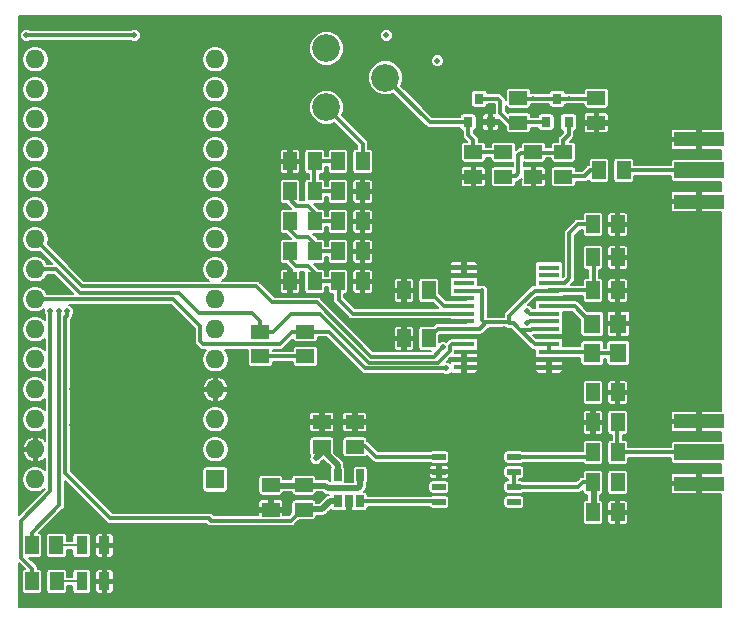
<source format=gbr>
G04 #@! TF.GenerationSoftware,KiCad,Pcbnew,6.0.0-rc1-unknown-0cca1c6~65~ubuntu16.04.1*
G04 #@! TF.CreationDate,2018-08-01T17:44:40+02:00*
G04 #@! TF.ProjectId,ArduinoSpecAn,41726475696E6F53706563416E2E6B69,1.0*
G04 #@! TF.SameCoordinates,Original*
G04 #@! TF.FileFunction,Copper,L1,Top,Signal*
G04 #@! TF.FilePolarity,Positive*
%FSLAX46Y46*%
G04 Gerber Fmt 4.6, Leading zero omitted, Abs format (unit mm)*
G04 Created by KiCad (PCBNEW 6.0.0-rc1-unknown-0cca1c6~65~ubuntu16.04.1) date Wed Aug  1 17:44:40 2018*
%MOMM*%
%LPD*%
G01*
G04 APERTURE LIST*
G04 #@! TA.AperFunction,SMDPad,CuDef*
%ADD10R,1.500000X1.145000*%
G04 #@! TD*
G04 #@! TA.AperFunction,SMDPad,CuDef*
%ADD11R,1.145000X1.500000*%
G04 #@! TD*
G04 #@! TA.AperFunction,ConnectorPad*
%ADD12R,4.200000X1.400000*%
G04 #@! TD*
G04 #@! TA.AperFunction,ConnectorPad*
%ADD13R,4.200000X1.200000*%
G04 #@! TD*
G04 #@! TA.AperFunction,SMDPad,CuDef*
%ADD14R,0.800000X0.900000*%
G04 #@! TD*
G04 #@! TA.AperFunction,SMDPad,CuDef*
%ADD15R,1.143000X0.508000*%
G04 #@! TD*
G04 #@! TA.AperFunction,SMDPad,CuDef*
%ADD16R,1.750000X0.450000*%
G04 #@! TD*
G04 #@! TA.AperFunction,SMDPad,CuDef*
%ADD17R,0.650000X1.060000*%
G04 #@! TD*
G04 #@! TA.AperFunction,SMDPad,CuDef*
%ADD18R,1.400000X1.600000*%
G04 #@! TD*
G04 #@! TA.AperFunction,ComponentPad*
%ADD19R,1.600000X1.600000*%
G04 #@! TD*
G04 #@! TA.AperFunction,ComponentPad*
%ADD20O,1.600000X1.600000*%
G04 #@! TD*
G04 #@! TA.AperFunction,SMDPad,CuDef*
%ADD21R,0.970000X1.500000*%
G04 #@! TD*
G04 #@! TA.AperFunction,ComponentPad*
%ADD22C,2.340000*%
G04 #@! TD*
G04 #@! TA.AperFunction,ViaPad*
%ADD23C,0.500000*%
G04 #@! TD*
G04 #@! TA.AperFunction,Conductor*
%ADD24C,0.342000*%
G04 #@! TD*
G04 #@! TA.AperFunction,Conductor*
%ADD25C,0.500000*%
G04 #@! TD*
G04 #@! TA.AperFunction,Conductor*
%ADD26C,0.200000*%
G04 #@! TD*
G04 #@! TA.AperFunction,Conductor*
%ADD27C,0.203200*%
G04 #@! TD*
G04 APERTURE END LIST*
D10*
G04 #@! TO.P,C15,1*
G04 #@! TO.N,/5V*
X133731000Y-122708500D03*
G04 #@! TO.P,C15,2*
G04 #@! TO.N,GND*
X133731000Y-120623500D03*
G04 #@! TD*
D11*
G04 #@! TO.P,C14,2*
G04 #@! TO.N,GND*
X140689500Y-113538000D03*
G04 #@! TO.P,C14,1*
G04 #@! TO.N,/5V*
X142774500Y-113538000D03*
G04 #@! TD*
D10*
G04 #@! TO.P,C13,1*
G04 #@! TO.N,/5V*
X156972000Y-93191500D03*
G04 #@! TO.P,C13,2*
G04 #@! TO.N,GND*
X156972000Y-95276500D03*
G04 #@! TD*
D11*
G04 #@! TO.P,C12,2*
G04 #@! TO.N,GND*
X158776500Y-106680000D03*
G04 #@! TO.P,C12,1*
G04 #@! TO.N,/5V*
X156691500Y-106680000D03*
G04 #@! TD*
G04 #@! TO.P,C11,1*
G04 #@! TO.N,/5V*
X156691500Y-109474000D03*
G04 #@! TO.P,C11,2*
G04 #@! TO.N,GND*
X158776500Y-109474000D03*
G04 #@! TD*
G04 #@! TO.P,C10,2*
G04 #@! TO.N,GND*
X137186500Y-101092000D03*
G04 #@! TO.P,C10,1*
G04 #@! TO.N,/RF*
X135101500Y-101092000D03*
G04 #@! TD*
G04 #@! TO.P,C9,1*
G04 #@! TO.N,Net-(C9-Pad1)*
X135101500Y-103632000D03*
G04 #@! TO.P,C9,2*
G04 #@! TO.N,GND*
X137186500Y-103632000D03*
G04 #@! TD*
G04 #@! TO.P,C8,2*
G04 #@! TO.N,GND*
X137186500Y-106172000D03*
G04 #@! TO.P,C8,1*
G04 #@! TO.N,Net-(C8-Pad1)*
X135101500Y-106172000D03*
G04 #@! TD*
G04 #@! TO.P,C7,1*
G04 #@! TO.N,Net-(C7-Pad1)*
X135101500Y-108712000D03*
G04 #@! TO.P,C7,2*
G04 #@! TO.N,GND*
X137186500Y-108712000D03*
G04 #@! TD*
G04 #@! TO.P,C6,2*
G04 #@! TO.N,Net-(C6-Pad2)*
X159284500Y-99314000D03*
G04 #@! TO.P,C6,1*
G04 #@! TO.N,Net-(C6-Pad1)*
X157199500Y-99314000D03*
G04 #@! TD*
G04 #@! TO.P,C5,1*
G04 #@! TO.N,Net-(C5-Pad1)*
X156691500Y-128270000D03*
G04 #@! TO.P,C5,2*
G04 #@! TO.N,GND*
X158776500Y-128270000D03*
G04 #@! TD*
G04 #@! TO.P,C4,2*
G04 #@! TO.N,Net-(C4-Pad2)*
X156691500Y-123190000D03*
G04 #@! TO.P,C4,1*
G04 #@! TO.N,/Input*
X158776500Y-123190000D03*
G04 #@! TD*
G04 #@! TO.P,C3,1*
G04 #@! TO.N,/RF*
X135101500Y-98552000D03*
G04 #@! TO.P,C3,2*
G04 #@! TO.N,Net-(C3-Pad2)*
X137186500Y-98552000D03*
G04 #@! TD*
D10*
G04 #@! TO.P,C2,2*
G04 #@! TO.N,Net-(C2-Pad2)*
X136525000Y-122708500D03*
G04 #@! TO.P,C2,1*
G04 #@! TO.N,GND*
X136525000Y-120623500D03*
G04 #@! TD*
D11*
G04 #@! TO.P,C1,1*
G04 #@! TO.N,/5V*
X156691500Y-118110000D03*
G04 #@! TO.P,C1,2*
G04 #@! TO.N,GND*
X158776500Y-118110000D03*
G04 #@! TD*
G04 #@! TO.P,L2,1*
G04 #@! TO.N,Net-(C8-Pad1)*
X131037500Y-103632000D03*
G04 #@! TO.P,L2,2*
G04 #@! TO.N,Net-(C9-Pad1)*
X133122500Y-103632000D03*
G04 #@! TD*
G04 #@! TO.P,L1,2*
G04 #@! TO.N,Net-(C8-Pad1)*
X133122500Y-106172000D03*
G04 #@! TO.P,L1,1*
G04 #@! TO.N,Net-(C7-Pad1)*
X131037500Y-106172000D03*
G04 #@! TD*
G04 #@! TO.P,L3,1*
G04 #@! TO.N,Net-(C9-Pad1)*
X131037500Y-101092000D03*
G04 #@! TO.P,L3,2*
G04 #@! TO.N,/RF*
X133122500Y-101092000D03*
G04 #@! TD*
G04 #@! TO.P,R13,1*
G04 #@! TO.N,/RF*
X133122500Y-98552000D03*
G04 #@! TO.P,R13,2*
G04 #@! TO.N,GND*
X131037500Y-98552000D03*
G04 #@! TD*
D10*
G04 #@! TO.P,R11,2*
G04 #@! TO.N,Net-(R11-Pad2)*
X129413000Y-125957500D03*
G04 #@! TO.P,R11,1*
G04 #@! TO.N,GND*
X129413000Y-128042500D03*
G04 #@! TD*
D11*
G04 #@! TO.P,R10,1*
G04 #@! TO.N,Net-(C7-Pad1)*
X133122500Y-108712000D03*
G04 #@! TO.P,R10,2*
G04 #@! TO.N,GND*
X131037500Y-108712000D03*
G04 #@! TD*
G04 #@! TO.P,R9,2*
G04 #@! TO.N,GND*
X140689500Y-109474000D03*
G04 #@! TO.P,R9,1*
G04 #@! TO.N,Net-(R9-Pad1)*
X142774500Y-109474000D03*
G04 #@! TD*
D10*
G04 #@! TO.P,R8,1*
G04 #@! TO.N,Net-(Q2-Pad2)*
X154178000Y-97763500D03*
G04 #@! TO.P,R8,2*
G04 #@! TO.N,Net-(C6-Pad1)*
X154178000Y-99848500D03*
G04 #@! TD*
G04 #@! TO.P,R6,2*
G04 #@! TO.N,Net-(Q2-Pad2)*
X149098000Y-99848500D03*
G04 #@! TO.P,R6,1*
G04 #@! TO.N,Net-(Pot1-Pad2)*
X149098000Y-97763500D03*
G04 #@! TD*
G04 #@! TO.P,R5,1*
G04 #@! TO.N,/5V*
X150368000Y-93191500D03*
G04 #@! TO.P,R5,2*
G04 #@! TO.N,Net-(Q1-Pad3)*
X150368000Y-95276500D03*
G04 #@! TD*
G04 #@! TO.P,R4,2*
G04 #@! TO.N,GND*
X146558000Y-99848500D03*
G04 #@! TO.P,R4,1*
G04 #@! TO.N,Net-(Pot1-Pad2)*
X146558000Y-97763500D03*
G04 #@! TD*
G04 #@! TO.P,R12,1*
G04 #@! TO.N,Net-(R11-Pad2)*
X132207000Y-125957500D03*
G04 #@! TO.P,R12,2*
G04 #@! TO.N,/A0*
X132207000Y-128042500D03*
G04 #@! TD*
G04 #@! TO.P,R14,2*
G04 #@! TO.N,/SCL*
X132334000Y-112977000D03*
G04 #@! TO.P,R14,1*
G04 #@! TO.N,/5V*
X132334000Y-115062000D03*
G04 #@! TD*
D11*
G04 #@! TO.P,R2,1*
G04 #@! TO.N,GND*
X156691500Y-120650000D03*
G04 #@! TO.P,R2,2*
G04 #@! TO.N,/Input*
X158776500Y-120650000D03*
G04 #@! TD*
G04 #@! TO.P,R1,2*
G04 #@! TO.N,GND*
X158776500Y-103886000D03*
G04 #@! TO.P,R1,1*
G04 #@! TO.N,Net-(R1-Pad1)*
X156691500Y-103886000D03*
G04 #@! TD*
D10*
G04 #@! TO.P,R15,1*
G04 #@! TO.N,/5V*
X128524000Y-115062000D03*
G04 #@! TO.P,R15,2*
G04 #@! TO.N,/SDA*
X128524000Y-112977000D03*
G04 #@! TD*
D11*
G04 #@! TO.P,R3,2*
G04 #@! TO.N,/5V*
X158776500Y-125730000D03*
G04 #@! TO.P,R3,1*
G04 #@! TO.N,Net-(C5-Pad1)*
X156691500Y-125730000D03*
G04 #@! TD*
D10*
G04 #@! TO.P,R7,1*
G04 #@! TO.N,Net-(Q2-Pad2)*
X151638000Y-97763500D03*
G04 #@! TO.P,R7,2*
G04 #@! TO.N,GND*
X151638000Y-99848500D03*
G04 #@! TD*
D12*
G04 #@! TO.P,J1,1*
G04 #@! TO.N,/Input*
X165676000Y-123190000D03*
D13*
G04 #@! TO.P,J1,2*
G04 #@! TO.N,GND*
X165676000Y-125820000D03*
G04 #@! TO.P,J1,3*
X165676000Y-120560000D03*
G04 #@! TD*
D12*
G04 #@! TO.P,J2,1*
G04 #@! TO.N,Net-(C6-Pad2)*
X165676000Y-99314000D03*
D13*
G04 #@! TO.P,J2,2*
G04 #@! TO.N,GND*
X165676000Y-101944000D03*
G04 #@! TO.P,J2,3*
X165676000Y-96684000D03*
G04 #@! TD*
D14*
G04 #@! TO.P,Q1,3*
G04 #@! TO.N,Net-(Q1-Pad3)*
X147066000Y-93234000D03*
G04 #@! TO.P,Q1,2*
G04 #@! TO.N,GND*
X148016000Y-95234000D03*
G04 #@! TO.P,Q1,1*
G04 #@! TO.N,Net-(Pot1-Pad2)*
X146116000Y-95234000D03*
G04 #@! TD*
G04 #@! TO.P,Q2,3*
G04 #@! TO.N,/5V*
X153670000Y-93234000D03*
G04 #@! TO.P,Q2,2*
G04 #@! TO.N,Net-(Q2-Pad2)*
X154620000Y-95234000D03*
G04 #@! TO.P,Q2,1*
G04 #@! TO.N,Net-(Q1-Pad3)*
X152720000Y-95234000D03*
G04 #@! TD*
D15*
G04 #@! TO.P,U1,8*
G04 #@! TO.N,Net-(C4-Pad2)*
X149987000Y-123571000D03*
G04 #@! TO.P,U1,7*
G04 #@! TO.N,Net-(C5-Pad1)*
X149987000Y-124841000D03*
G04 #@! TO.P,U1,6*
X149987000Y-126111000D03*
G04 #@! TO.P,U1,5*
G04 #@! TO.N,N/C*
X149987000Y-127381000D03*
G04 #@! TO.P,U1,4*
G04 #@! TO.N,/Vmag*
X143637000Y-127381000D03*
G04 #@! TO.P,U1,3*
G04 #@! TO.N,N/C*
X143637000Y-126111000D03*
G04 #@! TO.P,U1,2*
G04 #@! TO.N,GND*
X143637000Y-124841000D03*
G04 #@! TO.P,U1,1*
G04 #@! TO.N,Net-(C2-Pad2)*
X143637000Y-123571000D03*
G04 #@! TD*
D16*
G04 #@! TO.P,U2,1*
G04 #@! TO.N,GND*
X152952000Y-115985000D03*
G04 #@! TO.P,U2,2*
X152952000Y-115335000D03*
G04 #@! TO.P,U2,3*
G04 #@! TO.N,/5V*
X152952000Y-114685000D03*
G04 #@! TO.P,U2,4*
X152952000Y-114035000D03*
G04 #@! TO.P,U2,5*
G04 #@! TO.N,GND*
X152952000Y-113385000D03*
G04 #@! TO.P,U2,6*
G04 #@! TO.N,/5V*
X152952000Y-112735000D03*
G04 #@! TO.P,U2,7*
G04 #@! TO.N,/SCL*
X152952000Y-112085000D03*
G04 #@! TO.P,U2,8*
G04 #@! TO.N,/SLD*
X152952000Y-111435000D03*
G04 #@! TO.P,U2,9*
G04 #@! TO.N,Net-(U2-Pad9)*
X152952000Y-110785000D03*
G04 #@! TO.P,U2,10*
G04 #@! TO.N,GND*
X152952000Y-110135000D03*
G04 #@! TO.P,U2,11*
G04 #@! TO.N,/5V*
X152952000Y-109485000D03*
G04 #@! TO.P,U2,12*
G04 #@! TO.N,Net-(R1-Pad1)*
X152952000Y-108835000D03*
G04 #@! TO.P,U2,13*
G04 #@! TO.N,N/C*
X152952000Y-108185000D03*
G04 #@! TO.P,U2,14*
X152952000Y-107535000D03*
G04 #@! TO.P,U2,15*
G04 #@! TO.N,GND*
X145752000Y-107535000D03*
G04 #@! TO.P,U2,16*
X145752000Y-108185000D03*
G04 #@! TO.P,U2,17*
G04 #@! TO.N,N/C*
X145752000Y-108835000D03*
G04 #@! TO.P,U2,18*
G04 #@! TO.N,/5V*
X145752000Y-109485000D03*
G04 #@! TO.P,U2,19*
G04 #@! TO.N,GND*
X145752000Y-110135000D03*
G04 #@! TO.P,U2,20*
G04 #@! TO.N,Net-(R9-Pad1)*
X145752000Y-110785000D03*
G04 #@! TO.P,U2,21*
G04 #@! TO.N,Net-(C7-Pad1)*
X145752000Y-111435000D03*
G04 #@! TO.P,U2,22*
G04 #@! TO.N,GND*
X145752000Y-112085000D03*
G04 #@! TO.P,U2,23*
G04 #@! TO.N,/5V*
X145752000Y-112735000D03*
G04 #@! TO.P,U2,24*
G04 #@! TO.N,GND*
X145752000Y-113385000D03*
G04 #@! TO.P,U2,25*
G04 #@! TO.N,/SDA*
X145752000Y-114035000D03*
G04 #@! TO.P,U2,26*
G04 #@! TO.N,GND*
X145752000Y-114685000D03*
G04 #@! TO.P,U2,27*
X145752000Y-115335000D03*
G04 #@! TO.P,U2,28*
X145752000Y-115985000D03*
G04 #@! TD*
D17*
G04 #@! TO.P,U3,1*
G04 #@! TO.N,/A0*
X135067000Y-127338000D03*
G04 #@! TO.P,U3,2*
G04 #@! TO.N,GND*
X136017000Y-127338000D03*
G04 #@! TO.P,U3,3*
G04 #@! TO.N,/Vmag*
X136967000Y-127338000D03*
G04 #@! TO.P,U3,4*
G04 #@! TO.N,Net-(R11-Pad2)*
X136967000Y-125138000D03*
G04 #@! TO.P,U3,5*
G04 #@! TO.N,/5V*
X135067000Y-125138000D03*
G04 #@! TD*
D18*
G04 #@! TO.P,X1,1*
G04 #@! TO.N,/5V*
X158834000Y-114788000D03*
G04 #@! TO.P,X1,2*
G04 #@! TO.N,GND*
X158834000Y-112288000D03*
G04 #@! TO.P,X1,3*
G04 #@! TO.N,Net-(U2-Pad9)*
X156634000Y-112288000D03*
G04 #@! TO.P,X1,4*
G04 #@! TO.N,/5V*
X156634000Y-114788000D03*
G04 #@! TD*
D19*
G04 #@! TO.P,A1,1*
G04 #@! TO.N,N/C*
X124714000Y-125476000D03*
D20*
G04 #@! TO.P,A1,17*
X109474000Y-92456000D03*
G04 #@! TO.P,A1,2*
X124714000Y-122936000D03*
G04 #@! TO.P,A1,18*
X109474000Y-94996000D03*
G04 #@! TO.P,A1,3*
X124714000Y-120396000D03*
G04 #@! TO.P,A1,19*
G04 #@! TO.N,/A0*
X109474000Y-97536000D03*
G04 #@! TO.P,A1,4*
G04 #@! TO.N,GND*
X124714000Y-117856000D03*
G04 #@! TO.P,A1,20*
G04 #@! TO.N,/A1*
X109474000Y-100076000D03*
G04 #@! TO.P,A1,5*
G04 #@! TO.N,N/C*
X124714000Y-115316000D03*
G04 #@! TO.P,A1,21*
G04 #@! TO.N,/A2*
X109474000Y-102616000D03*
G04 #@! TO.P,A1,6*
G04 #@! TO.N,N/C*
X124714000Y-112776000D03*
G04 #@! TO.P,A1,22*
G04 #@! TO.N,/SLD*
X109474000Y-105156000D03*
G04 #@! TO.P,A1,7*
G04 #@! TO.N,N/C*
X124714000Y-110236000D03*
G04 #@! TO.P,A1,23*
G04 #@! TO.N,/SDA*
X109474000Y-107696000D03*
G04 #@! TO.P,A1,8*
G04 #@! TO.N,N/C*
X124714000Y-107696000D03*
G04 #@! TO.P,A1,24*
G04 #@! TO.N,/SCL*
X109474000Y-110236000D03*
G04 #@! TO.P,A1,9*
G04 #@! TO.N,N/C*
X124714000Y-105156000D03*
G04 #@! TO.P,A1,25*
X109474000Y-112776000D03*
G04 #@! TO.P,A1,10*
X124714000Y-102616000D03*
G04 #@! TO.P,A1,26*
X109474000Y-115316000D03*
G04 #@! TO.P,A1,11*
X124714000Y-100076000D03*
G04 #@! TO.P,A1,27*
G04 #@! TO.N,/5V*
X109474000Y-117856000D03*
G04 #@! TO.P,A1,12*
G04 #@! TO.N,N/C*
X124714000Y-97536000D03*
G04 #@! TO.P,A1,28*
X109474000Y-120396000D03*
G04 #@! TO.P,A1,13*
X124714000Y-94996000D03*
G04 #@! TO.P,A1,29*
G04 #@! TO.N,GND*
X109474000Y-122936000D03*
G04 #@! TO.P,A1,14*
G04 #@! TO.N,N/C*
X124714000Y-92456000D03*
G04 #@! TO.P,A1,30*
X109474000Y-125476000D03*
G04 #@! TO.P,A1,15*
X124714000Y-89916000D03*
G04 #@! TO.P,A1,16*
X109474000Y-89916000D03*
G04 #@! TD*
D21*
G04 #@! TO.P,D1,1*
G04 #@! TO.N,Net-(D1-Pad1)*
X113406000Y-131064000D03*
G04 #@! TO.P,D1,2*
G04 #@! TO.N,GND*
X115316000Y-131064000D03*
G04 #@! TD*
G04 #@! TO.P,D2,2*
G04 #@! TO.N,GND*
X115316000Y-134112000D03*
G04 #@! TO.P,D2,1*
G04 #@! TO.N,Net-(D2-Pad1)*
X113406000Y-134112000D03*
G04 #@! TD*
D11*
G04 #@! TO.P,R16,1*
G04 #@! TO.N,/A1*
X109167000Y-131064000D03*
G04 #@! TO.P,R16,2*
G04 #@! TO.N,Net-(D1-Pad1)*
X111252000Y-131064000D03*
G04 #@! TD*
G04 #@! TO.P,R17,2*
G04 #@! TO.N,Net-(D2-Pad1)*
X111278500Y-134112000D03*
G04 #@! TO.P,R17,1*
G04 #@! TO.N,/A2*
X109193500Y-134112000D03*
G04 #@! TD*
D22*
G04 #@! TO.P,Pot1,1*
G04 #@! TO.N,Net-(C3-Pad2)*
X134112000Y-93980000D03*
G04 #@! TO.P,Pot1,2*
G04 #@! TO.N,Net-(Pot1-Pad2)*
X139112000Y-91480000D03*
G04 #@! TO.P,Pot1,3*
G04 #@! TO.N,N/C*
X134112000Y-88980000D03*
G04 #@! TD*
D23*
G04 #@! TO.N,*
X139192000Y-87884000D03*
X143510000Y-90043000D03*
G04 #@! TO.N,/5V*
X133223000Y-123698000D03*
X156734000Y-118110000D03*
X158734000Y-125730000D03*
X128524000Y-115062000D03*
X142774500Y-113538000D03*
X132334000Y-115062000D03*
X150368000Y-93191500D03*
G04 #@! TO.N,GND*
X164846000Y-108966000D03*
X164846000Y-113284000D03*
X164846000Y-110871000D03*
X164973000Y-91059000D03*
X160655000Y-96139000D03*
X161544000Y-93345000D03*
X157226000Y-131191000D03*
X139827000Y-95250000D03*
X147828000Y-104394000D03*
X141986000Y-104267000D03*
X141986000Y-101219000D03*
X141986000Y-97409000D03*
X149225000Y-107696000D03*
X149225000Y-115824000D03*
X149225000Y-110236000D03*
X130302000Y-116332000D03*
X130302000Y-120015000D03*
X142240000Y-129286000D03*
X151130000Y-129286000D03*
X149098000Y-129286000D03*
X146939000Y-129286000D03*
X144526000Y-129286000D03*
X142113000Y-122047000D03*
X151257000Y-122047000D03*
X149098000Y-122047000D03*
X146939000Y-122047000D03*
X144526000Y-122047000D03*
X165676000Y-120560000D03*
X165676000Y-125820000D03*
X165676000Y-101944000D03*
X165676000Y-96684000D03*
X129413000Y-128000000D03*
X115062000Y-135636000D03*
X109220000Y-135636000D03*
X120650000Y-135636000D03*
X140732000Y-113538000D03*
X140732000Y-109474000D03*
X137144000Y-108712000D03*
X137144000Y-106172000D03*
X137144000Y-103632000D03*
X137144000Y-101092000D03*
X131080000Y-98552000D03*
X131080000Y-108712000D03*
X130299563Y-123124590D03*
X120904000Y-117856000D03*
X120904000Y-120904000D03*
X127254000Y-97409000D03*
X127251563Y-100518590D03*
X127254000Y-93726000D03*
X149135731Y-112752141D03*
X120904000Y-111252000D03*
X120904000Y-107950000D03*
X113792000Y-107950000D03*
X113792000Y-111252000D03*
X112573821Y-120904000D03*
X112573821Y-117856000D03*
X144018000Y-101219000D03*
X144018000Y-104267000D03*
X144018000Y-97409000D03*
G04 #@! TO.N,/A0*
X112158335Y-111242013D03*
G04 #@! TO.N,/SCL*
X151130000Y-112268000D03*
X144272000Y-116078000D03*
G04 #@! TO.N,/SLD*
X151130000Y-111252000D03*
X143980191Y-114299900D03*
G04 #@! TO.N,/A1*
X111506000Y-111252000D03*
G04 #@! TO.N,/A2*
X110744000Y-111252000D03*
G04 #@! TO.N,Net-(Pot1-Pad3)*
X117856000Y-87884000D03*
X108712000Y-87884000D03*
G04 #@! TD*
D24*
G04 #@! TO.N,/5V*
X156734000Y-106680000D02*
X156734000Y-109474000D01*
X156734000Y-109474000D02*
X152963000Y-109474000D01*
X152963000Y-109474000D02*
X152952000Y-109485000D01*
X156634000Y-118010000D02*
X156734000Y-118110000D01*
X152952000Y-114685000D02*
X156531000Y-114685000D01*
X156531000Y-114685000D02*
X156634000Y-114788000D01*
X152952000Y-114685000D02*
X152952000Y-114035000D01*
X145752000Y-109485000D02*
X147309000Y-109485000D01*
X147309000Y-109485000D02*
X147320000Y-109474000D01*
X153670000Y-93234000D02*
X154670000Y-93234000D01*
X154670000Y-93234000D02*
X154686000Y-93218000D01*
X150368000Y-93234000D02*
X151622000Y-93234000D01*
X151622000Y-93234000D02*
X151638000Y-93218000D01*
D25*
X156723000Y-109485000D02*
X156734000Y-109474000D01*
X156531000Y-114685000D02*
X156634000Y-114788000D01*
X133731000Y-122666000D02*
X133731000Y-123190000D01*
X133731000Y-123190000D02*
X133223000Y-123698000D01*
X133731000Y-122666000D02*
X133731000Y-122936000D01*
X133731000Y-122936000D02*
X135067000Y-124272000D01*
X135067000Y-124272000D02*
X135067000Y-125138000D01*
D24*
X147320000Y-112014000D02*
X147574000Y-112268000D01*
X147320000Y-109474000D02*
X147320000Y-112014000D01*
X156972000Y-93234000D02*
X153670000Y-93234000D01*
X153670000Y-93234000D02*
X150368000Y-93234000D01*
X151735000Y-109485000D02*
X150556598Y-110663402D01*
X152952000Y-109485000D02*
X151735000Y-109485000D01*
X142732000Y-113538000D02*
X143535000Y-112735000D01*
X144535000Y-112735000D02*
X145752000Y-112735000D01*
X143535000Y-112735000D02*
X144535000Y-112735000D01*
X149968000Y-112268000D02*
X149860000Y-112268000D01*
X152952000Y-114035000D02*
X151735000Y-114035000D01*
X149606000Y-111614000D02*
X150556598Y-110663402D01*
X149606000Y-112268000D02*
X149606000Y-111614000D01*
X149606000Y-112268000D02*
X149860000Y-112268000D01*
X150368000Y-112668000D02*
X149968000Y-112268000D01*
X151735000Y-114035000D02*
X150368000Y-112668000D01*
X147107000Y-112735000D02*
X147574000Y-112268000D01*
X145752000Y-112735000D02*
X147107000Y-112735000D01*
X152952000Y-112735000D02*
X151511636Y-112735000D01*
X151511636Y-112735000D02*
X151405234Y-112841402D01*
X151405234Y-112841402D02*
X150541402Y-112841402D01*
X150541402Y-112841402D02*
X150368000Y-112668000D01*
X149516739Y-112178739D02*
X149606000Y-112268000D01*
X147663261Y-112178739D02*
X149516739Y-112178739D01*
X147574000Y-112268000D02*
X147663261Y-112178739D01*
X131242000Y-115062000D02*
X128524000Y-115062000D01*
X132334000Y-115062000D02*
X131242000Y-115062000D01*
X158834000Y-114788000D02*
X156634000Y-114788000D01*
G04 #@! TO.N,GND*
X164846000Y-113284000D02*
X164846000Y-110871000D01*
X141986000Y-101219000D02*
X141986000Y-104267000D01*
X141986000Y-97409000D02*
X139827000Y-95250000D01*
X149225000Y-110236000D02*
X149225000Y-107696000D01*
X151130000Y-129286000D02*
X149098000Y-129286000D01*
X144526000Y-129286000D02*
X146939000Y-129286000D01*
X151257000Y-122047000D02*
X149098000Y-122047000D01*
X144526000Y-122047000D02*
X146939000Y-122047000D01*
X109220000Y-135636000D02*
X115062000Y-135636000D01*
X137144000Y-101092000D02*
X137144000Y-108712000D01*
X158734000Y-103886000D02*
X158734000Y-106680000D01*
X158734000Y-106680000D02*
X158734000Y-109474000D01*
X158734000Y-112188000D02*
X158834000Y-112288000D01*
X158734000Y-109474000D02*
X158734000Y-112188000D01*
D26*
X115316000Y-131064000D02*
X115316000Y-134112000D01*
X115316000Y-135382000D02*
X115062000Y-135636000D01*
X115316000Y-134112000D02*
X115316000Y-135382000D01*
X135575000Y-120623500D02*
X133731000Y-120623500D01*
X136525000Y-120623500D02*
X135575000Y-120623500D01*
D24*
X130302000Y-123122153D02*
X130299563Y-123124590D01*
X130302000Y-120015000D02*
X130302000Y-123122153D01*
X124714000Y-117856000D02*
X120904000Y-117856000D01*
X120904000Y-117856000D02*
X120904000Y-120904000D01*
X127254000Y-100516153D02*
X127251563Y-100518590D01*
X127254000Y-97409000D02*
X127254000Y-100516153D01*
X149225000Y-112841410D02*
X149135731Y-112752141D01*
X149225000Y-115824000D02*
X149225000Y-112841410D01*
X120904000Y-117856000D02*
X120904000Y-111252000D01*
X120904000Y-107950000D02*
X113792000Y-107950000D01*
X112573821Y-120904000D02*
X112573821Y-117856000D01*
X144018000Y-101219000D02*
X144018000Y-104267000D01*
G04 #@! TO.N,Net-(C2-Pad2)*
X136525000Y-122666000D02*
X137398000Y-122666000D01*
X138303000Y-123571000D02*
X143637000Y-123571000D01*
X137398000Y-122666000D02*
X138303000Y-123571000D01*
G04 #@! TO.N,/RF*
X133080000Y-98552000D02*
X135144000Y-98552000D01*
X133080000Y-101092000D02*
X133080000Y-98552000D01*
X133080000Y-101092000D02*
X135144000Y-101092000D01*
G04 #@! TO.N,/Input*
X158734000Y-120650000D02*
X158734000Y-123190000D01*
X158734000Y-123190000D02*
X165676000Y-123190000D01*
G04 #@! TO.N,Net-(C4-Pad2)*
X149987000Y-123571000D02*
X156353000Y-123571000D01*
X156353000Y-123571000D02*
X156734000Y-123190000D01*
G04 #@! TO.N,Net-(C5-Pad1)*
X149987000Y-126111000D02*
X155448000Y-126111000D01*
X155829000Y-125730000D02*
X156734000Y-125730000D01*
X155448000Y-126111000D02*
X155829000Y-125730000D01*
X149987000Y-124841000D02*
X149987000Y-126111000D01*
D25*
X156734000Y-128270000D02*
X156734000Y-125730000D01*
D24*
G04 #@! TO.N,Net-(C6-Pad1)*
X157242000Y-99314000D02*
X156464000Y-99314000D01*
X155972000Y-99806000D02*
X154178000Y-99806000D01*
X156464000Y-99314000D02*
X155972000Y-99806000D01*
G04 #@! TO.N,Net-(C7-Pad1)*
X135144000Y-108712000D02*
X135144000Y-110252000D01*
X136327000Y-111435000D02*
X145752000Y-111435000D01*
X135144000Y-110252000D02*
X136327000Y-111435000D01*
X131080000Y-106172000D02*
X131080000Y-106950000D01*
X133080000Y-107934000D02*
X133080000Y-108712000D01*
X132588000Y-107442000D02*
X133080000Y-107934000D01*
X131572000Y-107442000D02*
X132588000Y-107442000D01*
X131080000Y-106950000D02*
X131572000Y-107442000D01*
X135144000Y-108712000D02*
X133080000Y-108712000D01*
G04 #@! TO.N,Net-(C8-Pad1)*
X133080000Y-106172000D02*
X133080000Y-105426000D01*
X131064000Y-104394000D02*
X131064000Y-103648000D01*
X131604000Y-104934000D02*
X131064000Y-104394000D01*
X132588000Y-104934000D02*
X131604000Y-104934000D01*
X133080000Y-105426000D02*
X132588000Y-104934000D01*
X131064000Y-103648000D02*
X131080000Y-103632000D01*
X133080000Y-106172000D02*
X135144000Y-106172000D01*
D25*
G04 #@! TO.N,/A0*
X135067000Y-127338000D02*
X134409000Y-127338000D01*
X133747000Y-128000000D02*
X132207000Y-128000000D01*
X134409000Y-127338000D02*
X133747000Y-128000000D01*
D24*
X124385000Y-128957000D02*
X124206000Y-128778000D01*
X124206000Y-128778000D02*
X115824000Y-128778000D01*
X115824000Y-128778000D02*
X112000411Y-124954411D01*
X112158335Y-111595566D02*
X112158335Y-111242013D01*
X131115000Y-128957000D02*
X124385000Y-128957000D01*
X132029500Y-128042500D02*
X131115000Y-128957000D01*
X112000411Y-111753490D02*
X112158335Y-111595566D01*
X112000411Y-124954411D02*
X112000411Y-111753490D01*
X132207000Y-128042500D02*
X132029500Y-128042500D01*
G04 #@! TO.N,Net-(R1-Pad1)*
X152952000Y-108835000D02*
X154309000Y-108835000D01*
X155448000Y-103886000D02*
X156734000Y-103886000D01*
X154686000Y-104648000D02*
X155448000Y-103886000D01*
X154686000Y-108458000D02*
X154686000Y-104648000D01*
X154309000Y-108835000D02*
X154686000Y-108458000D01*
G04 #@! TO.N,Net-(R9-Pad1)*
X142732000Y-109474000D02*
X142748000Y-109474000D01*
X142748000Y-109474000D02*
X144059000Y-110785000D01*
X144059000Y-110785000D02*
X145752000Y-110785000D01*
G04 #@! TO.N,/Vmag*
X136967000Y-127338000D02*
X143594000Y-127338000D01*
X143594000Y-127338000D02*
X143637000Y-127381000D01*
D25*
X137010000Y-127381000D02*
X136967000Y-127338000D01*
D24*
G04 #@! TO.N,Net-(C6-Pad2)*
X165676000Y-99314000D02*
X159242000Y-99314000D01*
G04 #@! TO.N,Net-(C9-Pad1)*
X131080000Y-101092000D02*
X131080000Y-101838000D01*
X133096000Y-102870000D02*
X133096000Y-103616000D01*
X132556000Y-102330000D02*
X133096000Y-102870000D01*
X131572000Y-102330000D02*
X132556000Y-102330000D01*
X131080000Y-101838000D02*
X131572000Y-102330000D01*
X133096000Y-103616000D02*
X133080000Y-103632000D01*
X133080000Y-103632000D02*
X135144000Y-103632000D01*
G04 #@! TO.N,Net-(Q1-Pad3)*
X150368000Y-95234000D02*
X149590000Y-95234000D01*
X148844000Y-93472000D02*
X148606000Y-93234000D01*
X148844000Y-94488000D02*
X148844000Y-93472000D01*
X149590000Y-95234000D02*
X148844000Y-94488000D01*
X152720000Y-95234000D02*
X150368000Y-95234000D01*
X148606000Y-93234000D02*
X147066000Y-93234000D01*
G04 #@! TO.N,Net-(Q2-Pad2)*
X154620000Y-95234000D02*
X154620000Y-96332000D01*
X154178000Y-96774000D02*
X154178000Y-97806000D01*
X154620000Y-96332000D02*
X154178000Y-96774000D01*
X151638000Y-97806000D02*
X154178000Y-97806000D01*
X149098000Y-99806000D02*
X150130000Y-99806000D01*
X150606000Y-97806000D02*
X151638000Y-97806000D01*
X150368000Y-98044000D02*
X150606000Y-97806000D01*
X150368000Y-99568000D02*
X150368000Y-98044000D01*
X150130000Y-99806000D02*
X150368000Y-99568000D01*
D25*
G04 #@! TO.N,Net-(R11-Pad2)*
X132207000Y-126000000D02*
X134001000Y-126000000D01*
X136967000Y-126050000D02*
X136967000Y-125138000D01*
X136779000Y-126238000D02*
X136967000Y-126050000D01*
X134239000Y-126238000D02*
X136779000Y-126238000D01*
X134001000Y-126000000D02*
X134239000Y-126238000D01*
X129413000Y-126000000D02*
X132207000Y-126000000D01*
D24*
G04 #@! TO.N,Net-(U2-Pad9)*
X152952000Y-110785000D02*
X155131000Y-110785000D01*
X155131000Y-110785000D02*
X156634000Y-112288000D01*
G04 #@! TO.N,/SDA*
X144553599Y-114589199D02*
X143559209Y-115583589D01*
X144719878Y-114035000D02*
X144553599Y-114201279D01*
X144553599Y-114201279D02*
X144553599Y-114589199D01*
X145752000Y-114035000D02*
X144719878Y-114035000D01*
X129616000Y-112977000D02*
X131087000Y-111506000D01*
X128524000Y-112977000D02*
X129616000Y-112977000D01*
X131087000Y-111506000D02*
X133604000Y-111506000D01*
X137681589Y-115583589D02*
X143559209Y-115583589D01*
X133604000Y-111506000D02*
X137681589Y-115583589D01*
X113284000Y-109728000D02*
X111252000Y-107696000D01*
X121666000Y-109728000D02*
X113284000Y-109728000D01*
X111252000Y-107696000D02*
X109474000Y-107696000D01*
X128524000Y-112062500D02*
X127820901Y-111359401D01*
X123297401Y-111359401D02*
X121666000Y-109728000D01*
X127820901Y-111359401D02*
X123297401Y-111359401D01*
X128524000Y-112977000D02*
X128524000Y-112062500D01*
G04 #@! TO.N,/SCL*
X151313000Y-112085000D02*
X151130000Y-112268000D01*
X152952000Y-112085000D02*
X151313000Y-112085000D01*
X144272000Y-116078000D02*
X138430000Y-116078000D01*
X123698000Y-114046000D02*
X130173000Y-114046000D01*
X130173000Y-114046000D02*
X131242000Y-112977000D01*
X123444000Y-113792000D02*
X123698000Y-114046000D01*
X123444000Y-112522000D02*
X123444000Y-113792000D01*
X131242000Y-112977000D02*
X132334000Y-112977000D01*
X121158000Y-110236000D02*
X123444000Y-112522000D01*
X109474000Y-110236000D02*
X121158000Y-110236000D01*
X134313000Y-112977000D02*
X137414000Y-116078000D01*
X132334000Y-112977000D02*
X134313000Y-112977000D01*
X137414000Y-116078000D02*
X138430000Y-116078000D01*
G04 #@! TO.N,Net-(Pot1-Pad2)*
X142866000Y-95234000D02*
X146116000Y-95234000D01*
X139112000Y-91480000D02*
X142866000Y-95234000D01*
X146558000Y-97763500D02*
X149098000Y-97763500D01*
X146116000Y-96332000D02*
X146558000Y-96774000D01*
X146116000Y-95234000D02*
X146116000Y-96332000D01*
X146558000Y-97763500D02*
X146558000Y-96774000D01*
G04 #@! TO.N,/SLD*
X152952000Y-111435000D02*
X151313000Y-111435000D01*
X151313000Y-111435000D02*
X151130000Y-111252000D01*
X109474000Y-105156000D02*
X113430599Y-109112599D01*
X113430599Y-109112599D02*
X128162599Y-109112599D01*
X128162599Y-109112599D02*
X129540000Y-110490000D01*
X129540000Y-110490000D02*
X133287202Y-110490000D01*
X143190911Y-115089180D02*
X143730192Y-114549899D01*
X143730192Y-114549899D02*
X143980191Y-114299900D01*
X137886382Y-115089180D02*
X143190911Y-115089180D01*
X133287202Y-110490000D02*
X137886382Y-115089180D01*
D26*
G04 #@! TO.N,Net-(D1-Pad1)*
X112721000Y-131064000D02*
X111252000Y-131064000D01*
X113406000Y-131064000D02*
X112721000Y-131064000D01*
G04 #@! TO.N,Net-(D2-Pad1)*
X111278500Y-134112000D02*
X113406000Y-134112000D01*
D24*
G04 #@! TO.N,/A1*
X109167000Y-129972000D02*
X111506000Y-127633000D01*
X109167000Y-131064000D02*
X109167000Y-129972000D01*
X111506000Y-127633000D02*
X111506000Y-111252000D01*
G04 #@! TO.N,/A2*
X108271099Y-132097599D02*
X108271099Y-128964901D01*
X109193500Y-133020000D02*
X108271099Y-132097599D01*
X109193500Y-134112000D02*
X109193500Y-133020000D01*
X110744000Y-126492000D02*
X110744000Y-111252000D01*
X108271099Y-128964901D02*
X110744000Y-126492000D01*
G04 #@! TO.N,Net-(Pot1-Pad3)*
X117856000Y-87884000D02*
X108712000Y-87884000D01*
G04 #@! TO.N,Net-(C3-Pad2)*
X137186500Y-97054500D02*
X134112000Y-93980000D01*
X137186500Y-98552000D02*
X137186500Y-97054500D01*
G04 #@! TD*
D27*
G04 #@! TO.N,GND*
G36*
X167514200Y-86263318D02*
X167514200Y-95779200D01*
X165904600Y-95779200D01*
X165828400Y-95855400D01*
X165828400Y-96531600D01*
X165848400Y-96531600D01*
X165848400Y-96836400D01*
X165828400Y-96836400D01*
X165828400Y-97512600D01*
X165904600Y-97588800D01*
X167514200Y-97588800D01*
X167514200Y-98303229D01*
X163576000Y-98303229D01*
X163457073Y-98326885D01*
X163356252Y-98394252D01*
X163288885Y-98495073D01*
X163265229Y-98614000D01*
X163265229Y-98838200D01*
X160167771Y-98838200D01*
X160167771Y-98564000D01*
X160144115Y-98445073D01*
X160076748Y-98344252D01*
X159975927Y-98276885D01*
X159857000Y-98253229D01*
X158712000Y-98253229D01*
X158593073Y-98276885D01*
X158492252Y-98344252D01*
X158424885Y-98445073D01*
X158401229Y-98564000D01*
X158401229Y-100064000D01*
X158424885Y-100182927D01*
X158492252Y-100283748D01*
X158593073Y-100351115D01*
X158712000Y-100374771D01*
X159857000Y-100374771D01*
X159975927Y-100351115D01*
X160076748Y-100283748D01*
X160144115Y-100182927D01*
X160167771Y-100064000D01*
X160167771Y-99789800D01*
X163265229Y-99789800D01*
X163265229Y-100014000D01*
X163288885Y-100132927D01*
X163356252Y-100233748D01*
X163457073Y-100301115D01*
X163576000Y-100324771D01*
X167514200Y-100324771D01*
X167514200Y-101039200D01*
X165904600Y-101039200D01*
X165828400Y-101115400D01*
X165828400Y-101791600D01*
X165848400Y-101791600D01*
X165848400Y-102096400D01*
X165828400Y-102096400D01*
X165828400Y-102772600D01*
X165904600Y-102848800D01*
X167514200Y-102848800D01*
X167514201Y-119655200D01*
X165904600Y-119655200D01*
X165828400Y-119731400D01*
X165828400Y-120407600D01*
X165848400Y-120407600D01*
X165848400Y-120712400D01*
X165828400Y-120712400D01*
X165828400Y-121388600D01*
X165904600Y-121464800D01*
X167514201Y-121464800D01*
X167514201Y-122179229D01*
X163576000Y-122179229D01*
X163457073Y-122202885D01*
X163356252Y-122270252D01*
X163288885Y-122371073D01*
X163265229Y-122490000D01*
X163265229Y-122714200D01*
X159659771Y-122714200D01*
X159659771Y-122440000D01*
X159636115Y-122321073D01*
X159568748Y-122220252D01*
X159467927Y-122152885D01*
X159349000Y-122129229D01*
X159209800Y-122129229D01*
X159209800Y-121710771D01*
X159349000Y-121710771D01*
X159467927Y-121687115D01*
X159568748Y-121619748D01*
X159636115Y-121518927D01*
X159659771Y-121400000D01*
X159659771Y-120788600D01*
X163271200Y-120788600D01*
X163271200Y-121220629D01*
X163317603Y-121332656D01*
X163403345Y-121418397D01*
X163515372Y-121464800D01*
X165447400Y-121464800D01*
X165523600Y-121388600D01*
X165523600Y-120712400D01*
X163347400Y-120712400D01*
X163271200Y-120788600D01*
X159659771Y-120788600D01*
X159659771Y-119900000D01*
X159659646Y-119899371D01*
X163271200Y-119899371D01*
X163271200Y-120331400D01*
X163347400Y-120407600D01*
X165523600Y-120407600D01*
X165523600Y-119731400D01*
X165447400Y-119655200D01*
X163515372Y-119655200D01*
X163403345Y-119701603D01*
X163317603Y-119787344D01*
X163271200Y-119899371D01*
X159659646Y-119899371D01*
X159636115Y-119781073D01*
X159568748Y-119680252D01*
X159467927Y-119612885D01*
X159349000Y-119589229D01*
X158204000Y-119589229D01*
X158085073Y-119612885D01*
X157984252Y-119680252D01*
X157916885Y-119781073D01*
X157893229Y-119900000D01*
X157893229Y-121400000D01*
X157916885Y-121518927D01*
X157984252Y-121619748D01*
X158085073Y-121687115D01*
X158204000Y-121710771D01*
X158258200Y-121710771D01*
X158258201Y-122129229D01*
X158204000Y-122129229D01*
X158085073Y-122152885D01*
X157984252Y-122220252D01*
X157916885Y-122321073D01*
X157893229Y-122440000D01*
X157893229Y-123940000D01*
X157916885Y-124058927D01*
X157984252Y-124159748D01*
X158085073Y-124227115D01*
X158204000Y-124250771D01*
X159349000Y-124250771D01*
X159467927Y-124227115D01*
X159568748Y-124159748D01*
X159636115Y-124058927D01*
X159659771Y-123940000D01*
X159659771Y-123665800D01*
X163265229Y-123665800D01*
X163265229Y-123890000D01*
X163288885Y-124008927D01*
X163356252Y-124109748D01*
X163457073Y-124177115D01*
X163576000Y-124200771D01*
X167514201Y-124200771D01*
X167514201Y-124915200D01*
X165904600Y-124915200D01*
X165828400Y-124991400D01*
X165828400Y-125667600D01*
X165848400Y-125667600D01*
X165848400Y-125972400D01*
X165828400Y-125972400D01*
X165828400Y-126648600D01*
X165904600Y-126724800D01*
X167514201Y-126724800D01*
X167514201Y-136240681D01*
X167482682Y-136272200D01*
X108107318Y-136272200D01*
X108075800Y-136240682D01*
X108075800Y-132575182D01*
X108563320Y-133062702D01*
X108502073Y-133074885D01*
X108401252Y-133142252D01*
X108333885Y-133243073D01*
X108310229Y-133362000D01*
X108310229Y-134862000D01*
X108333885Y-134980927D01*
X108401252Y-135081748D01*
X108502073Y-135149115D01*
X108621000Y-135172771D01*
X109766000Y-135172771D01*
X109884927Y-135149115D01*
X109985748Y-135081748D01*
X110053115Y-134980927D01*
X110076771Y-134862000D01*
X110076771Y-133362000D01*
X110395229Y-133362000D01*
X110395229Y-134862000D01*
X110418885Y-134980927D01*
X110486252Y-135081748D01*
X110587073Y-135149115D01*
X110706000Y-135172771D01*
X111851000Y-135172771D01*
X111969927Y-135149115D01*
X112070748Y-135081748D01*
X112138115Y-134980927D01*
X112161771Y-134862000D01*
X112161771Y-134516800D01*
X112610229Y-134516800D01*
X112610229Y-134862000D01*
X112633885Y-134980927D01*
X112701252Y-135081748D01*
X112802073Y-135149115D01*
X112921000Y-135172771D01*
X113891000Y-135172771D01*
X114009927Y-135149115D01*
X114110748Y-135081748D01*
X114178115Y-134980927D01*
X114201771Y-134862000D01*
X114201771Y-134340600D01*
X114526200Y-134340600D01*
X114526200Y-134922629D01*
X114572603Y-135034656D01*
X114658345Y-135120397D01*
X114770372Y-135166800D01*
X115087400Y-135166800D01*
X115163600Y-135090600D01*
X115163600Y-134264400D01*
X115468400Y-134264400D01*
X115468400Y-135090600D01*
X115544600Y-135166800D01*
X115861628Y-135166800D01*
X115973655Y-135120397D01*
X116059397Y-135034656D01*
X116105800Y-134922629D01*
X116105800Y-134340600D01*
X116029600Y-134264400D01*
X115468400Y-134264400D01*
X115163600Y-134264400D01*
X114602400Y-134264400D01*
X114526200Y-134340600D01*
X114201771Y-134340600D01*
X114201771Y-133362000D01*
X114189712Y-133301371D01*
X114526200Y-133301371D01*
X114526200Y-133883400D01*
X114602400Y-133959600D01*
X115163600Y-133959600D01*
X115163600Y-133133400D01*
X115468400Y-133133400D01*
X115468400Y-133959600D01*
X116029600Y-133959600D01*
X116105800Y-133883400D01*
X116105800Y-133301371D01*
X116059397Y-133189344D01*
X115973655Y-133103603D01*
X115861628Y-133057200D01*
X115544600Y-133057200D01*
X115468400Y-133133400D01*
X115163600Y-133133400D01*
X115087400Y-133057200D01*
X114770372Y-133057200D01*
X114658345Y-133103603D01*
X114572603Y-133189344D01*
X114526200Y-133301371D01*
X114189712Y-133301371D01*
X114178115Y-133243073D01*
X114110748Y-133142252D01*
X114009927Y-133074885D01*
X113891000Y-133051229D01*
X112921000Y-133051229D01*
X112802073Y-133074885D01*
X112701252Y-133142252D01*
X112633885Y-133243073D01*
X112610229Y-133362000D01*
X112610229Y-133707200D01*
X112161771Y-133707200D01*
X112161771Y-133362000D01*
X112138115Y-133243073D01*
X112070748Y-133142252D01*
X111969927Y-133074885D01*
X111851000Y-133051229D01*
X110706000Y-133051229D01*
X110587073Y-133074885D01*
X110486252Y-133142252D01*
X110418885Y-133243073D01*
X110395229Y-133362000D01*
X110076771Y-133362000D01*
X110053115Y-133243073D01*
X109985748Y-133142252D01*
X109884927Y-133074885D01*
X109766000Y-133051229D01*
X109672408Y-133051229D01*
X109678620Y-133019999D01*
X109669300Y-132973144D01*
X109669300Y-132973141D01*
X109641693Y-132834352D01*
X109536532Y-132676968D01*
X109496808Y-132650425D01*
X108971153Y-132124771D01*
X109739500Y-132124771D01*
X109858427Y-132101115D01*
X109959248Y-132033748D01*
X110026615Y-131932927D01*
X110050271Y-131814000D01*
X110050271Y-130314000D01*
X110368729Y-130314000D01*
X110368729Y-131814000D01*
X110392385Y-131932927D01*
X110459752Y-132033748D01*
X110560573Y-132101115D01*
X110679500Y-132124771D01*
X111824500Y-132124771D01*
X111943427Y-132101115D01*
X112044248Y-132033748D01*
X112111615Y-131932927D01*
X112135271Y-131814000D01*
X112135271Y-131468800D01*
X112610229Y-131468800D01*
X112610229Y-131814000D01*
X112633885Y-131932927D01*
X112701252Y-132033748D01*
X112802073Y-132101115D01*
X112921000Y-132124771D01*
X113891000Y-132124771D01*
X114009927Y-132101115D01*
X114110748Y-132033748D01*
X114178115Y-131932927D01*
X114201771Y-131814000D01*
X114201771Y-131292600D01*
X114526200Y-131292600D01*
X114526200Y-131874629D01*
X114572603Y-131986656D01*
X114658345Y-132072397D01*
X114770372Y-132118800D01*
X115087400Y-132118800D01*
X115163600Y-132042600D01*
X115163600Y-131216400D01*
X115468400Y-131216400D01*
X115468400Y-132042600D01*
X115544600Y-132118800D01*
X115861628Y-132118800D01*
X115973655Y-132072397D01*
X116059397Y-131986656D01*
X116105800Y-131874629D01*
X116105800Y-131292600D01*
X116029600Y-131216400D01*
X115468400Y-131216400D01*
X115163600Y-131216400D01*
X114602400Y-131216400D01*
X114526200Y-131292600D01*
X114201771Y-131292600D01*
X114201771Y-130314000D01*
X114189712Y-130253371D01*
X114526200Y-130253371D01*
X114526200Y-130835400D01*
X114602400Y-130911600D01*
X115163600Y-130911600D01*
X115163600Y-130085400D01*
X115468400Y-130085400D01*
X115468400Y-130911600D01*
X116029600Y-130911600D01*
X116105800Y-130835400D01*
X116105800Y-130253371D01*
X116059397Y-130141344D01*
X115973655Y-130055603D01*
X115861628Y-130009200D01*
X115544600Y-130009200D01*
X115468400Y-130085400D01*
X115163600Y-130085400D01*
X115087400Y-130009200D01*
X114770372Y-130009200D01*
X114658345Y-130055603D01*
X114572603Y-130141344D01*
X114526200Y-130253371D01*
X114189712Y-130253371D01*
X114178115Y-130195073D01*
X114110748Y-130094252D01*
X114009927Y-130026885D01*
X113891000Y-130003229D01*
X112921000Y-130003229D01*
X112802073Y-130026885D01*
X112701252Y-130094252D01*
X112633885Y-130195073D01*
X112610229Y-130314000D01*
X112610229Y-130659200D01*
X112135271Y-130659200D01*
X112135271Y-130314000D01*
X112111615Y-130195073D01*
X112044248Y-130094252D01*
X111943427Y-130026885D01*
X111824500Y-130003229D01*
X110679500Y-130003229D01*
X110560573Y-130026885D01*
X110459752Y-130094252D01*
X110392385Y-130195073D01*
X110368729Y-130314000D01*
X110050271Y-130314000D01*
X110026615Y-130195073D01*
X109959248Y-130094252D01*
X109858427Y-130026885D01*
X109797180Y-130014702D01*
X111809309Y-128002574D01*
X111849032Y-127976032D01*
X111875574Y-127936309D01*
X111875576Y-127936307D01*
X111954193Y-127818648D01*
X111967067Y-127753927D01*
X111981800Y-127679859D01*
X111981800Y-127679856D01*
X111991120Y-127633000D01*
X111981800Y-127586145D01*
X111981800Y-125608682D01*
X115454426Y-129081308D01*
X115480968Y-129121032D01*
X115520691Y-129147574D01*
X115520692Y-129147575D01*
X115538435Y-129159430D01*
X115638352Y-129226193D01*
X115777141Y-129253800D01*
X115777145Y-129253800D01*
X115823999Y-129263120D01*
X115870853Y-129253800D01*
X124008918Y-129253800D01*
X124015424Y-129260306D01*
X124041968Y-129300032D01*
X124199352Y-129405193D01*
X124338141Y-129432800D01*
X124338144Y-129432800D01*
X124384999Y-129442120D01*
X124431855Y-129432800D01*
X131068145Y-129432800D01*
X131115000Y-129442120D01*
X131161855Y-129432800D01*
X131161859Y-129432800D01*
X131300648Y-129405193D01*
X131458032Y-129300032D01*
X131484576Y-129260306D01*
X131819111Y-128925771D01*
X132957000Y-128925771D01*
X133075927Y-128902115D01*
X133176748Y-128834748D01*
X133244115Y-128733927D01*
X133267771Y-128615000D01*
X133267771Y-128554800D01*
X133692363Y-128554800D01*
X133747000Y-128565668D01*
X133801637Y-128554800D01*
X133801642Y-128554800D01*
X133963472Y-128522610D01*
X134146988Y-128399988D01*
X134177940Y-128353665D01*
X134490851Y-128040754D01*
X134522252Y-128087748D01*
X134623073Y-128155115D01*
X134742000Y-128178771D01*
X135392000Y-128178771D01*
X135510927Y-128155115D01*
X135540680Y-128135235D01*
X135631371Y-128172800D01*
X135788400Y-128172800D01*
X135864600Y-128096600D01*
X135864600Y-127490400D01*
X135844600Y-127490400D01*
X135844600Y-127185600D01*
X135864600Y-127185600D01*
X135864600Y-127165600D01*
X136169400Y-127165600D01*
X136169400Y-127185600D01*
X136189400Y-127185600D01*
X136189400Y-127490400D01*
X136169400Y-127490400D01*
X136169400Y-128096600D01*
X136245600Y-128172800D01*
X136402629Y-128172800D01*
X136493320Y-128135235D01*
X136523073Y-128155115D01*
X136642000Y-128178771D01*
X137292000Y-128178771D01*
X137410927Y-128155115D01*
X137511748Y-128087748D01*
X137579115Y-127986927D01*
X137602771Y-127868000D01*
X137602771Y-127813800D01*
X142818391Y-127813800D01*
X142845752Y-127854748D01*
X142946573Y-127922115D01*
X143065500Y-127945771D01*
X144208500Y-127945771D01*
X144327427Y-127922115D01*
X144428248Y-127854748D01*
X144495615Y-127753927D01*
X144519271Y-127635000D01*
X144519271Y-127127000D01*
X149104729Y-127127000D01*
X149104729Y-127635000D01*
X149128385Y-127753927D01*
X149195752Y-127854748D01*
X149296573Y-127922115D01*
X149415500Y-127945771D01*
X150558500Y-127945771D01*
X150677427Y-127922115D01*
X150778248Y-127854748D01*
X150845615Y-127753927D01*
X150869271Y-127635000D01*
X150869271Y-127127000D01*
X150845615Y-127008073D01*
X150778248Y-126907252D01*
X150677427Y-126839885D01*
X150558500Y-126816229D01*
X149415500Y-126816229D01*
X149296573Y-126839885D01*
X149195752Y-126907252D01*
X149128385Y-127008073D01*
X149104729Y-127127000D01*
X144519271Y-127127000D01*
X144495615Y-127008073D01*
X144428248Y-126907252D01*
X144327427Y-126839885D01*
X144208500Y-126816229D01*
X143065500Y-126816229D01*
X142946573Y-126839885D01*
X142913177Y-126862200D01*
X137602771Y-126862200D01*
X137602771Y-126808000D01*
X137579115Y-126689073D01*
X137511748Y-126588252D01*
X137410927Y-126520885D01*
X137302323Y-126499282D01*
X137320665Y-126480940D01*
X137366988Y-126449988D01*
X137489610Y-126266472D01*
X137521800Y-126104642D01*
X137521800Y-126104638D01*
X137532668Y-126050001D01*
X137521800Y-125995364D01*
X137521800Y-125872704D01*
X137532293Y-125857000D01*
X142754729Y-125857000D01*
X142754729Y-126365000D01*
X142778385Y-126483927D01*
X142845752Y-126584748D01*
X142946573Y-126652115D01*
X143065500Y-126675771D01*
X144208500Y-126675771D01*
X144327427Y-126652115D01*
X144428248Y-126584748D01*
X144495615Y-126483927D01*
X144519271Y-126365000D01*
X144519271Y-125857000D01*
X144495615Y-125738073D01*
X144428248Y-125637252D01*
X144327427Y-125569885D01*
X144208500Y-125546229D01*
X143065500Y-125546229D01*
X142946573Y-125569885D01*
X142845752Y-125637252D01*
X142778385Y-125738073D01*
X142754729Y-125857000D01*
X137532293Y-125857000D01*
X137579115Y-125786927D01*
X137602771Y-125668000D01*
X137602771Y-125044200D01*
X142760700Y-125044200D01*
X142760700Y-125155628D01*
X142807103Y-125267655D01*
X142892844Y-125353397D01*
X143004871Y-125399800D01*
X143408400Y-125399800D01*
X143484600Y-125323600D01*
X143484600Y-124968000D01*
X143789400Y-124968000D01*
X143789400Y-125323600D01*
X143865600Y-125399800D01*
X144269129Y-125399800D01*
X144381156Y-125353397D01*
X144466897Y-125267655D01*
X144513300Y-125155628D01*
X144513300Y-125044200D01*
X144437100Y-124968000D01*
X143789400Y-124968000D01*
X143484600Y-124968000D01*
X142836900Y-124968000D01*
X142760700Y-125044200D01*
X137602771Y-125044200D01*
X137602771Y-124608000D01*
X137586535Y-124526372D01*
X142760700Y-124526372D01*
X142760700Y-124637800D01*
X142836900Y-124714000D01*
X143484600Y-124714000D01*
X143484600Y-124358400D01*
X143789400Y-124358400D01*
X143789400Y-124714000D01*
X144437100Y-124714000D01*
X144513300Y-124637800D01*
X144513300Y-124587000D01*
X149104729Y-124587000D01*
X149104729Y-125095000D01*
X149128385Y-125213927D01*
X149195752Y-125314748D01*
X149296573Y-125382115D01*
X149415500Y-125405771D01*
X149511200Y-125405771D01*
X149511201Y-125546229D01*
X149415500Y-125546229D01*
X149296573Y-125569885D01*
X149195752Y-125637252D01*
X149128385Y-125738073D01*
X149104729Y-125857000D01*
X149104729Y-126365000D01*
X149128385Y-126483927D01*
X149195752Y-126584748D01*
X149296573Y-126652115D01*
X149415500Y-126675771D01*
X150558500Y-126675771D01*
X150677427Y-126652115D01*
X150775177Y-126586800D01*
X155401145Y-126586800D01*
X155448000Y-126596120D01*
X155494855Y-126586800D01*
X155494859Y-126586800D01*
X155633648Y-126559193D01*
X155791032Y-126454032D01*
X155808229Y-126428295D01*
X155808229Y-126480000D01*
X155831885Y-126598927D01*
X155899252Y-126699748D01*
X156000073Y-126767115D01*
X156119000Y-126790771D01*
X156179201Y-126790771D01*
X156179200Y-127209229D01*
X156119000Y-127209229D01*
X156000073Y-127232885D01*
X155899252Y-127300252D01*
X155831885Y-127401073D01*
X155808229Y-127520000D01*
X155808229Y-129020000D01*
X155831885Y-129138927D01*
X155899252Y-129239748D01*
X156000073Y-129307115D01*
X156119000Y-129330771D01*
X157264000Y-129330771D01*
X157382927Y-129307115D01*
X157483748Y-129239748D01*
X157551115Y-129138927D01*
X157574771Y-129020000D01*
X157574771Y-128498600D01*
X157899200Y-128498600D01*
X157899200Y-129080629D01*
X157945603Y-129192656D01*
X158031345Y-129278397D01*
X158143372Y-129324800D01*
X158547900Y-129324800D01*
X158624100Y-129248600D01*
X158624100Y-128422400D01*
X158928900Y-128422400D01*
X158928900Y-129248600D01*
X159005100Y-129324800D01*
X159409628Y-129324800D01*
X159521655Y-129278397D01*
X159607397Y-129192656D01*
X159653800Y-129080629D01*
X159653800Y-128498600D01*
X159577600Y-128422400D01*
X158928900Y-128422400D01*
X158624100Y-128422400D01*
X157975400Y-128422400D01*
X157899200Y-128498600D01*
X157574771Y-128498600D01*
X157574771Y-127520000D01*
X157562712Y-127459371D01*
X157899200Y-127459371D01*
X157899200Y-128041400D01*
X157975400Y-128117600D01*
X158624100Y-128117600D01*
X158624100Y-127291400D01*
X158928900Y-127291400D01*
X158928900Y-128117600D01*
X159577600Y-128117600D01*
X159653800Y-128041400D01*
X159653800Y-127459371D01*
X159607397Y-127347344D01*
X159521655Y-127261603D01*
X159409628Y-127215200D01*
X159005100Y-127215200D01*
X158928900Y-127291400D01*
X158624100Y-127291400D01*
X158547900Y-127215200D01*
X158143372Y-127215200D01*
X158031345Y-127261603D01*
X157945603Y-127347344D01*
X157899200Y-127459371D01*
X157562712Y-127459371D01*
X157551115Y-127401073D01*
X157483748Y-127300252D01*
X157382927Y-127232885D01*
X157288800Y-127214162D01*
X157288800Y-126785838D01*
X157382927Y-126767115D01*
X157483748Y-126699748D01*
X157551115Y-126598927D01*
X157574771Y-126480000D01*
X157574771Y-124980000D01*
X157893229Y-124980000D01*
X157893229Y-126480000D01*
X157916885Y-126598927D01*
X157984252Y-126699748D01*
X158085073Y-126767115D01*
X158204000Y-126790771D01*
X159349000Y-126790771D01*
X159467927Y-126767115D01*
X159568748Y-126699748D01*
X159636115Y-126598927D01*
X159659771Y-126480000D01*
X159659771Y-126048600D01*
X163271200Y-126048600D01*
X163271200Y-126480629D01*
X163317603Y-126592656D01*
X163403345Y-126678397D01*
X163515372Y-126724800D01*
X165447400Y-126724800D01*
X165523600Y-126648600D01*
X165523600Y-125972400D01*
X163347400Y-125972400D01*
X163271200Y-126048600D01*
X159659771Y-126048600D01*
X159659771Y-125159371D01*
X163271200Y-125159371D01*
X163271200Y-125591400D01*
X163347400Y-125667600D01*
X165523600Y-125667600D01*
X165523600Y-124991400D01*
X165447400Y-124915200D01*
X163515372Y-124915200D01*
X163403345Y-124961603D01*
X163317603Y-125047344D01*
X163271200Y-125159371D01*
X159659771Y-125159371D01*
X159659771Y-124980000D01*
X159636115Y-124861073D01*
X159568748Y-124760252D01*
X159467927Y-124692885D01*
X159349000Y-124669229D01*
X158204000Y-124669229D01*
X158085073Y-124692885D01*
X157984252Y-124760252D01*
X157916885Y-124861073D01*
X157893229Y-124980000D01*
X157574771Y-124980000D01*
X157551115Y-124861073D01*
X157483748Y-124760252D01*
X157382927Y-124692885D01*
X157264000Y-124669229D01*
X156119000Y-124669229D01*
X156000073Y-124692885D01*
X155899252Y-124760252D01*
X155831885Y-124861073D01*
X155808229Y-124980000D01*
X155808229Y-125249011D01*
X155782144Y-125254200D01*
X155782141Y-125254200D01*
X155643352Y-125281807D01*
X155534602Y-125354472D01*
X155485968Y-125386968D01*
X155459425Y-125426692D01*
X155250918Y-125635200D01*
X150775177Y-125635200D01*
X150677427Y-125569885D01*
X150558500Y-125546229D01*
X150462800Y-125546229D01*
X150462800Y-125405771D01*
X150558500Y-125405771D01*
X150677427Y-125382115D01*
X150778248Y-125314748D01*
X150845615Y-125213927D01*
X150869271Y-125095000D01*
X150869271Y-124587000D01*
X150845615Y-124468073D01*
X150778248Y-124367252D01*
X150677427Y-124299885D01*
X150558500Y-124276229D01*
X149415500Y-124276229D01*
X149296573Y-124299885D01*
X149195752Y-124367252D01*
X149128385Y-124468073D01*
X149104729Y-124587000D01*
X144513300Y-124587000D01*
X144513300Y-124526372D01*
X144466897Y-124414345D01*
X144381156Y-124328603D01*
X144269129Y-124282200D01*
X143865600Y-124282200D01*
X143789400Y-124358400D01*
X143484600Y-124358400D01*
X143408400Y-124282200D01*
X143004871Y-124282200D01*
X142892844Y-124328603D01*
X142807103Y-124414345D01*
X142760700Y-124526372D01*
X137586535Y-124526372D01*
X137579115Y-124489073D01*
X137511748Y-124388252D01*
X137410927Y-124320885D01*
X137292000Y-124297229D01*
X136642000Y-124297229D01*
X136523073Y-124320885D01*
X136422252Y-124388252D01*
X136354885Y-124489073D01*
X136331229Y-124608000D01*
X136331229Y-125668000D01*
X136334252Y-125683200D01*
X135699748Y-125683200D01*
X135702771Y-125668000D01*
X135702771Y-124608000D01*
X135679115Y-124489073D01*
X135621800Y-124403296D01*
X135621800Y-124326636D01*
X135632668Y-124271999D01*
X135621800Y-124217362D01*
X135621800Y-124217358D01*
X135589610Y-124055528D01*
X135521807Y-123954054D01*
X135497940Y-123918334D01*
X135497939Y-123918333D01*
X135466988Y-123872012D01*
X135420668Y-123841062D01*
X134791771Y-123212165D01*
X134791771Y-122136000D01*
X135464229Y-122136000D01*
X135464229Y-123281000D01*
X135487885Y-123399927D01*
X135555252Y-123500748D01*
X135656073Y-123568115D01*
X135775000Y-123591771D01*
X137275000Y-123591771D01*
X137393927Y-123568115D01*
X137494748Y-123500748D01*
X137520831Y-123461713D01*
X137933425Y-123874308D01*
X137959968Y-123914032D01*
X138117352Y-124019193D01*
X138256141Y-124046800D01*
X138256144Y-124046800D01*
X138302999Y-124056120D01*
X138349855Y-124046800D01*
X142848823Y-124046800D01*
X142946573Y-124112115D01*
X143065500Y-124135771D01*
X144208500Y-124135771D01*
X144327427Y-124112115D01*
X144428248Y-124044748D01*
X144495615Y-123943927D01*
X144519271Y-123825000D01*
X144519271Y-123317000D01*
X149104729Y-123317000D01*
X149104729Y-123825000D01*
X149128385Y-123943927D01*
X149195752Y-124044748D01*
X149296573Y-124112115D01*
X149415500Y-124135771D01*
X150558500Y-124135771D01*
X150677427Y-124112115D01*
X150775177Y-124046800D01*
X155829473Y-124046800D01*
X155831885Y-124058927D01*
X155899252Y-124159748D01*
X156000073Y-124227115D01*
X156119000Y-124250771D01*
X157264000Y-124250771D01*
X157382927Y-124227115D01*
X157483748Y-124159748D01*
X157551115Y-124058927D01*
X157574771Y-123940000D01*
X157574771Y-122440000D01*
X157551115Y-122321073D01*
X157483748Y-122220252D01*
X157382927Y-122152885D01*
X157264000Y-122129229D01*
X156119000Y-122129229D01*
X156000073Y-122152885D01*
X155899252Y-122220252D01*
X155831885Y-122321073D01*
X155808229Y-122440000D01*
X155808229Y-123095200D01*
X150775177Y-123095200D01*
X150677427Y-123029885D01*
X150558500Y-123006229D01*
X149415500Y-123006229D01*
X149296573Y-123029885D01*
X149195752Y-123097252D01*
X149128385Y-123198073D01*
X149104729Y-123317000D01*
X144519271Y-123317000D01*
X144495615Y-123198073D01*
X144428248Y-123097252D01*
X144327427Y-123029885D01*
X144208500Y-123006229D01*
X143065500Y-123006229D01*
X142946573Y-123029885D01*
X142848823Y-123095200D01*
X138500083Y-123095200D01*
X137767576Y-122362694D01*
X137741032Y-122322968D01*
X137585771Y-122219226D01*
X137585771Y-122136000D01*
X137562115Y-122017073D01*
X137494748Y-121916252D01*
X137393927Y-121848885D01*
X137275000Y-121825229D01*
X135775000Y-121825229D01*
X135656073Y-121848885D01*
X135555252Y-121916252D01*
X135487885Y-122017073D01*
X135464229Y-122136000D01*
X134791771Y-122136000D01*
X134768115Y-122017073D01*
X134700748Y-121916252D01*
X134599927Y-121848885D01*
X134481000Y-121825229D01*
X132981000Y-121825229D01*
X132862073Y-121848885D01*
X132761252Y-121916252D01*
X132693885Y-122017073D01*
X132670229Y-122136000D01*
X132670229Y-123281000D01*
X132693885Y-123399927D01*
X132724400Y-123445596D01*
X132700391Y-123481528D01*
X132689523Y-123536164D01*
X132668200Y-123587643D01*
X132668200Y-123643363D01*
X132657332Y-123698000D01*
X132668200Y-123752637D01*
X132668200Y-123808357D01*
X132689523Y-123859836D01*
X132700391Y-123914472D01*
X132731340Y-123960791D01*
X132752663Y-124012269D01*
X132792062Y-124051668D01*
X132823012Y-124097988D01*
X132869332Y-124128938D01*
X132908731Y-124168337D01*
X132960209Y-124189660D01*
X133006528Y-124220609D01*
X133061164Y-124231477D01*
X133112643Y-124252800D01*
X133168363Y-124252800D01*
X133223000Y-124263668D01*
X133277637Y-124252800D01*
X133333357Y-124252800D01*
X133384836Y-124231477D01*
X133439472Y-124220609D01*
X133485791Y-124189660D01*
X133537269Y-124168337D01*
X133693338Y-124012268D01*
X133858000Y-123847605D01*
X134472742Y-124462348D01*
X134454885Y-124489073D01*
X134431229Y-124608000D01*
X134431229Y-125645271D01*
X134400988Y-125600012D01*
X134217472Y-125477390D01*
X134055642Y-125445200D01*
X134055637Y-125445200D01*
X134001000Y-125434332D01*
X133946363Y-125445200D01*
X133267771Y-125445200D01*
X133267771Y-125385000D01*
X133244115Y-125266073D01*
X133176748Y-125165252D01*
X133075927Y-125097885D01*
X132957000Y-125074229D01*
X131457000Y-125074229D01*
X131338073Y-125097885D01*
X131237252Y-125165252D01*
X131169885Y-125266073D01*
X131146229Y-125385000D01*
X131146229Y-125445200D01*
X130473771Y-125445200D01*
X130473771Y-125385000D01*
X130450115Y-125266073D01*
X130382748Y-125165252D01*
X130281927Y-125097885D01*
X130163000Y-125074229D01*
X128663000Y-125074229D01*
X128544073Y-125097885D01*
X128443252Y-125165252D01*
X128375885Y-125266073D01*
X128352229Y-125385000D01*
X128352229Y-126530000D01*
X128375885Y-126648927D01*
X128443252Y-126749748D01*
X128544073Y-126817115D01*
X128663000Y-126840771D01*
X130163000Y-126840771D01*
X130281927Y-126817115D01*
X130382748Y-126749748D01*
X130450115Y-126648927D01*
X130468838Y-126554800D01*
X131151162Y-126554800D01*
X131169885Y-126648927D01*
X131237252Y-126749748D01*
X131338073Y-126817115D01*
X131457000Y-126840771D01*
X132957000Y-126840771D01*
X133075927Y-126817115D01*
X133176748Y-126749748D01*
X133244115Y-126648927D01*
X133262838Y-126554800D01*
X133771196Y-126554800D01*
X133808058Y-126591662D01*
X133839012Y-126637988D01*
X133931442Y-126699748D01*
X134022527Y-126760610D01*
X134055231Y-126767115D01*
X134184358Y-126792800D01*
X134184361Y-126792800D01*
X134239000Y-126803668D01*
X134293638Y-126792800D01*
X134306096Y-126792800D01*
X134192528Y-126815390D01*
X134163132Y-126835032D01*
X134055334Y-126907060D01*
X134055333Y-126907061D01*
X134009012Y-126938012D01*
X133978061Y-126984333D01*
X133517195Y-127445200D01*
X133262838Y-127445200D01*
X133244115Y-127351073D01*
X133176748Y-127250252D01*
X133075927Y-127182885D01*
X132957000Y-127159229D01*
X131457000Y-127159229D01*
X131338073Y-127182885D01*
X131237252Y-127250252D01*
X131169885Y-127351073D01*
X131146229Y-127470000D01*
X131146229Y-128252889D01*
X130917918Y-128481200D01*
X130467800Y-128481200D01*
X130467800Y-128271100D01*
X130391600Y-128194900D01*
X129565400Y-128194900D01*
X129565400Y-128214900D01*
X129260600Y-128214900D01*
X129260600Y-128194900D01*
X128434400Y-128194900D01*
X128358200Y-128271100D01*
X128358200Y-128481200D01*
X124582082Y-128481200D01*
X124575576Y-128474694D01*
X124549032Y-128434968D01*
X124391648Y-128329807D01*
X124252859Y-128302200D01*
X124252855Y-128302200D01*
X124206000Y-128292880D01*
X124159145Y-128302200D01*
X116021083Y-128302200D01*
X115128255Y-127409372D01*
X128358200Y-127409372D01*
X128358200Y-127813900D01*
X128434400Y-127890100D01*
X129260600Y-127890100D01*
X129260600Y-127241400D01*
X129565400Y-127241400D01*
X129565400Y-127890100D01*
X130391600Y-127890100D01*
X130467800Y-127813900D01*
X130467800Y-127409372D01*
X130421397Y-127297345D01*
X130335656Y-127211603D01*
X130223629Y-127165200D01*
X129641600Y-127165200D01*
X129565400Y-127241400D01*
X129260600Y-127241400D01*
X129184400Y-127165200D01*
X128602371Y-127165200D01*
X128490344Y-127211603D01*
X128404603Y-127297345D01*
X128358200Y-127409372D01*
X115128255Y-127409372D01*
X112476211Y-124757329D01*
X112476211Y-124676000D01*
X123603229Y-124676000D01*
X123603229Y-126276000D01*
X123626885Y-126394927D01*
X123694252Y-126495748D01*
X123795073Y-126563115D01*
X123914000Y-126586771D01*
X125514000Y-126586771D01*
X125632927Y-126563115D01*
X125733748Y-126495748D01*
X125801115Y-126394927D01*
X125824771Y-126276000D01*
X125824771Y-124676000D01*
X125801115Y-124557073D01*
X125733748Y-124456252D01*
X125632927Y-124388885D01*
X125514000Y-124365229D01*
X123914000Y-124365229D01*
X123795073Y-124388885D01*
X123694252Y-124456252D01*
X123626885Y-124557073D01*
X123603229Y-124676000D01*
X112476211Y-124676000D01*
X112476211Y-122936000D01*
X123587556Y-122936000D01*
X123673301Y-123367071D01*
X123917484Y-123732516D01*
X124282929Y-123976699D01*
X124605188Y-124040800D01*
X124822812Y-124040800D01*
X125145071Y-123976699D01*
X125510516Y-123732516D01*
X125754699Y-123367071D01*
X125840444Y-122936000D01*
X125754699Y-122504929D01*
X125510516Y-122139484D01*
X125145071Y-121895301D01*
X124822812Y-121831200D01*
X124605188Y-121831200D01*
X124282929Y-121895301D01*
X123917484Y-122139484D01*
X123673301Y-122504929D01*
X123587556Y-122936000D01*
X112476211Y-122936000D01*
X112476211Y-120396000D01*
X123587556Y-120396000D01*
X123673301Y-120827071D01*
X123917484Y-121192516D01*
X124282929Y-121436699D01*
X124605188Y-121500800D01*
X124822812Y-121500800D01*
X125145071Y-121436699D01*
X125510516Y-121192516D01*
X125737975Y-120852100D01*
X132676200Y-120852100D01*
X132676200Y-121256628D01*
X132722603Y-121368655D01*
X132808344Y-121454397D01*
X132920371Y-121500800D01*
X133502400Y-121500800D01*
X133578600Y-121424600D01*
X133578600Y-120775900D01*
X133883400Y-120775900D01*
X133883400Y-121424600D01*
X133959600Y-121500800D01*
X134541629Y-121500800D01*
X134653656Y-121454397D01*
X134739397Y-121368655D01*
X134785800Y-121256628D01*
X134785800Y-120852100D01*
X135470200Y-120852100D01*
X135470200Y-121256628D01*
X135516603Y-121368655D01*
X135602344Y-121454397D01*
X135714371Y-121500800D01*
X136296400Y-121500800D01*
X136372600Y-121424600D01*
X136372600Y-120775900D01*
X136677400Y-120775900D01*
X136677400Y-121424600D01*
X136753600Y-121500800D01*
X137335629Y-121500800D01*
X137447656Y-121454397D01*
X137533397Y-121368655D01*
X137579800Y-121256628D01*
X137579800Y-120878600D01*
X155814200Y-120878600D01*
X155814200Y-121460629D01*
X155860603Y-121572656D01*
X155946345Y-121658397D01*
X156058372Y-121704800D01*
X156462900Y-121704800D01*
X156539100Y-121628600D01*
X156539100Y-120802400D01*
X156843900Y-120802400D01*
X156843900Y-121628600D01*
X156920100Y-121704800D01*
X157324628Y-121704800D01*
X157436655Y-121658397D01*
X157522397Y-121572656D01*
X157568800Y-121460629D01*
X157568800Y-120878600D01*
X157492600Y-120802400D01*
X156843900Y-120802400D01*
X156539100Y-120802400D01*
X155890400Y-120802400D01*
X155814200Y-120878600D01*
X137579800Y-120878600D01*
X137579800Y-120852100D01*
X137503600Y-120775900D01*
X136677400Y-120775900D01*
X136372600Y-120775900D01*
X135546400Y-120775900D01*
X135470200Y-120852100D01*
X134785800Y-120852100D01*
X134709600Y-120775900D01*
X133883400Y-120775900D01*
X133578600Y-120775900D01*
X132752400Y-120775900D01*
X132676200Y-120852100D01*
X125737975Y-120852100D01*
X125754699Y-120827071D01*
X125840444Y-120396000D01*
X125759760Y-119990372D01*
X132676200Y-119990372D01*
X132676200Y-120394900D01*
X132752400Y-120471100D01*
X133578600Y-120471100D01*
X133578600Y-119822400D01*
X133883400Y-119822400D01*
X133883400Y-120471100D01*
X134709600Y-120471100D01*
X134785800Y-120394900D01*
X134785800Y-119990372D01*
X135470200Y-119990372D01*
X135470200Y-120394900D01*
X135546400Y-120471100D01*
X136372600Y-120471100D01*
X136372600Y-119822400D01*
X136677400Y-119822400D01*
X136677400Y-120471100D01*
X137503600Y-120471100D01*
X137579800Y-120394900D01*
X137579800Y-119990372D01*
X137533397Y-119878345D01*
X137494424Y-119839371D01*
X155814200Y-119839371D01*
X155814200Y-120421400D01*
X155890400Y-120497600D01*
X156539100Y-120497600D01*
X156539100Y-119671400D01*
X156843900Y-119671400D01*
X156843900Y-120497600D01*
X157492600Y-120497600D01*
X157568800Y-120421400D01*
X157568800Y-119839371D01*
X157522397Y-119727344D01*
X157436655Y-119641603D01*
X157324628Y-119595200D01*
X156920100Y-119595200D01*
X156843900Y-119671400D01*
X156539100Y-119671400D01*
X156462900Y-119595200D01*
X156058372Y-119595200D01*
X155946345Y-119641603D01*
X155860603Y-119727344D01*
X155814200Y-119839371D01*
X137494424Y-119839371D01*
X137447656Y-119792603D01*
X137335629Y-119746200D01*
X136753600Y-119746200D01*
X136677400Y-119822400D01*
X136372600Y-119822400D01*
X136296400Y-119746200D01*
X135714371Y-119746200D01*
X135602344Y-119792603D01*
X135516603Y-119878345D01*
X135470200Y-119990372D01*
X134785800Y-119990372D01*
X134739397Y-119878345D01*
X134653656Y-119792603D01*
X134541629Y-119746200D01*
X133959600Y-119746200D01*
X133883400Y-119822400D01*
X133578600Y-119822400D01*
X133502400Y-119746200D01*
X132920371Y-119746200D01*
X132808344Y-119792603D01*
X132722603Y-119878345D01*
X132676200Y-119990372D01*
X125759760Y-119990372D01*
X125754699Y-119964929D01*
X125510516Y-119599484D01*
X125145071Y-119355301D01*
X124822812Y-119291200D01*
X124605188Y-119291200D01*
X124282929Y-119355301D01*
X123917484Y-119599484D01*
X123673301Y-119964929D01*
X123587556Y-120396000D01*
X112476211Y-120396000D01*
X112476211Y-118177700D01*
X123657074Y-118177700D01*
X123739151Y-118375892D01*
X124012311Y-118709376D01*
X124392297Y-118912941D01*
X124561600Y-118874054D01*
X124561600Y-118008400D01*
X124866400Y-118008400D01*
X124866400Y-118874054D01*
X125035703Y-118912941D01*
X125415689Y-118709376D01*
X125688849Y-118375892D01*
X125770926Y-118177700D01*
X125731247Y-118008400D01*
X124866400Y-118008400D01*
X124561600Y-118008400D01*
X123696753Y-118008400D01*
X123657074Y-118177700D01*
X112476211Y-118177700D01*
X112476211Y-117534300D01*
X123657074Y-117534300D01*
X123696753Y-117703600D01*
X124561600Y-117703600D01*
X124561600Y-116837946D01*
X124866400Y-116837946D01*
X124866400Y-117703600D01*
X125731247Y-117703600D01*
X125770926Y-117534300D01*
X125698744Y-117360000D01*
X155808229Y-117360000D01*
X155808229Y-118860000D01*
X155831885Y-118978927D01*
X155899252Y-119079748D01*
X156000073Y-119147115D01*
X156119000Y-119170771D01*
X157264000Y-119170771D01*
X157382927Y-119147115D01*
X157483748Y-119079748D01*
X157551115Y-118978927D01*
X157574771Y-118860000D01*
X157574771Y-118338600D01*
X157899200Y-118338600D01*
X157899200Y-118920629D01*
X157945603Y-119032656D01*
X158031345Y-119118397D01*
X158143372Y-119164800D01*
X158547900Y-119164800D01*
X158624100Y-119088600D01*
X158624100Y-118262400D01*
X158928900Y-118262400D01*
X158928900Y-119088600D01*
X159005100Y-119164800D01*
X159409628Y-119164800D01*
X159521655Y-119118397D01*
X159607397Y-119032656D01*
X159653800Y-118920629D01*
X159653800Y-118338600D01*
X159577600Y-118262400D01*
X158928900Y-118262400D01*
X158624100Y-118262400D01*
X157975400Y-118262400D01*
X157899200Y-118338600D01*
X157574771Y-118338600D01*
X157574771Y-117360000D01*
X157562712Y-117299371D01*
X157899200Y-117299371D01*
X157899200Y-117881400D01*
X157975400Y-117957600D01*
X158624100Y-117957600D01*
X158624100Y-117131400D01*
X158928900Y-117131400D01*
X158928900Y-117957600D01*
X159577600Y-117957600D01*
X159653800Y-117881400D01*
X159653800Y-117299371D01*
X159607397Y-117187344D01*
X159521655Y-117101603D01*
X159409628Y-117055200D01*
X159005100Y-117055200D01*
X158928900Y-117131400D01*
X158624100Y-117131400D01*
X158547900Y-117055200D01*
X158143372Y-117055200D01*
X158031345Y-117101603D01*
X157945603Y-117187344D01*
X157899200Y-117299371D01*
X157562712Y-117299371D01*
X157551115Y-117241073D01*
X157483748Y-117140252D01*
X157382927Y-117072885D01*
X157264000Y-117049229D01*
X156119000Y-117049229D01*
X156000073Y-117072885D01*
X155899252Y-117140252D01*
X155831885Y-117241073D01*
X155808229Y-117360000D01*
X125698744Y-117360000D01*
X125688849Y-117336108D01*
X125415689Y-117002624D01*
X125035703Y-116799059D01*
X124866400Y-116837946D01*
X124561600Y-116837946D01*
X124392297Y-116799059D01*
X124012311Y-117002624D01*
X123739151Y-117336108D01*
X123657074Y-117534300D01*
X112476211Y-117534300D01*
X112476211Y-111955407D01*
X112501367Y-111938598D01*
X112606528Y-111781214D01*
X112634135Y-111642425D01*
X112634135Y-111642422D01*
X112643455Y-111595567D01*
X112634135Y-111548711D01*
X112634135Y-111543093D01*
X112713135Y-111352370D01*
X112713135Y-111131656D01*
X112628672Y-110927744D01*
X112472604Y-110771676D01*
X112328050Y-110711800D01*
X120960918Y-110711800D01*
X122968200Y-112719083D01*
X122968201Y-113745140D01*
X122958880Y-113792000D01*
X122995807Y-113977647D01*
X123074425Y-114095307D01*
X123074427Y-114095309D01*
X123100969Y-114135032D01*
X123140692Y-114161574D01*
X123328424Y-114349306D01*
X123354968Y-114389032D01*
X123512352Y-114494193D01*
X123651141Y-114521800D01*
X123651144Y-114521800D01*
X123697999Y-114531120D01*
X123744855Y-114521800D01*
X123915936Y-114521800D01*
X123673301Y-114884929D01*
X123587556Y-115316000D01*
X123673301Y-115747071D01*
X123917484Y-116112516D01*
X124282929Y-116356699D01*
X124605188Y-116420800D01*
X124822812Y-116420800D01*
X125145071Y-116356699D01*
X125510516Y-116112516D01*
X125754699Y-115747071D01*
X125840444Y-115316000D01*
X125754699Y-114884929D01*
X125512064Y-114521800D01*
X127463229Y-114521800D01*
X127463229Y-115634500D01*
X127486885Y-115753427D01*
X127554252Y-115854248D01*
X127655073Y-115921615D01*
X127774000Y-115945271D01*
X129274000Y-115945271D01*
X129392927Y-115921615D01*
X129493748Y-115854248D01*
X129561115Y-115753427D01*
X129584771Y-115634500D01*
X129584771Y-115537800D01*
X131273229Y-115537800D01*
X131273229Y-115634500D01*
X131296885Y-115753427D01*
X131364252Y-115854248D01*
X131465073Y-115921615D01*
X131584000Y-115945271D01*
X133084000Y-115945271D01*
X133202927Y-115921615D01*
X133303748Y-115854248D01*
X133371115Y-115753427D01*
X133394771Y-115634500D01*
X133394771Y-114489500D01*
X133371115Y-114370573D01*
X133303748Y-114269752D01*
X133202927Y-114202385D01*
X133084000Y-114178729D01*
X131584000Y-114178729D01*
X131465073Y-114202385D01*
X131364252Y-114269752D01*
X131296885Y-114370573D01*
X131273229Y-114489500D01*
X131273229Y-114586200D01*
X129584771Y-114586200D01*
X129584771Y-114521800D01*
X130126145Y-114521800D01*
X130173000Y-114531120D01*
X130219855Y-114521800D01*
X130219859Y-114521800D01*
X130358648Y-114494193D01*
X130516032Y-114389032D01*
X130542576Y-114349306D01*
X131284702Y-113607180D01*
X131296885Y-113668427D01*
X131364252Y-113769248D01*
X131465073Y-113836615D01*
X131584000Y-113860271D01*
X133084000Y-113860271D01*
X133202927Y-113836615D01*
X133303748Y-113769248D01*
X133371115Y-113668427D01*
X133394771Y-113549500D01*
X133394771Y-113452800D01*
X134115918Y-113452800D01*
X137044425Y-116381308D01*
X137070968Y-116421032D01*
X137228352Y-116526193D01*
X137367141Y-116553800D01*
X137367144Y-116553800D01*
X137413999Y-116563120D01*
X137460855Y-116553800D01*
X143970920Y-116553800D01*
X144161643Y-116632800D01*
X144382357Y-116632800D01*
X144586269Y-116548337D01*
X144685277Y-116449329D01*
X144704345Y-116468397D01*
X144816372Y-116514800D01*
X145523400Y-116514800D01*
X145599600Y-116438600D01*
X145599600Y-116097500D01*
X145904400Y-116097500D01*
X145904400Y-116438600D01*
X145980600Y-116514800D01*
X146687628Y-116514800D01*
X146799655Y-116468397D01*
X146885397Y-116382656D01*
X146931800Y-116270629D01*
X146931800Y-116173700D01*
X151772200Y-116173700D01*
X151772200Y-116270629D01*
X151818603Y-116382656D01*
X151904345Y-116468397D01*
X152016372Y-116514800D01*
X152723400Y-116514800D01*
X152799600Y-116438600D01*
X152799600Y-116097500D01*
X153104400Y-116097500D01*
X153104400Y-116438600D01*
X153180600Y-116514800D01*
X153887628Y-116514800D01*
X153999655Y-116468397D01*
X154085397Y-116382656D01*
X154131800Y-116270629D01*
X154131800Y-116173700D01*
X154055600Y-116097500D01*
X153104400Y-116097500D01*
X152799600Y-116097500D01*
X151848400Y-116097500D01*
X151772200Y-116173700D01*
X146931800Y-116173700D01*
X146855600Y-116097500D01*
X145904400Y-116097500D01*
X145599600Y-116097500D01*
X145579600Y-116097500D01*
X145579600Y-115872500D01*
X145599600Y-115872500D01*
X145599600Y-115447500D01*
X145904400Y-115447500D01*
X145904400Y-115872500D01*
X146855600Y-115872500D01*
X146931800Y-115796300D01*
X146931800Y-115699371D01*
X146915492Y-115660000D01*
X146931800Y-115620629D01*
X146931800Y-115523700D01*
X151772200Y-115523700D01*
X151772200Y-115620629D01*
X151788508Y-115660000D01*
X151772200Y-115699371D01*
X151772200Y-115796300D01*
X151848400Y-115872500D01*
X152799600Y-115872500D01*
X152799600Y-115447500D01*
X153104400Y-115447500D01*
X153104400Y-115872500D01*
X154055600Y-115872500D01*
X154131800Y-115796300D01*
X154131800Y-115699371D01*
X154115492Y-115660000D01*
X154131800Y-115620629D01*
X154131800Y-115523700D01*
X154055600Y-115447500D01*
X153104400Y-115447500D01*
X152799600Y-115447500D01*
X151848400Y-115447500D01*
X151772200Y-115523700D01*
X146931800Y-115523700D01*
X146855600Y-115447500D01*
X145904400Y-115447500D01*
X145599600Y-115447500D01*
X144648400Y-115447500D01*
X144572200Y-115523700D01*
X144572200Y-115601835D01*
X144382357Y-115523200D01*
X144292480Y-115523200D01*
X144620790Y-115194890D01*
X144648400Y-115222500D01*
X145599600Y-115222500D01*
X145599600Y-114797500D01*
X145904400Y-114797500D01*
X145904400Y-115222500D01*
X146855600Y-115222500D01*
X146931800Y-115146300D01*
X146931800Y-115049371D01*
X146915492Y-115010000D01*
X146931800Y-114970629D01*
X146931800Y-114873700D01*
X146855600Y-114797500D01*
X145904400Y-114797500D01*
X145599600Y-114797500D01*
X145579600Y-114797500D01*
X145579600Y-114572500D01*
X145599600Y-114572500D01*
X145599600Y-114570771D01*
X145904400Y-114570771D01*
X145904400Y-114572500D01*
X146855600Y-114572500D01*
X146931800Y-114496300D01*
X146931800Y-114399371D01*
X146917105Y-114363894D01*
X146937771Y-114260000D01*
X146937771Y-113810000D01*
X146917105Y-113706106D01*
X146931800Y-113670629D01*
X146931800Y-113573700D01*
X146855600Y-113497500D01*
X145904400Y-113497500D01*
X145904400Y-113499229D01*
X145599600Y-113499229D01*
X145599600Y-113497500D01*
X144648400Y-113497500D01*
X144572200Y-113573700D01*
X144572200Y-113579254D01*
X144534230Y-113586807D01*
X144376846Y-113691968D01*
X144350302Y-113731694D01*
X144264742Y-113817254D01*
X144090548Y-113745100D01*
X143869834Y-113745100D01*
X143665922Y-113829563D01*
X143657771Y-113837714D01*
X143657771Y-113285112D01*
X143732083Y-113210800D01*
X144586700Y-113210800D01*
X144648400Y-113272500D01*
X145599600Y-113272500D01*
X145599600Y-113270771D01*
X145904400Y-113270771D01*
X145904400Y-113272500D01*
X146855600Y-113272500D01*
X146917300Y-113210800D01*
X147060145Y-113210800D01*
X147107000Y-113220120D01*
X147153855Y-113210800D01*
X147153859Y-113210800D01*
X147292648Y-113183193D01*
X147450032Y-113078032D01*
X147476576Y-113038306D01*
X147860343Y-112654539D01*
X149328081Y-112654539D01*
X149420352Y-112716193D01*
X149606000Y-112753121D01*
X149652859Y-112743800D01*
X149770918Y-112743800D01*
X150064692Y-113037575D01*
X150064695Y-113037577D01*
X150171826Y-113144708D01*
X150198370Y-113184434D01*
X150238096Y-113210978D01*
X151365425Y-114338308D01*
X151391968Y-114378032D01*
X151549352Y-114483193D01*
X151688141Y-114510800D01*
X151688144Y-114510800D01*
X151735000Y-114520120D01*
X151766229Y-114513908D01*
X151766229Y-114910000D01*
X151786895Y-115013894D01*
X151772200Y-115049371D01*
X151772200Y-115146300D01*
X151848400Y-115222500D01*
X152799600Y-115222500D01*
X152799600Y-115220771D01*
X153104400Y-115220771D01*
X153104400Y-115222500D01*
X154055600Y-115222500D01*
X154117300Y-115160800D01*
X155623229Y-115160800D01*
X155623229Y-115588000D01*
X155646885Y-115706927D01*
X155714252Y-115807748D01*
X155815073Y-115875115D01*
X155934000Y-115898771D01*
X157334000Y-115898771D01*
X157452927Y-115875115D01*
X157553748Y-115807748D01*
X157621115Y-115706927D01*
X157644771Y-115588000D01*
X157644771Y-115263800D01*
X157823229Y-115263800D01*
X157823229Y-115588000D01*
X157846885Y-115706927D01*
X157914252Y-115807748D01*
X158015073Y-115875115D01*
X158134000Y-115898771D01*
X159534000Y-115898771D01*
X159652927Y-115875115D01*
X159753748Y-115807748D01*
X159821115Y-115706927D01*
X159844771Y-115588000D01*
X159844771Y-113988000D01*
X159821115Y-113869073D01*
X159753748Y-113768252D01*
X159652927Y-113700885D01*
X159534000Y-113677229D01*
X158134000Y-113677229D01*
X158015073Y-113700885D01*
X157914252Y-113768252D01*
X157846885Y-113869073D01*
X157823229Y-113988000D01*
X157823229Y-114312200D01*
X157644771Y-114312200D01*
X157644771Y-113988000D01*
X157621115Y-113869073D01*
X157553748Y-113768252D01*
X157452927Y-113700885D01*
X157334000Y-113677229D01*
X155934000Y-113677229D01*
X155815073Y-113700885D01*
X155714252Y-113768252D01*
X155646885Y-113869073D01*
X155623229Y-113988000D01*
X155623229Y-114209200D01*
X154137771Y-114209200D01*
X154137771Y-113810000D01*
X154117105Y-113706106D01*
X154131800Y-113670629D01*
X154131800Y-113573700D01*
X154055600Y-113497500D01*
X153104400Y-113497500D01*
X153104400Y-113499229D01*
X152799600Y-113499229D01*
X152799600Y-113497500D01*
X151870383Y-113497500D01*
X151633800Y-113260918D01*
X151708807Y-113210800D01*
X151786700Y-113210800D01*
X151848400Y-113272500D01*
X152799600Y-113272500D01*
X152799600Y-113270771D01*
X153104400Y-113270771D01*
X153104400Y-113272500D01*
X154055600Y-113272500D01*
X154131800Y-113196300D01*
X154131800Y-113099371D01*
X154117105Y-113063894D01*
X154137771Y-112960000D01*
X154137771Y-112510000D01*
X154117880Y-112410000D01*
X154137771Y-112310000D01*
X154137771Y-111860000D01*
X154117880Y-111760000D01*
X154137771Y-111660000D01*
X154137771Y-111260800D01*
X154933918Y-111260800D01*
X155623229Y-111950112D01*
X155623229Y-113088000D01*
X155646885Y-113206927D01*
X155714252Y-113307748D01*
X155815073Y-113375115D01*
X155934000Y-113398771D01*
X157334000Y-113398771D01*
X157452927Y-113375115D01*
X157553748Y-113307748D01*
X157621115Y-113206927D01*
X157644771Y-113088000D01*
X157644771Y-112516600D01*
X157829200Y-112516600D01*
X157829200Y-113148628D01*
X157875603Y-113260655D01*
X157961344Y-113346397D01*
X158073371Y-113392800D01*
X158605400Y-113392800D01*
X158681600Y-113316600D01*
X158681600Y-112440400D01*
X158986400Y-112440400D01*
X158986400Y-113316600D01*
X159062600Y-113392800D01*
X159594629Y-113392800D01*
X159706656Y-113346397D01*
X159792397Y-113260655D01*
X159838800Y-113148628D01*
X159838800Y-112516600D01*
X159762600Y-112440400D01*
X158986400Y-112440400D01*
X158681600Y-112440400D01*
X157905400Y-112440400D01*
X157829200Y-112516600D01*
X157644771Y-112516600D01*
X157644771Y-111488000D01*
X157632712Y-111427372D01*
X157829200Y-111427372D01*
X157829200Y-112059400D01*
X157905400Y-112135600D01*
X158681600Y-112135600D01*
X158681600Y-111259400D01*
X158986400Y-111259400D01*
X158986400Y-112135600D01*
X159762600Y-112135600D01*
X159838800Y-112059400D01*
X159838800Y-111427372D01*
X159792397Y-111315345D01*
X159706656Y-111229603D01*
X159594629Y-111183200D01*
X159062600Y-111183200D01*
X158986400Y-111259400D01*
X158681600Y-111259400D01*
X158605400Y-111183200D01*
X158073371Y-111183200D01*
X157961344Y-111229603D01*
X157875603Y-111315345D01*
X157829200Y-111427372D01*
X157632712Y-111427372D01*
X157621115Y-111369073D01*
X157553748Y-111268252D01*
X157452927Y-111200885D01*
X157334000Y-111177229D01*
X156196111Y-111177229D01*
X155500576Y-110481694D01*
X155474032Y-110441968D01*
X155316648Y-110336807D01*
X155177859Y-110309200D01*
X155177855Y-110309200D01*
X155131000Y-110299880D01*
X155084145Y-110309200D01*
X154117300Y-110309200D01*
X154055600Y-110247500D01*
X153104400Y-110247500D01*
X153104400Y-110249229D01*
X152799600Y-110249229D01*
X152799600Y-110247500D01*
X151848400Y-110247500D01*
X151772200Y-110323700D01*
X151772200Y-110420629D01*
X151786895Y-110456106D01*
X151766229Y-110560000D01*
X151766229Y-110959200D01*
X151609230Y-110959200D01*
X151600337Y-110937731D01*
X151444269Y-110781663D01*
X151240357Y-110697200D01*
X151195682Y-110697200D01*
X151870383Y-110022500D01*
X152799600Y-110022500D01*
X152799600Y-110020771D01*
X153104400Y-110020771D01*
X153104400Y-110022500D01*
X154055600Y-110022500D01*
X154128300Y-109949800D01*
X155808229Y-109949800D01*
X155808229Y-110224000D01*
X155831885Y-110342927D01*
X155899252Y-110443748D01*
X156000073Y-110511115D01*
X156119000Y-110534771D01*
X157264000Y-110534771D01*
X157382927Y-110511115D01*
X157483748Y-110443748D01*
X157551115Y-110342927D01*
X157574771Y-110224000D01*
X157574771Y-109702600D01*
X157899200Y-109702600D01*
X157899200Y-110284629D01*
X157945603Y-110396656D01*
X158031345Y-110482397D01*
X158143372Y-110528800D01*
X158547900Y-110528800D01*
X158624100Y-110452600D01*
X158624100Y-109626400D01*
X158928900Y-109626400D01*
X158928900Y-110452600D01*
X159005100Y-110528800D01*
X159409628Y-110528800D01*
X159521655Y-110482397D01*
X159607397Y-110396656D01*
X159653800Y-110284629D01*
X159653800Y-109702600D01*
X159577600Y-109626400D01*
X158928900Y-109626400D01*
X158624100Y-109626400D01*
X157975400Y-109626400D01*
X157899200Y-109702600D01*
X157574771Y-109702600D01*
X157574771Y-108724000D01*
X157562712Y-108663371D01*
X157899200Y-108663371D01*
X157899200Y-109245400D01*
X157975400Y-109321600D01*
X158624100Y-109321600D01*
X158624100Y-108495400D01*
X158928900Y-108495400D01*
X158928900Y-109321600D01*
X159577600Y-109321600D01*
X159653800Y-109245400D01*
X159653800Y-108663371D01*
X159607397Y-108551344D01*
X159521655Y-108465603D01*
X159409628Y-108419200D01*
X159005100Y-108419200D01*
X158928900Y-108495400D01*
X158624100Y-108495400D01*
X158547900Y-108419200D01*
X158143372Y-108419200D01*
X158031345Y-108465603D01*
X157945603Y-108551344D01*
X157899200Y-108663371D01*
X157562712Y-108663371D01*
X157551115Y-108605073D01*
X157483748Y-108504252D01*
X157382927Y-108436885D01*
X157264000Y-108413229D01*
X157209800Y-108413229D01*
X157209800Y-107740771D01*
X157264000Y-107740771D01*
X157382927Y-107717115D01*
X157483748Y-107649748D01*
X157551115Y-107548927D01*
X157574771Y-107430000D01*
X157574771Y-106908600D01*
X157899200Y-106908600D01*
X157899200Y-107490629D01*
X157945603Y-107602656D01*
X158031345Y-107688397D01*
X158143372Y-107734800D01*
X158547900Y-107734800D01*
X158624100Y-107658600D01*
X158624100Y-106832400D01*
X158928900Y-106832400D01*
X158928900Y-107658600D01*
X159005100Y-107734800D01*
X159409628Y-107734800D01*
X159521655Y-107688397D01*
X159607397Y-107602656D01*
X159653800Y-107490629D01*
X159653800Y-106908600D01*
X159577600Y-106832400D01*
X158928900Y-106832400D01*
X158624100Y-106832400D01*
X157975400Y-106832400D01*
X157899200Y-106908600D01*
X157574771Y-106908600D01*
X157574771Y-105930000D01*
X157562712Y-105869371D01*
X157899200Y-105869371D01*
X157899200Y-106451400D01*
X157975400Y-106527600D01*
X158624100Y-106527600D01*
X158624100Y-105701400D01*
X158928900Y-105701400D01*
X158928900Y-106527600D01*
X159577600Y-106527600D01*
X159653800Y-106451400D01*
X159653800Y-105869371D01*
X159607397Y-105757344D01*
X159521655Y-105671603D01*
X159409628Y-105625200D01*
X159005100Y-105625200D01*
X158928900Y-105701400D01*
X158624100Y-105701400D01*
X158547900Y-105625200D01*
X158143372Y-105625200D01*
X158031345Y-105671603D01*
X157945603Y-105757344D01*
X157899200Y-105869371D01*
X157562712Y-105869371D01*
X157551115Y-105811073D01*
X157483748Y-105710252D01*
X157382927Y-105642885D01*
X157264000Y-105619229D01*
X156119000Y-105619229D01*
X156000073Y-105642885D01*
X155899252Y-105710252D01*
X155831885Y-105811073D01*
X155808229Y-105930000D01*
X155808229Y-107430000D01*
X155831885Y-107548927D01*
X155899252Y-107649748D01*
X156000073Y-107717115D01*
X156119000Y-107740771D01*
X156258200Y-107740771D01*
X156258201Y-108413229D01*
X156119000Y-108413229D01*
X156000073Y-108436885D01*
X155899252Y-108504252D01*
X155831885Y-108605073D01*
X155808229Y-108724000D01*
X155808229Y-108998200D01*
X154818682Y-108998200D01*
X154989309Y-108827574D01*
X155029032Y-108801032D01*
X155055574Y-108761309D01*
X155055576Y-108761307D01*
X155134193Y-108643648D01*
X155150911Y-108559600D01*
X155161800Y-108504859D01*
X155161800Y-108504856D01*
X155171120Y-108458000D01*
X155161800Y-108411145D01*
X155161800Y-104845082D01*
X155645082Y-104361800D01*
X155808229Y-104361800D01*
X155808229Y-104636000D01*
X155831885Y-104754927D01*
X155899252Y-104855748D01*
X156000073Y-104923115D01*
X156119000Y-104946771D01*
X157264000Y-104946771D01*
X157382927Y-104923115D01*
X157483748Y-104855748D01*
X157551115Y-104754927D01*
X157574771Y-104636000D01*
X157574771Y-104114600D01*
X157899200Y-104114600D01*
X157899200Y-104696629D01*
X157945603Y-104808656D01*
X158031345Y-104894397D01*
X158143372Y-104940800D01*
X158547900Y-104940800D01*
X158624100Y-104864600D01*
X158624100Y-104038400D01*
X158928900Y-104038400D01*
X158928900Y-104864600D01*
X159005100Y-104940800D01*
X159409628Y-104940800D01*
X159521655Y-104894397D01*
X159607397Y-104808656D01*
X159653800Y-104696629D01*
X159653800Y-104114600D01*
X159577600Y-104038400D01*
X158928900Y-104038400D01*
X158624100Y-104038400D01*
X157975400Y-104038400D01*
X157899200Y-104114600D01*
X157574771Y-104114600D01*
X157574771Y-103136000D01*
X157562712Y-103075371D01*
X157899200Y-103075371D01*
X157899200Y-103657400D01*
X157975400Y-103733600D01*
X158624100Y-103733600D01*
X158624100Y-102907400D01*
X158928900Y-102907400D01*
X158928900Y-103733600D01*
X159577600Y-103733600D01*
X159653800Y-103657400D01*
X159653800Y-103075371D01*
X159607397Y-102963344D01*
X159521655Y-102877603D01*
X159409628Y-102831200D01*
X159005100Y-102831200D01*
X158928900Y-102907400D01*
X158624100Y-102907400D01*
X158547900Y-102831200D01*
X158143372Y-102831200D01*
X158031345Y-102877603D01*
X157945603Y-102963344D01*
X157899200Y-103075371D01*
X157562712Y-103075371D01*
X157551115Y-103017073D01*
X157483748Y-102916252D01*
X157382927Y-102848885D01*
X157264000Y-102825229D01*
X156119000Y-102825229D01*
X156000073Y-102848885D01*
X155899252Y-102916252D01*
X155831885Y-103017073D01*
X155808229Y-103136000D01*
X155808229Y-103410200D01*
X155494855Y-103410200D01*
X155448000Y-103400880D01*
X155401144Y-103410200D01*
X155401141Y-103410200D01*
X155262352Y-103437807D01*
X155104968Y-103542968D01*
X155078424Y-103582694D01*
X154382692Y-104278426D01*
X154342969Y-104304968D01*
X154316427Y-104344691D01*
X154316425Y-104344693D01*
X154237807Y-104462353D01*
X154200880Y-104648000D01*
X154210201Y-104694860D01*
X154210200Y-108260917D01*
X154137771Y-108333347D01*
X154137771Y-107960000D01*
X154117880Y-107860000D01*
X154137771Y-107760000D01*
X154137771Y-107310000D01*
X154114115Y-107191073D01*
X154046748Y-107090252D01*
X153945927Y-107022885D01*
X153827000Y-106999229D01*
X152077000Y-106999229D01*
X151958073Y-107022885D01*
X151857252Y-107090252D01*
X151789885Y-107191073D01*
X151766229Y-107310000D01*
X151766229Y-107760000D01*
X151786120Y-107860000D01*
X151766229Y-107960000D01*
X151766229Y-108410000D01*
X151786120Y-108510000D01*
X151766229Y-108610000D01*
X151766229Y-109006092D01*
X151734999Y-108999880D01*
X151688144Y-109009200D01*
X151688141Y-109009200D01*
X151549352Y-109036807D01*
X151435922Y-109112599D01*
X151391968Y-109141968D01*
X151365425Y-109181692D01*
X150253294Y-110293824D01*
X150253291Y-110293826D01*
X149302692Y-111244426D01*
X149262969Y-111270968D01*
X149236427Y-111310691D01*
X149236425Y-111310693D01*
X149157807Y-111428353D01*
X149120880Y-111614000D01*
X149130201Y-111660860D01*
X149130201Y-111702939D01*
X147795800Y-111702939D01*
X147795800Y-109520856D01*
X147805120Y-109474001D01*
X147795800Y-109427145D01*
X147795800Y-109427141D01*
X147768193Y-109288352D01*
X147663032Y-109130968D01*
X147505647Y-109025807D01*
X147320000Y-108988879D01*
X147217840Y-109009200D01*
X146937771Y-109009200D01*
X146937771Y-108610000D01*
X146917105Y-108506106D01*
X146931800Y-108470629D01*
X146931800Y-108373700D01*
X146855600Y-108297500D01*
X145904400Y-108297500D01*
X145904400Y-108299229D01*
X145599600Y-108299229D01*
X145599600Y-108297500D01*
X144648400Y-108297500D01*
X144572200Y-108373700D01*
X144572200Y-108470629D01*
X144586895Y-108506106D01*
X144566229Y-108610000D01*
X144566229Y-109060000D01*
X144586120Y-109160000D01*
X144566229Y-109260000D01*
X144566229Y-109710000D01*
X144586895Y-109813894D01*
X144572200Y-109849371D01*
X144572200Y-109946300D01*
X144648400Y-110022500D01*
X145599600Y-110022500D01*
X145599600Y-110020771D01*
X145904400Y-110020771D01*
X145904400Y-110022500D01*
X145924400Y-110022500D01*
X145924400Y-110247500D01*
X145904400Y-110247500D01*
X145904400Y-110249229D01*
X145599600Y-110249229D01*
X145599600Y-110247500D01*
X144648400Y-110247500D01*
X144586700Y-110309200D01*
X144256083Y-110309200D01*
X143657771Y-109710889D01*
X143657771Y-108724000D01*
X143634115Y-108605073D01*
X143566748Y-108504252D01*
X143465927Y-108436885D01*
X143347000Y-108413229D01*
X142202000Y-108413229D01*
X142083073Y-108436885D01*
X141982252Y-108504252D01*
X141914885Y-108605073D01*
X141891229Y-108724000D01*
X141891229Y-110224000D01*
X141914885Y-110342927D01*
X141982252Y-110443748D01*
X142083073Y-110511115D01*
X142202000Y-110534771D01*
X143135888Y-110534771D01*
X143560317Y-110959200D01*
X136524082Y-110959200D01*
X135619800Y-110054918D01*
X135619800Y-109772771D01*
X135674000Y-109772771D01*
X135792927Y-109749115D01*
X135893748Y-109681748D01*
X135961115Y-109580927D01*
X135984771Y-109462000D01*
X135984771Y-108940600D01*
X136309200Y-108940600D01*
X136309200Y-109522629D01*
X136355603Y-109634656D01*
X136441345Y-109720397D01*
X136553372Y-109766800D01*
X136957900Y-109766800D01*
X137034100Y-109690600D01*
X137034100Y-108864400D01*
X137338900Y-108864400D01*
X137338900Y-109690600D01*
X137415100Y-109766800D01*
X137819628Y-109766800D01*
X137931655Y-109720397D01*
X137949452Y-109702600D01*
X139812200Y-109702600D01*
X139812200Y-110284629D01*
X139858603Y-110396656D01*
X139944345Y-110482397D01*
X140056372Y-110528800D01*
X140460900Y-110528800D01*
X140537100Y-110452600D01*
X140537100Y-109626400D01*
X140841900Y-109626400D01*
X140841900Y-110452600D01*
X140918100Y-110528800D01*
X141322628Y-110528800D01*
X141434655Y-110482397D01*
X141520397Y-110396656D01*
X141566800Y-110284629D01*
X141566800Y-109702600D01*
X141490600Y-109626400D01*
X140841900Y-109626400D01*
X140537100Y-109626400D01*
X139888400Y-109626400D01*
X139812200Y-109702600D01*
X137949452Y-109702600D01*
X138017397Y-109634656D01*
X138063800Y-109522629D01*
X138063800Y-108940600D01*
X137987600Y-108864400D01*
X137338900Y-108864400D01*
X137034100Y-108864400D01*
X136385400Y-108864400D01*
X136309200Y-108940600D01*
X135984771Y-108940600D01*
X135984771Y-108663371D01*
X139812200Y-108663371D01*
X139812200Y-109245400D01*
X139888400Y-109321600D01*
X140537100Y-109321600D01*
X140537100Y-108495400D01*
X140841900Y-108495400D01*
X140841900Y-109321600D01*
X141490600Y-109321600D01*
X141566800Y-109245400D01*
X141566800Y-108663371D01*
X141520397Y-108551344D01*
X141434655Y-108465603D01*
X141322628Y-108419200D01*
X140918100Y-108419200D01*
X140841900Y-108495400D01*
X140537100Y-108495400D01*
X140460900Y-108419200D01*
X140056372Y-108419200D01*
X139944345Y-108465603D01*
X139858603Y-108551344D01*
X139812200Y-108663371D01*
X135984771Y-108663371D01*
X135984771Y-107962000D01*
X135972712Y-107901371D01*
X136309200Y-107901371D01*
X136309200Y-108483400D01*
X136385400Y-108559600D01*
X137034100Y-108559600D01*
X137034100Y-107733400D01*
X137338900Y-107733400D01*
X137338900Y-108559600D01*
X137987600Y-108559600D01*
X138063800Y-108483400D01*
X138063800Y-107901371D01*
X138017397Y-107789344D01*
X137951753Y-107723700D01*
X144572200Y-107723700D01*
X144572200Y-107820629D01*
X144588508Y-107860000D01*
X144572200Y-107899371D01*
X144572200Y-107996300D01*
X144648400Y-108072500D01*
X145599600Y-108072500D01*
X145599600Y-107647500D01*
X145904400Y-107647500D01*
X145904400Y-108072500D01*
X146855600Y-108072500D01*
X146931800Y-107996300D01*
X146931800Y-107899371D01*
X146915492Y-107860000D01*
X146931800Y-107820629D01*
X146931800Y-107723700D01*
X146855600Y-107647500D01*
X145904400Y-107647500D01*
X145599600Y-107647500D01*
X144648400Y-107647500D01*
X144572200Y-107723700D01*
X137951753Y-107723700D01*
X137931655Y-107703603D01*
X137819628Y-107657200D01*
X137415100Y-107657200D01*
X137338900Y-107733400D01*
X137034100Y-107733400D01*
X136957900Y-107657200D01*
X136553372Y-107657200D01*
X136441345Y-107703603D01*
X136355603Y-107789344D01*
X136309200Y-107901371D01*
X135972712Y-107901371D01*
X135961115Y-107843073D01*
X135893748Y-107742252D01*
X135792927Y-107674885D01*
X135674000Y-107651229D01*
X134529000Y-107651229D01*
X134410073Y-107674885D01*
X134309252Y-107742252D01*
X134241885Y-107843073D01*
X134218229Y-107962000D01*
X134218229Y-108236200D01*
X134005771Y-108236200D01*
X134005771Y-107962000D01*
X133982115Y-107843073D01*
X133914748Y-107742252D01*
X133813927Y-107674885D01*
X133695000Y-107651229D01*
X133463297Y-107651229D01*
X133449575Y-107630692D01*
X133449574Y-107630691D01*
X133423032Y-107590968D01*
X133383309Y-107564426D01*
X133068254Y-107249371D01*
X144572200Y-107249371D01*
X144572200Y-107346300D01*
X144648400Y-107422500D01*
X145599600Y-107422500D01*
X145599600Y-107081400D01*
X145904400Y-107081400D01*
X145904400Y-107422500D01*
X146855600Y-107422500D01*
X146931800Y-107346300D01*
X146931800Y-107249371D01*
X146885397Y-107137344D01*
X146799655Y-107051603D01*
X146687628Y-107005200D01*
X145980600Y-107005200D01*
X145904400Y-107081400D01*
X145599600Y-107081400D01*
X145523400Y-107005200D01*
X144816372Y-107005200D01*
X144704345Y-107051603D01*
X144618603Y-107137344D01*
X144572200Y-107249371D01*
X133068254Y-107249371D01*
X133051653Y-107232771D01*
X133695000Y-107232771D01*
X133813927Y-107209115D01*
X133914748Y-107141748D01*
X133982115Y-107040927D01*
X134005771Y-106922000D01*
X134005771Y-106647800D01*
X134218229Y-106647800D01*
X134218229Y-106922000D01*
X134241885Y-107040927D01*
X134309252Y-107141748D01*
X134410073Y-107209115D01*
X134529000Y-107232771D01*
X135674000Y-107232771D01*
X135792927Y-107209115D01*
X135893748Y-107141748D01*
X135961115Y-107040927D01*
X135984771Y-106922000D01*
X135984771Y-106400600D01*
X136309200Y-106400600D01*
X136309200Y-106982629D01*
X136355603Y-107094656D01*
X136441345Y-107180397D01*
X136553372Y-107226800D01*
X136957900Y-107226800D01*
X137034100Y-107150600D01*
X137034100Y-106324400D01*
X137338900Y-106324400D01*
X137338900Y-107150600D01*
X137415100Y-107226800D01*
X137819628Y-107226800D01*
X137931655Y-107180397D01*
X138017397Y-107094656D01*
X138063800Y-106982629D01*
X138063800Y-106400600D01*
X137987600Y-106324400D01*
X137338900Y-106324400D01*
X137034100Y-106324400D01*
X136385400Y-106324400D01*
X136309200Y-106400600D01*
X135984771Y-106400600D01*
X135984771Y-105422000D01*
X135972712Y-105361371D01*
X136309200Y-105361371D01*
X136309200Y-105943400D01*
X136385400Y-106019600D01*
X137034100Y-106019600D01*
X137034100Y-105193400D01*
X137338900Y-105193400D01*
X137338900Y-106019600D01*
X137987600Y-106019600D01*
X138063800Y-105943400D01*
X138063800Y-105361371D01*
X138017397Y-105249344D01*
X137931655Y-105163603D01*
X137819628Y-105117200D01*
X137415100Y-105117200D01*
X137338900Y-105193400D01*
X137034100Y-105193400D01*
X136957900Y-105117200D01*
X136553372Y-105117200D01*
X136441345Y-105163603D01*
X136355603Y-105249344D01*
X136309200Y-105361371D01*
X135972712Y-105361371D01*
X135961115Y-105303073D01*
X135893748Y-105202252D01*
X135792927Y-105134885D01*
X135674000Y-105111229D01*
X134529000Y-105111229D01*
X134410073Y-105134885D01*
X134309252Y-105202252D01*
X134241885Y-105303073D01*
X134218229Y-105422000D01*
X134218229Y-105696200D01*
X134005771Y-105696200D01*
X134005771Y-105422000D01*
X133982115Y-105303073D01*
X133914748Y-105202252D01*
X133813927Y-105134885D01*
X133695000Y-105111229D01*
X133441915Y-105111229D01*
X133423032Y-105082968D01*
X133383308Y-105056425D01*
X133019653Y-104692771D01*
X133695000Y-104692771D01*
X133813927Y-104669115D01*
X133914748Y-104601748D01*
X133982115Y-104500927D01*
X134005771Y-104382000D01*
X134005771Y-104107800D01*
X134218229Y-104107800D01*
X134218229Y-104382000D01*
X134241885Y-104500927D01*
X134309252Y-104601748D01*
X134410073Y-104669115D01*
X134529000Y-104692771D01*
X135674000Y-104692771D01*
X135792927Y-104669115D01*
X135893748Y-104601748D01*
X135961115Y-104500927D01*
X135984771Y-104382000D01*
X135984771Y-103860600D01*
X136309200Y-103860600D01*
X136309200Y-104442629D01*
X136355603Y-104554656D01*
X136441345Y-104640397D01*
X136553372Y-104686800D01*
X136957900Y-104686800D01*
X137034100Y-104610600D01*
X137034100Y-103784400D01*
X137338900Y-103784400D01*
X137338900Y-104610600D01*
X137415100Y-104686800D01*
X137819628Y-104686800D01*
X137931655Y-104640397D01*
X138017397Y-104554656D01*
X138063800Y-104442629D01*
X138063800Y-103860600D01*
X137987600Y-103784400D01*
X137338900Y-103784400D01*
X137034100Y-103784400D01*
X136385400Y-103784400D01*
X136309200Y-103860600D01*
X135984771Y-103860600D01*
X135984771Y-102882000D01*
X135972712Y-102821371D01*
X136309200Y-102821371D01*
X136309200Y-103403400D01*
X136385400Y-103479600D01*
X137034100Y-103479600D01*
X137034100Y-102653400D01*
X137338900Y-102653400D01*
X137338900Y-103479600D01*
X137987600Y-103479600D01*
X138063800Y-103403400D01*
X138063800Y-102821371D01*
X138017397Y-102709344D01*
X137931655Y-102623603D01*
X137819628Y-102577200D01*
X137415100Y-102577200D01*
X137338900Y-102653400D01*
X137034100Y-102653400D01*
X136957900Y-102577200D01*
X136553372Y-102577200D01*
X136441345Y-102623603D01*
X136355603Y-102709344D01*
X136309200Y-102821371D01*
X135972712Y-102821371D01*
X135961115Y-102763073D01*
X135893748Y-102662252D01*
X135792927Y-102594885D01*
X135674000Y-102571229D01*
X134529000Y-102571229D01*
X134410073Y-102594885D01*
X134309252Y-102662252D01*
X134241885Y-102763073D01*
X134218229Y-102882000D01*
X134218229Y-103156200D01*
X134005771Y-103156200D01*
X134005771Y-102882000D01*
X133982115Y-102763073D01*
X133914748Y-102662252D01*
X133813927Y-102594885D01*
X133695000Y-102571229D01*
X133468607Y-102571229D01*
X133465575Y-102566692D01*
X133465574Y-102566691D01*
X133439032Y-102526968D01*
X133399309Y-102500426D01*
X133071483Y-102172600D01*
X163271200Y-102172600D01*
X163271200Y-102604629D01*
X163317603Y-102716656D01*
X163403345Y-102802397D01*
X163515372Y-102848800D01*
X165447400Y-102848800D01*
X165523600Y-102772600D01*
X165523600Y-102096400D01*
X163347400Y-102096400D01*
X163271200Y-102172600D01*
X133071483Y-102172600D01*
X133051653Y-102152771D01*
X133695000Y-102152771D01*
X133813927Y-102129115D01*
X133914748Y-102061748D01*
X133982115Y-101960927D01*
X134005771Y-101842000D01*
X134005771Y-101567800D01*
X134218229Y-101567800D01*
X134218229Y-101842000D01*
X134241885Y-101960927D01*
X134309252Y-102061748D01*
X134410073Y-102129115D01*
X134529000Y-102152771D01*
X135674000Y-102152771D01*
X135792927Y-102129115D01*
X135893748Y-102061748D01*
X135961115Y-101960927D01*
X135984771Y-101842000D01*
X135984771Y-101320600D01*
X136309200Y-101320600D01*
X136309200Y-101902629D01*
X136355603Y-102014656D01*
X136441345Y-102100397D01*
X136553372Y-102146800D01*
X136957900Y-102146800D01*
X137034100Y-102070600D01*
X137034100Y-101244400D01*
X137338900Y-101244400D01*
X137338900Y-102070600D01*
X137415100Y-102146800D01*
X137819628Y-102146800D01*
X137931655Y-102100397D01*
X138017397Y-102014656D01*
X138063800Y-101902629D01*
X138063800Y-101320600D01*
X138026571Y-101283371D01*
X163271200Y-101283371D01*
X163271200Y-101715400D01*
X163347400Y-101791600D01*
X165523600Y-101791600D01*
X165523600Y-101115400D01*
X165447400Y-101039200D01*
X163515372Y-101039200D01*
X163403345Y-101085603D01*
X163317603Y-101171344D01*
X163271200Y-101283371D01*
X138026571Y-101283371D01*
X137987600Y-101244400D01*
X137338900Y-101244400D01*
X137034100Y-101244400D01*
X136385400Y-101244400D01*
X136309200Y-101320600D01*
X135984771Y-101320600D01*
X135984771Y-100342000D01*
X135972712Y-100281371D01*
X136309200Y-100281371D01*
X136309200Y-100863400D01*
X136385400Y-100939600D01*
X137034100Y-100939600D01*
X137034100Y-100113400D01*
X137338900Y-100113400D01*
X137338900Y-100939600D01*
X137987600Y-100939600D01*
X138063800Y-100863400D01*
X138063800Y-100281371D01*
X138017397Y-100169344D01*
X137931655Y-100083603D01*
X137915956Y-100077100D01*
X145503200Y-100077100D01*
X145503200Y-100481628D01*
X145549603Y-100593655D01*
X145635344Y-100679397D01*
X145747371Y-100725800D01*
X146329400Y-100725800D01*
X146405600Y-100649600D01*
X146405600Y-100000900D01*
X146710400Y-100000900D01*
X146710400Y-100649600D01*
X146786600Y-100725800D01*
X147368629Y-100725800D01*
X147480656Y-100679397D01*
X147566397Y-100593655D01*
X147612800Y-100481628D01*
X147612800Y-100077100D01*
X147536600Y-100000900D01*
X146710400Y-100000900D01*
X146405600Y-100000900D01*
X145579400Y-100000900D01*
X145503200Y-100077100D01*
X137915956Y-100077100D01*
X137819628Y-100037200D01*
X137415100Y-100037200D01*
X137338900Y-100113400D01*
X137034100Y-100113400D01*
X136957900Y-100037200D01*
X136553372Y-100037200D01*
X136441345Y-100083603D01*
X136355603Y-100169344D01*
X136309200Y-100281371D01*
X135972712Y-100281371D01*
X135961115Y-100223073D01*
X135893748Y-100122252D01*
X135792927Y-100054885D01*
X135674000Y-100031229D01*
X134529000Y-100031229D01*
X134410073Y-100054885D01*
X134309252Y-100122252D01*
X134241885Y-100223073D01*
X134218229Y-100342000D01*
X134218229Y-100616200D01*
X134005771Y-100616200D01*
X134005771Y-100342000D01*
X133982115Y-100223073D01*
X133914748Y-100122252D01*
X133813927Y-100054885D01*
X133695000Y-100031229D01*
X133555800Y-100031229D01*
X133555800Y-99612771D01*
X133695000Y-99612771D01*
X133813927Y-99589115D01*
X133914748Y-99521748D01*
X133982115Y-99420927D01*
X134005771Y-99302000D01*
X134005771Y-99027800D01*
X134218229Y-99027800D01*
X134218229Y-99302000D01*
X134241885Y-99420927D01*
X134309252Y-99521748D01*
X134410073Y-99589115D01*
X134529000Y-99612771D01*
X135674000Y-99612771D01*
X135792927Y-99589115D01*
X135893748Y-99521748D01*
X135961115Y-99420927D01*
X135984771Y-99302000D01*
X135984771Y-97802000D01*
X135961115Y-97683073D01*
X135893748Y-97582252D01*
X135792927Y-97514885D01*
X135674000Y-97491229D01*
X134529000Y-97491229D01*
X134410073Y-97514885D01*
X134309252Y-97582252D01*
X134241885Y-97683073D01*
X134218229Y-97802000D01*
X134218229Y-98076200D01*
X134005771Y-98076200D01*
X134005771Y-97802000D01*
X133982115Y-97683073D01*
X133914748Y-97582252D01*
X133813927Y-97514885D01*
X133695000Y-97491229D01*
X132550000Y-97491229D01*
X132431073Y-97514885D01*
X132330252Y-97582252D01*
X132262885Y-97683073D01*
X132239229Y-97802000D01*
X132239229Y-99302000D01*
X132262885Y-99420927D01*
X132330252Y-99521748D01*
X132431073Y-99589115D01*
X132550000Y-99612771D01*
X132604201Y-99612771D01*
X132604200Y-100031229D01*
X132550000Y-100031229D01*
X132431073Y-100054885D01*
X132330252Y-100122252D01*
X132262885Y-100223073D01*
X132239229Y-100342000D01*
X132239229Y-101842000D01*
X132241656Y-101854200D01*
X131918344Y-101854200D01*
X131920771Y-101842000D01*
X131920771Y-100342000D01*
X131897115Y-100223073D01*
X131829748Y-100122252D01*
X131728927Y-100054885D01*
X131610000Y-100031229D01*
X130465000Y-100031229D01*
X130346073Y-100054885D01*
X130245252Y-100122252D01*
X130177885Y-100223073D01*
X130154229Y-100342000D01*
X130154229Y-101842000D01*
X130177885Y-101960927D01*
X130245252Y-102061748D01*
X130346073Y-102129115D01*
X130465000Y-102152771D01*
X130718086Y-102152771D01*
X130736969Y-102181032D01*
X130776692Y-102207574D01*
X131140346Y-102571229D01*
X130465000Y-102571229D01*
X130346073Y-102594885D01*
X130245252Y-102662252D01*
X130177885Y-102763073D01*
X130154229Y-102882000D01*
X130154229Y-104382000D01*
X130177885Y-104500927D01*
X130245252Y-104601748D01*
X130346073Y-104669115D01*
X130465000Y-104692771D01*
X130691394Y-104692771D01*
X130720968Y-104737032D01*
X130760694Y-104763576D01*
X131108346Y-105111229D01*
X130465000Y-105111229D01*
X130346073Y-105134885D01*
X130245252Y-105202252D01*
X130177885Y-105303073D01*
X130154229Y-105422000D01*
X130154229Y-106922000D01*
X130177885Y-107040927D01*
X130245252Y-107141748D01*
X130346073Y-107209115D01*
X130465000Y-107232771D01*
X130696703Y-107232771D01*
X130710425Y-107253307D01*
X130710427Y-107253309D01*
X130736969Y-107293032D01*
X130776692Y-107319574D01*
X131190209Y-107733091D01*
X131189900Y-107733400D01*
X131189900Y-108559600D01*
X131838600Y-108559600D01*
X131914800Y-108483400D01*
X131914800Y-107917800D01*
X132248021Y-107917800D01*
X132239229Y-107962000D01*
X132239229Y-109462000D01*
X132262885Y-109580927D01*
X132330252Y-109681748D01*
X132431073Y-109749115D01*
X132550000Y-109772771D01*
X133695000Y-109772771D01*
X133813927Y-109749115D01*
X133914748Y-109681748D01*
X133982115Y-109580927D01*
X134005771Y-109462000D01*
X134005771Y-109187800D01*
X134218229Y-109187800D01*
X134218229Y-109462000D01*
X134241885Y-109580927D01*
X134309252Y-109681748D01*
X134410073Y-109749115D01*
X134529000Y-109772771D01*
X134668201Y-109772771D01*
X134668201Y-110205140D01*
X134658880Y-110252000D01*
X134695807Y-110437647D01*
X134774425Y-110555307D01*
X134774427Y-110555309D01*
X134800969Y-110595032D01*
X134840692Y-110621574D01*
X135957424Y-111738306D01*
X135983968Y-111778032D01*
X136141352Y-111883193D01*
X136280141Y-111910800D01*
X136280144Y-111910800D01*
X136327000Y-111920120D01*
X136373855Y-111910800D01*
X144586700Y-111910800D01*
X144648400Y-111972500D01*
X145599600Y-111972500D01*
X145599600Y-111970771D01*
X145904400Y-111970771D01*
X145904400Y-111972500D01*
X145924400Y-111972500D01*
X145924400Y-112197500D01*
X145904400Y-112197500D01*
X145904400Y-112199229D01*
X145599600Y-112199229D01*
X145599600Y-112197500D01*
X144648400Y-112197500D01*
X144586700Y-112259200D01*
X143581853Y-112259200D01*
X143534999Y-112249880D01*
X143488145Y-112259200D01*
X143488141Y-112259200D01*
X143349352Y-112286807D01*
X143262367Y-112344929D01*
X143233246Y-112364387D01*
X143191968Y-112391968D01*
X143165425Y-112431692D01*
X143119888Y-112477229D01*
X142202000Y-112477229D01*
X142083073Y-112500885D01*
X141982252Y-112568252D01*
X141914885Y-112669073D01*
X141891229Y-112788000D01*
X141891229Y-114288000D01*
X141914885Y-114406927D01*
X141982252Y-114507748D01*
X142083073Y-114575115D01*
X142202000Y-114598771D01*
X143008438Y-114598771D01*
X142993829Y-114613380D01*
X138083464Y-114613380D01*
X137236684Y-113766600D01*
X139812200Y-113766600D01*
X139812200Y-114348629D01*
X139858603Y-114460656D01*
X139944345Y-114546397D01*
X140056372Y-114592800D01*
X140460900Y-114592800D01*
X140537100Y-114516600D01*
X140537100Y-113690400D01*
X140841900Y-113690400D01*
X140841900Y-114516600D01*
X140918100Y-114592800D01*
X141322628Y-114592800D01*
X141434655Y-114546397D01*
X141520397Y-114460656D01*
X141566800Y-114348629D01*
X141566800Y-113766600D01*
X141490600Y-113690400D01*
X140841900Y-113690400D01*
X140537100Y-113690400D01*
X139888400Y-113690400D01*
X139812200Y-113766600D01*
X137236684Y-113766600D01*
X136197455Y-112727371D01*
X139812200Y-112727371D01*
X139812200Y-113309400D01*
X139888400Y-113385600D01*
X140537100Y-113385600D01*
X140537100Y-112559400D01*
X140841900Y-112559400D01*
X140841900Y-113385600D01*
X141490600Y-113385600D01*
X141566800Y-113309400D01*
X141566800Y-112727371D01*
X141520397Y-112615344D01*
X141434655Y-112529603D01*
X141322628Y-112483200D01*
X140918100Y-112483200D01*
X140841900Y-112559400D01*
X140537100Y-112559400D01*
X140460900Y-112483200D01*
X140056372Y-112483200D01*
X139944345Y-112529603D01*
X139858603Y-112615344D01*
X139812200Y-112727371D01*
X136197455Y-112727371D01*
X133656778Y-110186694D01*
X133630234Y-110146968D01*
X133472850Y-110041807D01*
X133334061Y-110014200D01*
X133334057Y-110014200D01*
X133287202Y-110004880D01*
X133240347Y-110014200D01*
X129737083Y-110014200D01*
X128663483Y-108940600D01*
X130160200Y-108940600D01*
X130160200Y-109522629D01*
X130206603Y-109634656D01*
X130292345Y-109720397D01*
X130404372Y-109766800D01*
X130808900Y-109766800D01*
X130885100Y-109690600D01*
X130885100Y-108864400D01*
X131189900Y-108864400D01*
X131189900Y-109690600D01*
X131266100Y-109766800D01*
X131670628Y-109766800D01*
X131782655Y-109720397D01*
X131868397Y-109634656D01*
X131914800Y-109522629D01*
X131914800Y-108940600D01*
X131838600Y-108864400D01*
X131189900Y-108864400D01*
X130885100Y-108864400D01*
X130236400Y-108864400D01*
X130160200Y-108940600D01*
X128663483Y-108940600D01*
X128532175Y-108809293D01*
X128505631Y-108769567D01*
X128348247Y-108664406D01*
X128209458Y-108636799D01*
X128209454Y-108636799D01*
X128162599Y-108627479D01*
X128115744Y-108636799D01*
X125294582Y-108636799D01*
X125510516Y-108492516D01*
X125754699Y-108127071D01*
X125799593Y-107901371D01*
X130160200Y-107901371D01*
X130160200Y-108483400D01*
X130236400Y-108559600D01*
X130885100Y-108559600D01*
X130885100Y-107733400D01*
X130808900Y-107657200D01*
X130404372Y-107657200D01*
X130292345Y-107703603D01*
X130206603Y-107789344D01*
X130160200Y-107901371D01*
X125799593Y-107901371D01*
X125840444Y-107696000D01*
X125754699Y-107264929D01*
X125510516Y-106899484D01*
X125145071Y-106655301D01*
X124822812Y-106591200D01*
X124605188Y-106591200D01*
X124282929Y-106655301D01*
X123917484Y-106899484D01*
X123673301Y-107264929D01*
X123587556Y-107696000D01*
X123673301Y-108127071D01*
X123917484Y-108492516D01*
X124133418Y-108636799D01*
X113627682Y-108636799D01*
X110525194Y-105534311D01*
X110600444Y-105156000D01*
X123587556Y-105156000D01*
X123673301Y-105587071D01*
X123917484Y-105952516D01*
X124282929Y-106196699D01*
X124605188Y-106260800D01*
X124822812Y-106260800D01*
X125145071Y-106196699D01*
X125510516Y-105952516D01*
X125754699Y-105587071D01*
X125840444Y-105156000D01*
X125754699Y-104724929D01*
X125510516Y-104359484D01*
X125145071Y-104115301D01*
X124822812Y-104051200D01*
X124605188Y-104051200D01*
X124282929Y-104115301D01*
X123917484Y-104359484D01*
X123673301Y-104724929D01*
X123587556Y-105156000D01*
X110600444Y-105156000D01*
X110514699Y-104724929D01*
X110270516Y-104359484D01*
X109905071Y-104115301D01*
X109582812Y-104051200D01*
X109365188Y-104051200D01*
X109042929Y-104115301D01*
X108677484Y-104359484D01*
X108433301Y-104724929D01*
X108347556Y-105156000D01*
X108433301Y-105587071D01*
X108677484Y-105952516D01*
X109042929Y-106196699D01*
X109365188Y-106260800D01*
X109582812Y-106260800D01*
X109852311Y-106207194D01*
X110865318Y-107220200D01*
X110484812Y-107220200D01*
X110270516Y-106899484D01*
X109905071Y-106655301D01*
X109582812Y-106591200D01*
X109365188Y-106591200D01*
X109042929Y-106655301D01*
X108677484Y-106899484D01*
X108433301Y-107264929D01*
X108347556Y-107696000D01*
X108433301Y-108127071D01*
X108677484Y-108492516D01*
X109042929Y-108736699D01*
X109365188Y-108800800D01*
X109582812Y-108800800D01*
X109905071Y-108736699D01*
X110270516Y-108492516D01*
X110484812Y-108171800D01*
X111054918Y-108171800D01*
X112643317Y-109760200D01*
X110484812Y-109760200D01*
X110270516Y-109439484D01*
X109905071Y-109195301D01*
X109582812Y-109131200D01*
X109365188Y-109131200D01*
X109042929Y-109195301D01*
X108677484Y-109439484D01*
X108433301Y-109804929D01*
X108347556Y-110236000D01*
X108433301Y-110667071D01*
X108677484Y-111032516D01*
X109042929Y-111276699D01*
X109365188Y-111340800D01*
X109582812Y-111340800D01*
X109905071Y-111276699D01*
X110220582Y-111065881D01*
X110189200Y-111141643D01*
X110189200Y-111362357D01*
X110268201Y-111553082D01*
X110268201Y-111977937D01*
X109905071Y-111735301D01*
X109582812Y-111671200D01*
X109365188Y-111671200D01*
X109042929Y-111735301D01*
X108677484Y-111979484D01*
X108433301Y-112344929D01*
X108347556Y-112776000D01*
X108433301Y-113207071D01*
X108677484Y-113572516D01*
X109042929Y-113816699D01*
X109365188Y-113880800D01*
X109582812Y-113880800D01*
X109905071Y-113816699D01*
X110268201Y-113574063D01*
X110268201Y-114517937D01*
X109905071Y-114275301D01*
X109582812Y-114211200D01*
X109365188Y-114211200D01*
X109042929Y-114275301D01*
X108677484Y-114519484D01*
X108433301Y-114884929D01*
X108347556Y-115316000D01*
X108433301Y-115747071D01*
X108677484Y-116112516D01*
X109042929Y-116356699D01*
X109365188Y-116420800D01*
X109582812Y-116420800D01*
X109905071Y-116356699D01*
X110268201Y-116114063D01*
X110268201Y-117057937D01*
X109905071Y-116815301D01*
X109582812Y-116751200D01*
X109365188Y-116751200D01*
X109042929Y-116815301D01*
X108677484Y-117059484D01*
X108433301Y-117424929D01*
X108347556Y-117856000D01*
X108433301Y-118287071D01*
X108677484Y-118652516D01*
X109042929Y-118896699D01*
X109365188Y-118960800D01*
X109582812Y-118960800D01*
X109905071Y-118896699D01*
X110268201Y-118654063D01*
X110268200Y-119597937D01*
X109905071Y-119355301D01*
X109582812Y-119291200D01*
X109365188Y-119291200D01*
X109042929Y-119355301D01*
X108677484Y-119599484D01*
X108433301Y-119964929D01*
X108347556Y-120396000D01*
X108433301Y-120827071D01*
X108677484Y-121192516D01*
X109042929Y-121436699D01*
X109365188Y-121500800D01*
X109582812Y-121500800D01*
X109905071Y-121436699D01*
X110268200Y-121194063D01*
X110268200Y-122195565D01*
X110175689Y-122082624D01*
X109795703Y-121879059D01*
X109626400Y-121917946D01*
X109626400Y-122783600D01*
X109646400Y-122783600D01*
X109646400Y-123088400D01*
X109626400Y-123088400D01*
X109626400Y-123954054D01*
X109795703Y-123992941D01*
X110175689Y-123789376D01*
X110268200Y-123676435D01*
X110268200Y-124677937D01*
X109905071Y-124435301D01*
X109582812Y-124371200D01*
X109365188Y-124371200D01*
X109042929Y-124435301D01*
X108677484Y-124679484D01*
X108433301Y-125044929D01*
X108347556Y-125476000D01*
X108433301Y-125907071D01*
X108677484Y-126272516D01*
X109042929Y-126516699D01*
X109365188Y-126580800D01*
X109582812Y-126580800D01*
X109905071Y-126516699D01*
X110268200Y-126274063D01*
X110268200Y-126294917D01*
X108075800Y-128487318D01*
X108075800Y-123257700D01*
X108417074Y-123257700D01*
X108499151Y-123455892D01*
X108772311Y-123789376D01*
X109152297Y-123992941D01*
X109321600Y-123954054D01*
X109321600Y-123088400D01*
X108456753Y-123088400D01*
X108417074Y-123257700D01*
X108075800Y-123257700D01*
X108075800Y-122614300D01*
X108417074Y-122614300D01*
X108456753Y-122783600D01*
X109321600Y-122783600D01*
X109321600Y-121917946D01*
X109152297Y-121879059D01*
X108772311Y-122082624D01*
X108499151Y-122416108D01*
X108417074Y-122614300D01*
X108075800Y-122614300D01*
X108075800Y-102616000D01*
X108347556Y-102616000D01*
X108433301Y-103047071D01*
X108677484Y-103412516D01*
X109042929Y-103656699D01*
X109365188Y-103720800D01*
X109582812Y-103720800D01*
X109905071Y-103656699D01*
X110270516Y-103412516D01*
X110514699Y-103047071D01*
X110600444Y-102616000D01*
X123587556Y-102616000D01*
X123673301Y-103047071D01*
X123917484Y-103412516D01*
X124282929Y-103656699D01*
X124605188Y-103720800D01*
X124822812Y-103720800D01*
X125145071Y-103656699D01*
X125510516Y-103412516D01*
X125754699Y-103047071D01*
X125840444Y-102616000D01*
X125754699Y-102184929D01*
X125510516Y-101819484D01*
X125145071Y-101575301D01*
X124822812Y-101511200D01*
X124605188Y-101511200D01*
X124282929Y-101575301D01*
X123917484Y-101819484D01*
X123673301Y-102184929D01*
X123587556Y-102616000D01*
X110600444Y-102616000D01*
X110514699Y-102184929D01*
X110270516Y-101819484D01*
X109905071Y-101575301D01*
X109582812Y-101511200D01*
X109365188Y-101511200D01*
X109042929Y-101575301D01*
X108677484Y-101819484D01*
X108433301Y-102184929D01*
X108347556Y-102616000D01*
X108075800Y-102616000D01*
X108075800Y-100076000D01*
X108347556Y-100076000D01*
X108433301Y-100507071D01*
X108677484Y-100872516D01*
X109042929Y-101116699D01*
X109365188Y-101180800D01*
X109582812Y-101180800D01*
X109905071Y-101116699D01*
X110270516Y-100872516D01*
X110514699Y-100507071D01*
X110600444Y-100076000D01*
X123587556Y-100076000D01*
X123673301Y-100507071D01*
X123917484Y-100872516D01*
X124282929Y-101116699D01*
X124605188Y-101180800D01*
X124822812Y-101180800D01*
X125145071Y-101116699D01*
X125510516Y-100872516D01*
X125754699Y-100507071D01*
X125840444Y-100076000D01*
X125754699Y-99644929D01*
X125510516Y-99279484D01*
X125145071Y-99035301D01*
X124822812Y-98971200D01*
X124605188Y-98971200D01*
X124282929Y-99035301D01*
X123917484Y-99279484D01*
X123673301Y-99644929D01*
X123587556Y-100076000D01*
X110600444Y-100076000D01*
X110514699Y-99644929D01*
X110270516Y-99279484D01*
X109905071Y-99035301D01*
X109582812Y-98971200D01*
X109365188Y-98971200D01*
X109042929Y-99035301D01*
X108677484Y-99279484D01*
X108433301Y-99644929D01*
X108347556Y-100076000D01*
X108075800Y-100076000D01*
X108075800Y-98780600D01*
X130160200Y-98780600D01*
X130160200Y-99362629D01*
X130206603Y-99474656D01*
X130292345Y-99560397D01*
X130404372Y-99606800D01*
X130808900Y-99606800D01*
X130885100Y-99530600D01*
X130885100Y-98704400D01*
X131189900Y-98704400D01*
X131189900Y-99530600D01*
X131266100Y-99606800D01*
X131670628Y-99606800D01*
X131782655Y-99560397D01*
X131868397Y-99474656D01*
X131914800Y-99362629D01*
X131914800Y-98780600D01*
X131838600Y-98704400D01*
X131189900Y-98704400D01*
X130885100Y-98704400D01*
X130236400Y-98704400D01*
X130160200Y-98780600D01*
X108075800Y-98780600D01*
X108075800Y-97536000D01*
X108347556Y-97536000D01*
X108433301Y-97967071D01*
X108677484Y-98332516D01*
X109042929Y-98576699D01*
X109365188Y-98640800D01*
X109582812Y-98640800D01*
X109905071Y-98576699D01*
X110270516Y-98332516D01*
X110514699Y-97967071D01*
X110600444Y-97536000D01*
X123587556Y-97536000D01*
X123673301Y-97967071D01*
X123917484Y-98332516D01*
X124282929Y-98576699D01*
X124605188Y-98640800D01*
X124822812Y-98640800D01*
X125145071Y-98576699D01*
X125510516Y-98332516D01*
X125754699Y-97967071D01*
X125799593Y-97741371D01*
X130160200Y-97741371D01*
X130160200Y-98323400D01*
X130236400Y-98399600D01*
X130885100Y-98399600D01*
X130885100Y-97573400D01*
X131189900Y-97573400D01*
X131189900Y-98399600D01*
X131838600Y-98399600D01*
X131914800Y-98323400D01*
X131914800Y-97741371D01*
X131868397Y-97629344D01*
X131782655Y-97543603D01*
X131670628Y-97497200D01*
X131266100Y-97497200D01*
X131189900Y-97573400D01*
X130885100Y-97573400D01*
X130808900Y-97497200D01*
X130404372Y-97497200D01*
X130292345Y-97543603D01*
X130206603Y-97629344D01*
X130160200Y-97741371D01*
X125799593Y-97741371D01*
X125840444Y-97536000D01*
X125754699Y-97104929D01*
X125510516Y-96739484D01*
X125145071Y-96495301D01*
X124822812Y-96431200D01*
X124605188Y-96431200D01*
X124282929Y-96495301D01*
X123917484Y-96739484D01*
X123673301Y-97104929D01*
X123587556Y-97536000D01*
X110600444Y-97536000D01*
X110514699Y-97104929D01*
X110270516Y-96739484D01*
X109905071Y-96495301D01*
X109582812Y-96431200D01*
X109365188Y-96431200D01*
X109042929Y-96495301D01*
X108677484Y-96739484D01*
X108433301Y-97104929D01*
X108347556Y-97536000D01*
X108075800Y-97536000D01*
X108075800Y-94996000D01*
X108347556Y-94996000D01*
X108433301Y-95427071D01*
X108677484Y-95792516D01*
X109042929Y-96036699D01*
X109365188Y-96100800D01*
X109582812Y-96100800D01*
X109905071Y-96036699D01*
X110270516Y-95792516D01*
X110514699Y-95427071D01*
X110600444Y-94996000D01*
X123587556Y-94996000D01*
X123673301Y-95427071D01*
X123917484Y-95792516D01*
X124282929Y-96036699D01*
X124605188Y-96100800D01*
X124822812Y-96100800D01*
X125145071Y-96036699D01*
X125510516Y-95792516D01*
X125754699Y-95427071D01*
X125840444Y-94996000D01*
X125754699Y-94564929D01*
X125510516Y-94199484D01*
X125145071Y-93955301D01*
X124822812Y-93891200D01*
X124605188Y-93891200D01*
X124282929Y-93955301D01*
X123917484Y-94199484D01*
X123673301Y-94564929D01*
X123587556Y-94996000D01*
X110600444Y-94996000D01*
X110514699Y-94564929D01*
X110270516Y-94199484D01*
X109905071Y-93955301D01*
X109582812Y-93891200D01*
X109365188Y-93891200D01*
X109042929Y-93955301D01*
X108677484Y-94199484D01*
X108433301Y-94564929D01*
X108347556Y-94996000D01*
X108075800Y-94996000D01*
X108075800Y-93686644D01*
X132637200Y-93686644D01*
X132637200Y-94273356D01*
X132861725Y-94815407D01*
X133276593Y-95230275D01*
X133818644Y-95454800D01*
X134405356Y-95454800D01*
X134764963Y-95305846D01*
X136710701Y-97251584D01*
X136710701Y-97491229D01*
X136614000Y-97491229D01*
X136495073Y-97514885D01*
X136394252Y-97582252D01*
X136326885Y-97683073D01*
X136303229Y-97802000D01*
X136303229Y-99302000D01*
X136326885Y-99420927D01*
X136394252Y-99521748D01*
X136495073Y-99589115D01*
X136614000Y-99612771D01*
X137759000Y-99612771D01*
X137877927Y-99589115D01*
X137978748Y-99521748D01*
X138046115Y-99420927D01*
X138069771Y-99302000D01*
X138069771Y-99215372D01*
X145503200Y-99215372D01*
X145503200Y-99619900D01*
X145579400Y-99696100D01*
X146405600Y-99696100D01*
X146405600Y-99047400D01*
X146710400Y-99047400D01*
X146710400Y-99696100D01*
X147536600Y-99696100D01*
X147612800Y-99619900D01*
X147612800Y-99215372D01*
X147566397Y-99103345D01*
X147480656Y-99017603D01*
X147368629Y-98971200D01*
X146786600Y-98971200D01*
X146710400Y-99047400D01*
X146405600Y-99047400D01*
X146329400Y-98971200D01*
X145747371Y-98971200D01*
X145635344Y-99017603D01*
X145549603Y-99103345D01*
X145503200Y-99215372D01*
X138069771Y-99215372D01*
X138069771Y-97802000D01*
X138046115Y-97683073D01*
X137978748Y-97582252D01*
X137877927Y-97514885D01*
X137759000Y-97491229D01*
X137662300Y-97491229D01*
X137662300Y-97101355D01*
X137671620Y-97054500D01*
X137662300Y-97007644D01*
X137662300Y-97007641D01*
X137634693Y-96868852D01*
X137613009Y-96836400D01*
X137556076Y-96751193D01*
X137556074Y-96751191D01*
X137529532Y-96711468D01*
X137489808Y-96684925D01*
X135437846Y-94632963D01*
X135586800Y-94273356D01*
X135586800Y-93686644D01*
X135362275Y-93144593D01*
X134947407Y-92729725D01*
X134405356Y-92505200D01*
X133818644Y-92505200D01*
X133276593Y-92729725D01*
X132861725Y-93144593D01*
X132637200Y-93686644D01*
X108075800Y-93686644D01*
X108075800Y-92456000D01*
X108347556Y-92456000D01*
X108433301Y-92887071D01*
X108677484Y-93252516D01*
X109042929Y-93496699D01*
X109365188Y-93560800D01*
X109582812Y-93560800D01*
X109905071Y-93496699D01*
X110270516Y-93252516D01*
X110514699Y-92887071D01*
X110600444Y-92456000D01*
X123587556Y-92456000D01*
X123673301Y-92887071D01*
X123917484Y-93252516D01*
X124282929Y-93496699D01*
X124605188Y-93560800D01*
X124822812Y-93560800D01*
X125145071Y-93496699D01*
X125510516Y-93252516D01*
X125754699Y-92887071D01*
X125840444Y-92456000D01*
X125754699Y-92024929D01*
X125510516Y-91659484D01*
X125145071Y-91415301D01*
X124822812Y-91351200D01*
X124605188Y-91351200D01*
X124282929Y-91415301D01*
X123917484Y-91659484D01*
X123673301Y-92024929D01*
X123587556Y-92456000D01*
X110600444Y-92456000D01*
X110514699Y-92024929D01*
X110270516Y-91659484D01*
X109905071Y-91415301D01*
X109582812Y-91351200D01*
X109365188Y-91351200D01*
X109042929Y-91415301D01*
X108677484Y-91659484D01*
X108433301Y-92024929D01*
X108347556Y-92456000D01*
X108075800Y-92456000D01*
X108075800Y-91186644D01*
X137637200Y-91186644D01*
X137637200Y-91773356D01*
X137861725Y-92315407D01*
X138276593Y-92730275D01*
X138818644Y-92954800D01*
X139405356Y-92954800D01*
X139764964Y-92805846D01*
X142496424Y-95537306D01*
X142522968Y-95577032D01*
X142680352Y-95682193D01*
X142819141Y-95709800D01*
X142819144Y-95709800D01*
X142866000Y-95719120D01*
X142912855Y-95709800D01*
X145410361Y-95709800D01*
X145428885Y-95802927D01*
X145496252Y-95903748D01*
X145597073Y-95971115D01*
X145640201Y-95979694D01*
X145640201Y-96285140D01*
X145630880Y-96332000D01*
X145667807Y-96517647D01*
X145746425Y-96635307D01*
X145746426Y-96635308D01*
X145772969Y-96675032D01*
X145812692Y-96701574D01*
X145991347Y-96880229D01*
X145808000Y-96880229D01*
X145689073Y-96903885D01*
X145588252Y-96971252D01*
X145520885Y-97072073D01*
X145497229Y-97191000D01*
X145497229Y-98336000D01*
X145520885Y-98454927D01*
X145588252Y-98555748D01*
X145689073Y-98623115D01*
X145808000Y-98646771D01*
X147308000Y-98646771D01*
X147426927Y-98623115D01*
X147527748Y-98555748D01*
X147595115Y-98454927D01*
X147618771Y-98336000D01*
X147618771Y-98239300D01*
X148037229Y-98239300D01*
X148037229Y-98336000D01*
X148060885Y-98454927D01*
X148128252Y-98555748D01*
X148229073Y-98623115D01*
X148348000Y-98646771D01*
X149848000Y-98646771D01*
X149892201Y-98637979D01*
X149892200Y-98974021D01*
X149848000Y-98965229D01*
X148348000Y-98965229D01*
X148229073Y-98988885D01*
X148128252Y-99056252D01*
X148060885Y-99157073D01*
X148037229Y-99276000D01*
X148037229Y-100421000D01*
X148060885Y-100539927D01*
X148128252Y-100640748D01*
X148229073Y-100708115D01*
X148348000Y-100731771D01*
X149848000Y-100731771D01*
X149966927Y-100708115D01*
X150067748Y-100640748D01*
X150135115Y-100539927D01*
X150158771Y-100421000D01*
X150158771Y-100285397D01*
X150176855Y-100281800D01*
X150176859Y-100281800D01*
X150315648Y-100254193D01*
X150473032Y-100149032D01*
X150499577Y-100109305D01*
X150607980Y-100000902D01*
X150659398Y-100000902D01*
X150583200Y-100077100D01*
X150583200Y-100481628D01*
X150629603Y-100593655D01*
X150715344Y-100679397D01*
X150827371Y-100725800D01*
X151409400Y-100725800D01*
X151485600Y-100649600D01*
X151485600Y-100000900D01*
X151790400Y-100000900D01*
X151790400Y-100649600D01*
X151866600Y-100725800D01*
X152448629Y-100725800D01*
X152560656Y-100679397D01*
X152646397Y-100593655D01*
X152692800Y-100481628D01*
X152692800Y-100077100D01*
X152616600Y-100000900D01*
X151790400Y-100000900D01*
X151485600Y-100000900D01*
X151465600Y-100000900D01*
X151465600Y-99696100D01*
X151485600Y-99696100D01*
X151485600Y-99047400D01*
X151790400Y-99047400D01*
X151790400Y-99696100D01*
X152616600Y-99696100D01*
X152692800Y-99619900D01*
X152692800Y-99276000D01*
X153117229Y-99276000D01*
X153117229Y-100421000D01*
X153140885Y-100539927D01*
X153208252Y-100640748D01*
X153309073Y-100708115D01*
X153428000Y-100731771D01*
X154928000Y-100731771D01*
X155046927Y-100708115D01*
X155147748Y-100640748D01*
X155215115Y-100539927D01*
X155238771Y-100421000D01*
X155238771Y-100281800D01*
X155925145Y-100281800D01*
X155972000Y-100291120D01*
X156018855Y-100281800D01*
X156018859Y-100281800D01*
X156157648Y-100254193D01*
X156315032Y-100149032D01*
X156328988Y-100128145D01*
X156339885Y-100182927D01*
X156407252Y-100283748D01*
X156508073Y-100351115D01*
X156627000Y-100374771D01*
X157772000Y-100374771D01*
X157890927Y-100351115D01*
X157991748Y-100283748D01*
X158059115Y-100182927D01*
X158082771Y-100064000D01*
X158082771Y-98564000D01*
X158059115Y-98445073D01*
X157991748Y-98344252D01*
X157890927Y-98276885D01*
X157772000Y-98253229D01*
X156627000Y-98253229D01*
X156508073Y-98276885D01*
X156407252Y-98344252D01*
X156339885Y-98445073D01*
X156316229Y-98564000D01*
X156316229Y-98858273D01*
X156278352Y-98865807D01*
X156120968Y-98970968D01*
X156094425Y-99010692D01*
X155774918Y-99330200D01*
X155238771Y-99330200D01*
X155238771Y-99276000D01*
X155215115Y-99157073D01*
X155147748Y-99056252D01*
X155046927Y-98988885D01*
X154928000Y-98965229D01*
X153428000Y-98965229D01*
X153309073Y-98988885D01*
X153208252Y-99056252D01*
X153140885Y-99157073D01*
X153117229Y-99276000D01*
X152692800Y-99276000D01*
X152692800Y-99215372D01*
X152646397Y-99103345D01*
X152560656Y-99017603D01*
X152448629Y-98971200D01*
X151866600Y-98971200D01*
X151790400Y-99047400D01*
X151485600Y-99047400D01*
X151409400Y-98971200D01*
X150843800Y-98971200D01*
X150843800Y-98637979D01*
X150888000Y-98646771D01*
X152388000Y-98646771D01*
X152506927Y-98623115D01*
X152607748Y-98555748D01*
X152675115Y-98454927D01*
X152698771Y-98336000D01*
X152698771Y-98281800D01*
X153117229Y-98281800D01*
X153117229Y-98336000D01*
X153140885Y-98454927D01*
X153208252Y-98555748D01*
X153309073Y-98623115D01*
X153428000Y-98646771D01*
X154928000Y-98646771D01*
X155046927Y-98623115D01*
X155147748Y-98555748D01*
X155215115Y-98454927D01*
X155238771Y-98336000D01*
X155238771Y-97191000D01*
X155215115Y-97072073D01*
X155147748Y-96971252D01*
X155059970Y-96912600D01*
X163271200Y-96912600D01*
X163271200Y-97344629D01*
X163317603Y-97456656D01*
X163403345Y-97542397D01*
X163515372Y-97588800D01*
X165447400Y-97588800D01*
X165523600Y-97512600D01*
X165523600Y-96836400D01*
X163347400Y-96836400D01*
X163271200Y-96912600D01*
X155059970Y-96912600D01*
X155046927Y-96903885D01*
X154928000Y-96880229D01*
X154744654Y-96880229D01*
X154923308Y-96701575D01*
X154963032Y-96675032D01*
X154989576Y-96635307D01*
X155033627Y-96569379D01*
X155068193Y-96517648D01*
X155095800Y-96378859D01*
X155095800Y-96378855D01*
X155105120Y-96332001D01*
X155095800Y-96285147D01*
X155095800Y-95979693D01*
X155138927Y-95971115D01*
X155239748Y-95903748D01*
X155307115Y-95802927D01*
X155330771Y-95684000D01*
X155330771Y-95505100D01*
X155917200Y-95505100D01*
X155917200Y-95909628D01*
X155963603Y-96021655D01*
X156049344Y-96107397D01*
X156161371Y-96153800D01*
X156743400Y-96153800D01*
X156819600Y-96077600D01*
X156819600Y-95428900D01*
X157124400Y-95428900D01*
X157124400Y-96077600D01*
X157200600Y-96153800D01*
X157782629Y-96153800D01*
X157894656Y-96107397D01*
X157978681Y-96023371D01*
X163271200Y-96023371D01*
X163271200Y-96455400D01*
X163347400Y-96531600D01*
X165523600Y-96531600D01*
X165523600Y-95855400D01*
X165447400Y-95779200D01*
X163515372Y-95779200D01*
X163403345Y-95825603D01*
X163317603Y-95911344D01*
X163271200Y-96023371D01*
X157978681Y-96023371D01*
X157980397Y-96021655D01*
X158026800Y-95909628D01*
X158026800Y-95505100D01*
X157950600Y-95428900D01*
X157124400Y-95428900D01*
X156819600Y-95428900D01*
X155993400Y-95428900D01*
X155917200Y-95505100D01*
X155330771Y-95505100D01*
X155330771Y-94784000D01*
X155307115Y-94665073D01*
X155292615Y-94643372D01*
X155917200Y-94643372D01*
X155917200Y-95047900D01*
X155993400Y-95124100D01*
X156819600Y-95124100D01*
X156819600Y-94475400D01*
X157124400Y-94475400D01*
X157124400Y-95124100D01*
X157950600Y-95124100D01*
X158026800Y-95047900D01*
X158026800Y-94643372D01*
X157980397Y-94531345D01*
X157894656Y-94445603D01*
X157782629Y-94399200D01*
X157200600Y-94399200D01*
X157124400Y-94475400D01*
X156819600Y-94475400D01*
X156743400Y-94399200D01*
X156161371Y-94399200D01*
X156049344Y-94445603D01*
X155963603Y-94531345D01*
X155917200Y-94643372D01*
X155292615Y-94643372D01*
X155239748Y-94564252D01*
X155138927Y-94496885D01*
X155020000Y-94473229D01*
X154220000Y-94473229D01*
X154101073Y-94496885D01*
X154000252Y-94564252D01*
X153932885Y-94665073D01*
X153909229Y-94784000D01*
X153909229Y-95684000D01*
X153932885Y-95802927D01*
X154000252Y-95903748D01*
X154101073Y-95971115D01*
X154144201Y-95979694D01*
X154144201Y-96134917D01*
X153874694Y-96404424D01*
X153834968Y-96430968D01*
X153729807Y-96588353D01*
X153702200Y-96727142D01*
X153702200Y-96727145D01*
X153692880Y-96774000D01*
X153702200Y-96820856D01*
X153702200Y-96880229D01*
X153428000Y-96880229D01*
X153309073Y-96903885D01*
X153208252Y-96971252D01*
X153140885Y-97072073D01*
X153117229Y-97191000D01*
X153117229Y-97330200D01*
X152698771Y-97330200D01*
X152698771Y-97191000D01*
X152675115Y-97072073D01*
X152607748Y-96971252D01*
X152506927Y-96903885D01*
X152388000Y-96880229D01*
X150888000Y-96880229D01*
X150769073Y-96903885D01*
X150668252Y-96971252D01*
X150600885Y-97072073D01*
X150577229Y-97191000D01*
X150577229Y-97326603D01*
X150559144Y-97330200D01*
X150559141Y-97330200D01*
X150420352Y-97357807D01*
X150262968Y-97462968D01*
X150236422Y-97502697D01*
X150158771Y-97580348D01*
X150158771Y-97191000D01*
X150135115Y-97072073D01*
X150067748Y-96971252D01*
X149966927Y-96903885D01*
X149848000Y-96880229D01*
X148348000Y-96880229D01*
X148229073Y-96903885D01*
X148128252Y-96971252D01*
X148060885Y-97072073D01*
X148037229Y-97191000D01*
X148037229Y-97287700D01*
X147618771Y-97287700D01*
X147618771Y-97191000D01*
X147595115Y-97072073D01*
X147527748Y-96971252D01*
X147426927Y-96903885D01*
X147308000Y-96880229D01*
X147033800Y-96880229D01*
X147033800Y-96820853D01*
X147043120Y-96773999D01*
X147033800Y-96727145D01*
X147033800Y-96727141D01*
X147006193Y-96588352D01*
X146939430Y-96488435D01*
X146927575Y-96470692D01*
X146927574Y-96470691D01*
X146901032Y-96430968D01*
X146861308Y-96404425D01*
X146591800Y-96134918D01*
X146591800Y-95979693D01*
X146634927Y-95971115D01*
X146735748Y-95903748D01*
X146803115Y-95802927D01*
X146826771Y-95684000D01*
X146826771Y-95462600D01*
X147311200Y-95462600D01*
X147311200Y-95744629D01*
X147357603Y-95856656D01*
X147443345Y-95942397D01*
X147555372Y-95988800D01*
X147787400Y-95988800D01*
X147863600Y-95912600D01*
X147863600Y-95386400D01*
X148168400Y-95386400D01*
X148168400Y-95912600D01*
X148244600Y-95988800D01*
X148476628Y-95988800D01*
X148588655Y-95942397D01*
X148674397Y-95856656D01*
X148720800Y-95744629D01*
X148720800Y-95462600D01*
X148644600Y-95386400D01*
X148168400Y-95386400D01*
X147863600Y-95386400D01*
X147387400Y-95386400D01*
X147311200Y-95462600D01*
X146826771Y-95462600D01*
X146826771Y-94784000D01*
X146814712Y-94723371D01*
X147311200Y-94723371D01*
X147311200Y-95005400D01*
X147387400Y-95081600D01*
X147863600Y-95081600D01*
X147863600Y-94555400D01*
X147787400Y-94479200D01*
X147555372Y-94479200D01*
X147443345Y-94525603D01*
X147357603Y-94611344D01*
X147311200Y-94723371D01*
X146814712Y-94723371D01*
X146803115Y-94665073D01*
X146735748Y-94564252D01*
X146634927Y-94496885D01*
X146516000Y-94473229D01*
X145716000Y-94473229D01*
X145597073Y-94496885D01*
X145496252Y-94564252D01*
X145428885Y-94665073D01*
X145410361Y-94758200D01*
X143063082Y-94758200D01*
X141088882Y-92784000D01*
X146355229Y-92784000D01*
X146355229Y-93684000D01*
X146378885Y-93802927D01*
X146446252Y-93903748D01*
X146547073Y-93971115D01*
X146666000Y-93994771D01*
X147466000Y-93994771D01*
X147584927Y-93971115D01*
X147685748Y-93903748D01*
X147753115Y-93802927D01*
X147771639Y-93709800D01*
X148368201Y-93709800D01*
X148368200Y-94441144D01*
X148360630Y-94479200D01*
X148244600Y-94479200D01*
X148168400Y-94555400D01*
X148168400Y-95081600D01*
X148644600Y-95081600D01*
X148704659Y-95021541D01*
X149220425Y-95537308D01*
X149246968Y-95577032D01*
X149307229Y-95617297D01*
X149307229Y-95849000D01*
X149330885Y-95967927D01*
X149398252Y-96068748D01*
X149499073Y-96136115D01*
X149618000Y-96159771D01*
X151118000Y-96159771D01*
X151236927Y-96136115D01*
X151337748Y-96068748D01*
X151405115Y-95967927D01*
X151428771Y-95849000D01*
X151428771Y-95709800D01*
X152014361Y-95709800D01*
X152032885Y-95802927D01*
X152100252Y-95903748D01*
X152201073Y-95971115D01*
X152320000Y-95994771D01*
X153120000Y-95994771D01*
X153238927Y-95971115D01*
X153339748Y-95903748D01*
X153407115Y-95802927D01*
X153430771Y-95684000D01*
X153430771Y-94784000D01*
X153407115Y-94665073D01*
X153339748Y-94564252D01*
X153238927Y-94496885D01*
X153120000Y-94473229D01*
X152320000Y-94473229D01*
X152201073Y-94496885D01*
X152100252Y-94564252D01*
X152032885Y-94665073D01*
X152014361Y-94758200D01*
X151428771Y-94758200D01*
X151428771Y-94704000D01*
X151405115Y-94585073D01*
X151337748Y-94484252D01*
X151236927Y-94416885D01*
X151118000Y-94393229D01*
X149618000Y-94393229D01*
X149499073Y-94416885D01*
X149467119Y-94438236D01*
X149319800Y-94290918D01*
X149319800Y-93827199D01*
X149330885Y-93882927D01*
X149398252Y-93983748D01*
X149499073Y-94051115D01*
X149618000Y-94074771D01*
X151118000Y-94074771D01*
X151236927Y-94051115D01*
X151337748Y-93983748D01*
X151405115Y-93882927D01*
X151428771Y-93764000D01*
X151428771Y-93709800D01*
X151575145Y-93709800D01*
X151622000Y-93719120D01*
X151668855Y-93709800D01*
X152964361Y-93709800D01*
X152982885Y-93802927D01*
X153050252Y-93903748D01*
X153151073Y-93971115D01*
X153270000Y-93994771D01*
X154070000Y-93994771D01*
X154188927Y-93971115D01*
X154289748Y-93903748D01*
X154357115Y-93802927D01*
X154375639Y-93709800D01*
X154623145Y-93709800D01*
X154670000Y-93719120D01*
X154716855Y-93709800D01*
X155911229Y-93709800D01*
X155911229Y-93764000D01*
X155934885Y-93882927D01*
X156002252Y-93983748D01*
X156103073Y-94051115D01*
X156222000Y-94074771D01*
X157722000Y-94074771D01*
X157840927Y-94051115D01*
X157941748Y-93983748D01*
X158009115Y-93882927D01*
X158032771Y-93764000D01*
X158032771Y-92619000D01*
X158009115Y-92500073D01*
X157941748Y-92399252D01*
X157840927Y-92331885D01*
X157722000Y-92308229D01*
X156222000Y-92308229D01*
X156103073Y-92331885D01*
X156002252Y-92399252D01*
X155934885Y-92500073D01*
X155911229Y-92619000D01*
X155911229Y-92758200D01*
X154813290Y-92758200D01*
X154685999Y-92732880D01*
X154558709Y-92758200D01*
X154375639Y-92758200D01*
X154357115Y-92665073D01*
X154289748Y-92564252D01*
X154188927Y-92496885D01*
X154070000Y-92473229D01*
X153270000Y-92473229D01*
X153151073Y-92496885D01*
X153050252Y-92564252D01*
X152982885Y-92665073D01*
X152964361Y-92758200D01*
X151765290Y-92758200D01*
X151637999Y-92732880D01*
X151510709Y-92758200D01*
X151428771Y-92758200D01*
X151428771Y-92619000D01*
X151405115Y-92500073D01*
X151337748Y-92399252D01*
X151236927Y-92331885D01*
X151118000Y-92308229D01*
X149618000Y-92308229D01*
X149499073Y-92331885D01*
X149398252Y-92399252D01*
X149330885Y-92500073D01*
X149307229Y-92619000D01*
X149307229Y-93361943D01*
X149292193Y-93286352D01*
X149187032Y-93128968D01*
X149147303Y-93102422D01*
X148975575Y-92930693D01*
X148949032Y-92890968D01*
X148791648Y-92785807D01*
X148652859Y-92758200D01*
X148652855Y-92758200D01*
X148606000Y-92748880D01*
X148559145Y-92758200D01*
X147771639Y-92758200D01*
X147753115Y-92665073D01*
X147685748Y-92564252D01*
X147584927Y-92496885D01*
X147466000Y-92473229D01*
X146666000Y-92473229D01*
X146547073Y-92496885D01*
X146446252Y-92564252D01*
X146378885Y-92665073D01*
X146355229Y-92784000D01*
X141088882Y-92784000D01*
X140437846Y-92132964D01*
X140586800Y-91773356D01*
X140586800Y-91186644D01*
X140362275Y-90644593D01*
X139947407Y-90229725D01*
X139405356Y-90005200D01*
X138818644Y-90005200D01*
X138276593Y-90229725D01*
X137861725Y-90644593D01*
X137637200Y-91186644D01*
X108075800Y-91186644D01*
X108075800Y-89916000D01*
X108347556Y-89916000D01*
X108433301Y-90347071D01*
X108677484Y-90712516D01*
X109042929Y-90956699D01*
X109365188Y-91020800D01*
X109582812Y-91020800D01*
X109905071Y-90956699D01*
X110270516Y-90712516D01*
X110514699Y-90347071D01*
X110600444Y-89916000D01*
X123587556Y-89916000D01*
X123673301Y-90347071D01*
X123917484Y-90712516D01*
X124282929Y-90956699D01*
X124605188Y-91020800D01*
X124822812Y-91020800D01*
X125145071Y-90956699D01*
X125510516Y-90712516D01*
X125754699Y-90347071D01*
X125840444Y-89916000D01*
X125754699Y-89484929D01*
X125510516Y-89119484D01*
X125145071Y-88875301D01*
X124822812Y-88811200D01*
X124605188Y-88811200D01*
X124282929Y-88875301D01*
X123917484Y-89119484D01*
X123673301Y-89484929D01*
X123587556Y-89916000D01*
X110600444Y-89916000D01*
X110514699Y-89484929D01*
X110270516Y-89119484D01*
X109905071Y-88875301D01*
X109582812Y-88811200D01*
X109365188Y-88811200D01*
X109042929Y-88875301D01*
X108677484Y-89119484D01*
X108433301Y-89484929D01*
X108347556Y-89916000D01*
X108075800Y-89916000D01*
X108075800Y-88686644D01*
X132637200Y-88686644D01*
X132637200Y-89273356D01*
X132861725Y-89815407D01*
X133276593Y-90230275D01*
X133818644Y-90454800D01*
X134405356Y-90454800D01*
X134947407Y-90230275D01*
X135245039Y-89932643D01*
X142955200Y-89932643D01*
X142955200Y-90153357D01*
X143039663Y-90357269D01*
X143195731Y-90513337D01*
X143399643Y-90597800D01*
X143620357Y-90597800D01*
X143824269Y-90513337D01*
X143980337Y-90357269D01*
X144064800Y-90153357D01*
X144064800Y-89932643D01*
X143980337Y-89728731D01*
X143824269Y-89572663D01*
X143620357Y-89488200D01*
X143399643Y-89488200D01*
X143195731Y-89572663D01*
X143039663Y-89728731D01*
X142955200Y-89932643D01*
X135245039Y-89932643D01*
X135362275Y-89815407D01*
X135586800Y-89273356D01*
X135586800Y-88686644D01*
X135362275Y-88144593D01*
X134991325Y-87773643D01*
X138637200Y-87773643D01*
X138637200Y-87994357D01*
X138721663Y-88198269D01*
X138877731Y-88354337D01*
X139081643Y-88438800D01*
X139302357Y-88438800D01*
X139506269Y-88354337D01*
X139662337Y-88198269D01*
X139746800Y-87994357D01*
X139746800Y-87773643D01*
X139662337Y-87569731D01*
X139506269Y-87413663D01*
X139302357Y-87329200D01*
X139081643Y-87329200D01*
X138877731Y-87413663D01*
X138721663Y-87569731D01*
X138637200Y-87773643D01*
X134991325Y-87773643D01*
X134947407Y-87729725D01*
X134405356Y-87505200D01*
X133818644Y-87505200D01*
X133276593Y-87729725D01*
X132861725Y-88144593D01*
X132637200Y-88686644D01*
X108075800Y-88686644D01*
X108075800Y-87773643D01*
X108157200Y-87773643D01*
X108157200Y-87994357D01*
X108241663Y-88198269D01*
X108397731Y-88354337D01*
X108601643Y-88438800D01*
X108822357Y-88438800D01*
X109013080Y-88359800D01*
X117554920Y-88359800D01*
X117745643Y-88438800D01*
X117966357Y-88438800D01*
X118170269Y-88354337D01*
X118326337Y-88198269D01*
X118410800Y-87994357D01*
X118410800Y-87773643D01*
X118326337Y-87569731D01*
X118170269Y-87413663D01*
X117966357Y-87329200D01*
X117745643Y-87329200D01*
X117554920Y-87408200D01*
X109013080Y-87408200D01*
X108822357Y-87329200D01*
X108601643Y-87329200D01*
X108397731Y-87413663D01*
X108241663Y-87569731D01*
X108157200Y-87773643D01*
X108075800Y-87773643D01*
X108075800Y-86263318D01*
X108107318Y-86231800D01*
X167482682Y-86231800D01*
X167514200Y-86263318D01*
X167514200Y-86263318D01*
G37*
X167514200Y-86263318D02*
X167514200Y-95779200D01*
X165904600Y-95779200D01*
X165828400Y-95855400D01*
X165828400Y-96531600D01*
X165848400Y-96531600D01*
X165848400Y-96836400D01*
X165828400Y-96836400D01*
X165828400Y-97512600D01*
X165904600Y-97588800D01*
X167514200Y-97588800D01*
X167514200Y-98303229D01*
X163576000Y-98303229D01*
X163457073Y-98326885D01*
X163356252Y-98394252D01*
X163288885Y-98495073D01*
X163265229Y-98614000D01*
X163265229Y-98838200D01*
X160167771Y-98838200D01*
X160167771Y-98564000D01*
X160144115Y-98445073D01*
X160076748Y-98344252D01*
X159975927Y-98276885D01*
X159857000Y-98253229D01*
X158712000Y-98253229D01*
X158593073Y-98276885D01*
X158492252Y-98344252D01*
X158424885Y-98445073D01*
X158401229Y-98564000D01*
X158401229Y-100064000D01*
X158424885Y-100182927D01*
X158492252Y-100283748D01*
X158593073Y-100351115D01*
X158712000Y-100374771D01*
X159857000Y-100374771D01*
X159975927Y-100351115D01*
X160076748Y-100283748D01*
X160144115Y-100182927D01*
X160167771Y-100064000D01*
X160167771Y-99789800D01*
X163265229Y-99789800D01*
X163265229Y-100014000D01*
X163288885Y-100132927D01*
X163356252Y-100233748D01*
X163457073Y-100301115D01*
X163576000Y-100324771D01*
X167514200Y-100324771D01*
X167514200Y-101039200D01*
X165904600Y-101039200D01*
X165828400Y-101115400D01*
X165828400Y-101791600D01*
X165848400Y-101791600D01*
X165848400Y-102096400D01*
X165828400Y-102096400D01*
X165828400Y-102772600D01*
X165904600Y-102848800D01*
X167514200Y-102848800D01*
X167514201Y-119655200D01*
X165904600Y-119655200D01*
X165828400Y-119731400D01*
X165828400Y-120407600D01*
X165848400Y-120407600D01*
X165848400Y-120712400D01*
X165828400Y-120712400D01*
X165828400Y-121388600D01*
X165904600Y-121464800D01*
X167514201Y-121464800D01*
X167514201Y-122179229D01*
X163576000Y-122179229D01*
X163457073Y-122202885D01*
X163356252Y-122270252D01*
X163288885Y-122371073D01*
X163265229Y-122490000D01*
X163265229Y-122714200D01*
X159659771Y-122714200D01*
X159659771Y-122440000D01*
X159636115Y-122321073D01*
X159568748Y-122220252D01*
X159467927Y-122152885D01*
X159349000Y-122129229D01*
X159209800Y-122129229D01*
X159209800Y-121710771D01*
X159349000Y-121710771D01*
X159467927Y-121687115D01*
X159568748Y-121619748D01*
X159636115Y-121518927D01*
X159659771Y-121400000D01*
X159659771Y-120788600D01*
X163271200Y-120788600D01*
X163271200Y-121220629D01*
X163317603Y-121332656D01*
X163403345Y-121418397D01*
X163515372Y-121464800D01*
X165447400Y-121464800D01*
X165523600Y-121388600D01*
X165523600Y-120712400D01*
X163347400Y-120712400D01*
X163271200Y-120788600D01*
X159659771Y-120788600D01*
X159659771Y-119900000D01*
X159659646Y-119899371D01*
X163271200Y-119899371D01*
X163271200Y-120331400D01*
X163347400Y-120407600D01*
X165523600Y-120407600D01*
X165523600Y-119731400D01*
X165447400Y-119655200D01*
X163515372Y-119655200D01*
X163403345Y-119701603D01*
X163317603Y-119787344D01*
X163271200Y-119899371D01*
X159659646Y-119899371D01*
X159636115Y-119781073D01*
X159568748Y-119680252D01*
X159467927Y-119612885D01*
X159349000Y-119589229D01*
X158204000Y-119589229D01*
X158085073Y-119612885D01*
X157984252Y-119680252D01*
X157916885Y-119781073D01*
X157893229Y-119900000D01*
X157893229Y-121400000D01*
X157916885Y-121518927D01*
X157984252Y-121619748D01*
X158085073Y-121687115D01*
X158204000Y-121710771D01*
X158258200Y-121710771D01*
X158258201Y-122129229D01*
X158204000Y-122129229D01*
X158085073Y-122152885D01*
X157984252Y-122220252D01*
X157916885Y-122321073D01*
X157893229Y-122440000D01*
X157893229Y-123940000D01*
X157916885Y-124058927D01*
X157984252Y-124159748D01*
X158085073Y-124227115D01*
X158204000Y-124250771D01*
X159349000Y-124250771D01*
X159467927Y-124227115D01*
X159568748Y-124159748D01*
X159636115Y-124058927D01*
X159659771Y-123940000D01*
X159659771Y-123665800D01*
X163265229Y-123665800D01*
X163265229Y-123890000D01*
X163288885Y-124008927D01*
X163356252Y-124109748D01*
X163457073Y-124177115D01*
X163576000Y-124200771D01*
X167514201Y-124200771D01*
X167514201Y-124915200D01*
X165904600Y-124915200D01*
X165828400Y-124991400D01*
X165828400Y-125667600D01*
X165848400Y-125667600D01*
X165848400Y-125972400D01*
X165828400Y-125972400D01*
X165828400Y-126648600D01*
X165904600Y-126724800D01*
X167514201Y-126724800D01*
X167514201Y-136240681D01*
X167482682Y-136272200D01*
X108107318Y-136272200D01*
X108075800Y-136240682D01*
X108075800Y-132575182D01*
X108563320Y-133062702D01*
X108502073Y-133074885D01*
X108401252Y-133142252D01*
X108333885Y-133243073D01*
X108310229Y-133362000D01*
X108310229Y-134862000D01*
X108333885Y-134980927D01*
X108401252Y-135081748D01*
X108502073Y-135149115D01*
X108621000Y-135172771D01*
X109766000Y-135172771D01*
X109884927Y-135149115D01*
X109985748Y-135081748D01*
X110053115Y-134980927D01*
X110076771Y-134862000D01*
X110076771Y-133362000D01*
X110395229Y-133362000D01*
X110395229Y-134862000D01*
X110418885Y-134980927D01*
X110486252Y-135081748D01*
X110587073Y-135149115D01*
X110706000Y-135172771D01*
X111851000Y-135172771D01*
X111969927Y-135149115D01*
X112070748Y-135081748D01*
X112138115Y-134980927D01*
X112161771Y-134862000D01*
X112161771Y-134516800D01*
X112610229Y-134516800D01*
X112610229Y-134862000D01*
X112633885Y-134980927D01*
X112701252Y-135081748D01*
X112802073Y-135149115D01*
X112921000Y-135172771D01*
X113891000Y-135172771D01*
X114009927Y-135149115D01*
X114110748Y-135081748D01*
X114178115Y-134980927D01*
X114201771Y-134862000D01*
X114201771Y-134340600D01*
X114526200Y-134340600D01*
X114526200Y-134922629D01*
X114572603Y-135034656D01*
X114658345Y-135120397D01*
X114770372Y-135166800D01*
X115087400Y-135166800D01*
X115163600Y-135090600D01*
X115163600Y-134264400D01*
X115468400Y-134264400D01*
X115468400Y-135090600D01*
X115544600Y-135166800D01*
X115861628Y-135166800D01*
X115973655Y-135120397D01*
X116059397Y-135034656D01*
X116105800Y-134922629D01*
X116105800Y-134340600D01*
X116029600Y-134264400D01*
X115468400Y-134264400D01*
X115163600Y-134264400D01*
X114602400Y-134264400D01*
X114526200Y-134340600D01*
X114201771Y-134340600D01*
X114201771Y-133362000D01*
X114189712Y-133301371D01*
X114526200Y-133301371D01*
X114526200Y-133883400D01*
X114602400Y-133959600D01*
X115163600Y-133959600D01*
X115163600Y-133133400D01*
X115468400Y-133133400D01*
X115468400Y-133959600D01*
X116029600Y-133959600D01*
X116105800Y-133883400D01*
X116105800Y-133301371D01*
X116059397Y-133189344D01*
X115973655Y-133103603D01*
X115861628Y-133057200D01*
X115544600Y-133057200D01*
X115468400Y-133133400D01*
X115163600Y-133133400D01*
X115087400Y-133057200D01*
X114770372Y-133057200D01*
X114658345Y-133103603D01*
X114572603Y-133189344D01*
X114526200Y-133301371D01*
X114189712Y-133301371D01*
X114178115Y-133243073D01*
X114110748Y-133142252D01*
X114009927Y-133074885D01*
X113891000Y-133051229D01*
X112921000Y-133051229D01*
X112802073Y-133074885D01*
X112701252Y-133142252D01*
X112633885Y-133243073D01*
X112610229Y-133362000D01*
X112610229Y-133707200D01*
X112161771Y-133707200D01*
X112161771Y-133362000D01*
X112138115Y-133243073D01*
X112070748Y-133142252D01*
X111969927Y-133074885D01*
X111851000Y-133051229D01*
X110706000Y-133051229D01*
X110587073Y-133074885D01*
X110486252Y-133142252D01*
X110418885Y-133243073D01*
X110395229Y-133362000D01*
X110076771Y-133362000D01*
X110053115Y-133243073D01*
X109985748Y-133142252D01*
X109884927Y-133074885D01*
X109766000Y-133051229D01*
X109672408Y-133051229D01*
X109678620Y-133019999D01*
X109669300Y-132973144D01*
X109669300Y-132973141D01*
X109641693Y-132834352D01*
X109536532Y-132676968D01*
X109496808Y-132650425D01*
X108971153Y-132124771D01*
X109739500Y-132124771D01*
X109858427Y-132101115D01*
X109959248Y-132033748D01*
X110026615Y-131932927D01*
X110050271Y-131814000D01*
X110050271Y-130314000D01*
X110368729Y-130314000D01*
X110368729Y-131814000D01*
X110392385Y-131932927D01*
X110459752Y-132033748D01*
X110560573Y-132101115D01*
X110679500Y-132124771D01*
X111824500Y-132124771D01*
X111943427Y-132101115D01*
X112044248Y-132033748D01*
X112111615Y-131932927D01*
X112135271Y-131814000D01*
X112135271Y-131468800D01*
X112610229Y-131468800D01*
X112610229Y-131814000D01*
X112633885Y-131932927D01*
X112701252Y-132033748D01*
X112802073Y-132101115D01*
X112921000Y-132124771D01*
X113891000Y-132124771D01*
X114009927Y-132101115D01*
X114110748Y-132033748D01*
X114178115Y-131932927D01*
X114201771Y-131814000D01*
X114201771Y-131292600D01*
X114526200Y-131292600D01*
X114526200Y-131874629D01*
X114572603Y-131986656D01*
X114658345Y-132072397D01*
X114770372Y-132118800D01*
X115087400Y-132118800D01*
X115163600Y-132042600D01*
X115163600Y-131216400D01*
X115468400Y-131216400D01*
X115468400Y-132042600D01*
X115544600Y-132118800D01*
X115861628Y-132118800D01*
X115973655Y-132072397D01*
X116059397Y-131986656D01*
X116105800Y-131874629D01*
X116105800Y-131292600D01*
X116029600Y-131216400D01*
X115468400Y-131216400D01*
X115163600Y-131216400D01*
X114602400Y-131216400D01*
X114526200Y-131292600D01*
X114201771Y-131292600D01*
X114201771Y-130314000D01*
X114189712Y-130253371D01*
X114526200Y-130253371D01*
X114526200Y-130835400D01*
X114602400Y-130911600D01*
X115163600Y-130911600D01*
X115163600Y-130085400D01*
X115468400Y-130085400D01*
X115468400Y-130911600D01*
X116029600Y-130911600D01*
X116105800Y-130835400D01*
X116105800Y-130253371D01*
X116059397Y-130141344D01*
X115973655Y-130055603D01*
X115861628Y-130009200D01*
X115544600Y-130009200D01*
X115468400Y-130085400D01*
X115163600Y-130085400D01*
X115087400Y-130009200D01*
X114770372Y-130009200D01*
X114658345Y-130055603D01*
X114572603Y-130141344D01*
X114526200Y-130253371D01*
X114189712Y-130253371D01*
X114178115Y-130195073D01*
X114110748Y-130094252D01*
X114009927Y-130026885D01*
X113891000Y-130003229D01*
X112921000Y-130003229D01*
X112802073Y-130026885D01*
X112701252Y-130094252D01*
X112633885Y-130195073D01*
X112610229Y-130314000D01*
X112610229Y-130659200D01*
X112135271Y-130659200D01*
X112135271Y-130314000D01*
X112111615Y-130195073D01*
X112044248Y-130094252D01*
X111943427Y-130026885D01*
X111824500Y-130003229D01*
X110679500Y-130003229D01*
X110560573Y-130026885D01*
X110459752Y-130094252D01*
X110392385Y-130195073D01*
X110368729Y-130314000D01*
X110050271Y-130314000D01*
X110026615Y-130195073D01*
X109959248Y-130094252D01*
X109858427Y-130026885D01*
X109797180Y-130014702D01*
X111809309Y-128002574D01*
X111849032Y-127976032D01*
X111875574Y-127936309D01*
X111875576Y-127936307D01*
X111954193Y-127818648D01*
X111967067Y-127753927D01*
X111981800Y-127679859D01*
X111981800Y-127679856D01*
X111991120Y-127633000D01*
X111981800Y-127586145D01*
X111981800Y-125608682D01*
X115454426Y-129081308D01*
X115480968Y-129121032D01*
X115520691Y-129147574D01*
X115520692Y-129147575D01*
X115538435Y-129159430D01*
X115638352Y-129226193D01*
X115777141Y-129253800D01*
X115777145Y-129253800D01*
X115823999Y-129263120D01*
X115870853Y-129253800D01*
X124008918Y-129253800D01*
X124015424Y-129260306D01*
X124041968Y-129300032D01*
X124199352Y-129405193D01*
X124338141Y-129432800D01*
X124338144Y-129432800D01*
X124384999Y-129442120D01*
X124431855Y-129432800D01*
X131068145Y-129432800D01*
X131115000Y-129442120D01*
X131161855Y-129432800D01*
X131161859Y-129432800D01*
X131300648Y-129405193D01*
X131458032Y-129300032D01*
X131484576Y-129260306D01*
X131819111Y-128925771D01*
X132957000Y-128925771D01*
X133075927Y-128902115D01*
X133176748Y-128834748D01*
X133244115Y-128733927D01*
X133267771Y-128615000D01*
X133267771Y-128554800D01*
X133692363Y-128554800D01*
X133747000Y-128565668D01*
X133801637Y-128554800D01*
X133801642Y-128554800D01*
X133963472Y-128522610D01*
X134146988Y-128399988D01*
X134177940Y-128353665D01*
X134490851Y-128040754D01*
X134522252Y-128087748D01*
X134623073Y-128155115D01*
X134742000Y-128178771D01*
X135392000Y-128178771D01*
X135510927Y-128155115D01*
X135540680Y-128135235D01*
X135631371Y-128172800D01*
X135788400Y-128172800D01*
X135864600Y-128096600D01*
X135864600Y-127490400D01*
X135844600Y-127490400D01*
X135844600Y-127185600D01*
X135864600Y-127185600D01*
X135864600Y-127165600D01*
X136169400Y-127165600D01*
X136169400Y-127185600D01*
X136189400Y-127185600D01*
X136189400Y-127490400D01*
X136169400Y-127490400D01*
X136169400Y-128096600D01*
X136245600Y-128172800D01*
X136402629Y-128172800D01*
X136493320Y-128135235D01*
X136523073Y-128155115D01*
X136642000Y-128178771D01*
X137292000Y-128178771D01*
X137410927Y-128155115D01*
X137511748Y-128087748D01*
X137579115Y-127986927D01*
X137602771Y-127868000D01*
X137602771Y-127813800D01*
X142818391Y-127813800D01*
X142845752Y-127854748D01*
X142946573Y-127922115D01*
X143065500Y-127945771D01*
X144208500Y-127945771D01*
X144327427Y-127922115D01*
X144428248Y-127854748D01*
X144495615Y-127753927D01*
X144519271Y-127635000D01*
X144519271Y-127127000D01*
X149104729Y-127127000D01*
X149104729Y-127635000D01*
X149128385Y-127753927D01*
X149195752Y-127854748D01*
X149296573Y-127922115D01*
X149415500Y-127945771D01*
X150558500Y-127945771D01*
X150677427Y-127922115D01*
X150778248Y-127854748D01*
X150845615Y-127753927D01*
X150869271Y-127635000D01*
X150869271Y-127127000D01*
X150845615Y-127008073D01*
X150778248Y-126907252D01*
X150677427Y-126839885D01*
X150558500Y-126816229D01*
X149415500Y-126816229D01*
X149296573Y-126839885D01*
X149195752Y-126907252D01*
X149128385Y-127008073D01*
X149104729Y-127127000D01*
X144519271Y-127127000D01*
X144495615Y-127008073D01*
X144428248Y-126907252D01*
X144327427Y-126839885D01*
X144208500Y-126816229D01*
X143065500Y-126816229D01*
X142946573Y-126839885D01*
X142913177Y-126862200D01*
X137602771Y-126862200D01*
X137602771Y-126808000D01*
X137579115Y-126689073D01*
X137511748Y-126588252D01*
X137410927Y-126520885D01*
X137302323Y-126499282D01*
X137320665Y-126480940D01*
X137366988Y-126449988D01*
X137489610Y-126266472D01*
X137521800Y-126104642D01*
X137521800Y-126104638D01*
X137532668Y-126050001D01*
X137521800Y-125995364D01*
X137521800Y-125872704D01*
X137532293Y-125857000D01*
X142754729Y-125857000D01*
X142754729Y-126365000D01*
X142778385Y-126483927D01*
X142845752Y-126584748D01*
X142946573Y-126652115D01*
X143065500Y-126675771D01*
X144208500Y-126675771D01*
X144327427Y-126652115D01*
X144428248Y-126584748D01*
X144495615Y-126483927D01*
X144519271Y-126365000D01*
X144519271Y-125857000D01*
X144495615Y-125738073D01*
X144428248Y-125637252D01*
X144327427Y-125569885D01*
X144208500Y-125546229D01*
X143065500Y-125546229D01*
X142946573Y-125569885D01*
X142845752Y-125637252D01*
X142778385Y-125738073D01*
X142754729Y-125857000D01*
X137532293Y-125857000D01*
X137579115Y-125786927D01*
X137602771Y-125668000D01*
X137602771Y-125044200D01*
X142760700Y-125044200D01*
X142760700Y-125155628D01*
X142807103Y-125267655D01*
X142892844Y-125353397D01*
X143004871Y-125399800D01*
X143408400Y-125399800D01*
X143484600Y-125323600D01*
X143484600Y-124968000D01*
X143789400Y-124968000D01*
X143789400Y-125323600D01*
X143865600Y-125399800D01*
X144269129Y-125399800D01*
X144381156Y-125353397D01*
X144466897Y-125267655D01*
X144513300Y-125155628D01*
X144513300Y-125044200D01*
X144437100Y-124968000D01*
X143789400Y-124968000D01*
X143484600Y-124968000D01*
X142836900Y-124968000D01*
X142760700Y-125044200D01*
X137602771Y-125044200D01*
X137602771Y-124608000D01*
X137586535Y-124526372D01*
X142760700Y-124526372D01*
X142760700Y-124637800D01*
X142836900Y-124714000D01*
X143484600Y-124714000D01*
X143484600Y-124358400D01*
X143789400Y-124358400D01*
X143789400Y-124714000D01*
X144437100Y-124714000D01*
X144513300Y-124637800D01*
X144513300Y-124587000D01*
X149104729Y-124587000D01*
X149104729Y-125095000D01*
X149128385Y-125213927D01*
X149195752Y-125314748D01*
X149296573Y-125382115D01*
X149415500Y-125405771D01*
X149511200Y-125405771D01*
X149511201Y-125546229D01*
X149415500Y-125546229D01*
X149296573Y-125569885D01*
X149195752Y-125637252D01*
X149128385Y-125738073D01*
X149104729Y-125857000D01*
X149104729Y-126365000D01*
X149128385Y-126483927D01*
X149195752Y-126584748D01*
X149296573Y-126652115D01*
X149415500Y-126675771D01*
X150558500Y-126675771D01*
X150677427Y-126652115D01*
X150775177Y-126586800D01*
X155401145Y-126586800D01*
X155448000Y-126596120D01*
X155494855Y-126586800D01*
X155494859Y-126586800D01*
X155633648Y-126559193D01*
X155791032Y-126454032D01*
X155808229Y-126428295D01*
X155808229Y-126480000D01*
X155831885Y-126598927D01*
X155899252Y-126699748D01*
X156000073Y-126767115D01*
X156119000Y-126790771D01*
X156179201Y-126790771D01*
X156179200Y-127209229D01*
X156119000Y-127209229D01*
X156000073Y-127232885D01*
X155899252Y-127300252D01*
X155831885Y-127401073D01*
X155808229Y-127520000D01*
X155808229Y-129020000D01*
X155831885Y-129138927D01*
X155899252Y-129239748D01*
X156000073Y-129307115D01*
X156119000Y-129330771D01*
X157264000Y-129330771D01*
X157382927Y-129307115D01*
X157483748Y-129239748D01*
X157551115Y-129138927D01*
X157574771Y-129020000D01*
X157574771Y-128498600D01*
X157899200Y-128498600D01*
X157899200Y-129080629D01*
X157945603Y-129192656D01*
X158031345Y-129278397D01*
X158143372Y-129324800D01*
X158547900Y-129324800D01*
X158624100Y-129248600D01*
X158624100Y-128422400D01*
X158928900Y-128422400D01*
X158928900Y-129248600D01*
X159005100Y-129324800D01*
X159409628Y-129324800D01*
X159521655Y-129278397D01*
X159607397Y-129192656D01*
X159653800Y-129080629D01*
X159653800Y-128498600D01*
X159577600Y-128422400D01*
X158928900Y-128422400D01*
X158624100Y-128422400D01*
X157975400Y-128422400D01*
X157899200Y-128498600D01*
X157574771Y-128498600D01*
X157574771Y-127520000D01*
X157562712Y-127459371D01*
X157899200Y-127459371D01*
X157899200Y-128041400D01*
X157975400Y-128117600D01*
X158624100Y-128117600D01*
X158624100Y-127291400D01*
X158928900Y-127291400D01*
X158928900Y-128117600D01*
X159577600Y-128117600D01*
X159653800Y-128041400D01*
X159653800Y-127459371D01*
X159607397Y-127347344D01*
X159521655Y-127261603D01*
X159409628Y-127215200D01*
X159005100Y-127215200D01*
X158928900Y-127291400D01*
X158624100Y-127291400D01*
X158547900Y-127215200D01*
X158143372Y-127215200D01*
X158031345Y-127261603D01*
X157945603Y-127347344D01*
X157899200Y-127459371D01*
X157562712Y-127459371D01*
X157551115Y-127401073D01*
X157483748Y-127300252D01*
X157382927Y-127232885D01*
X157288800Y-127214162D01*
X157288800Y-126785838D01*
X157382927Y-126767115D01*
X157483748Y-126699748D01*
X157551115Y-126598927D01*
X157574771Y-126480000D01*
X157574771Y-124980000D01*
X157893229Y-124980000D01*
X157893229Y-126480000D01*
X157916885Y-126598927D01*
X157984252Y-126699748D01*
X158085073Y-126767115D01*
X158204000Y-126790771D01*
X159349000Y-126790771D01*
X159467927Y-126767115D01*
X159568748Y-126699748D01*
X159636115Y-126598927D01*
X159659771Y-126480000D01*
X159659771Y-126048600D01*
X163271200Y-126048600D01*
X163271200Y-126480629D01*
X163317603Y-126592656D01*
X163403345Y-126678397D01*
X163515372Y-126724800D01*
X165447400Y-126724800D01*
X165523600Y-126648600D01*
X165523600Y-125972400D01*
X163347400Y-125972400D01*
X163271200Y-126048600D01*
X159659771Y-126048600D01*
X159659771Y-125159371D01*
X163271200Y-125159371D01*
X163271200Y-125591400D01*
X163347400Y-125667600D01*
X165523600Y-125667600D01*
X165523600Y-124991400D01*
X165447400Y-124915200D01*
X163515372Y-124915200D01*
X163403345Y-124961603D01*
X163317603Y-125047344D01*
X163271200Y-125159371D01*
X159659771Y-125159371D01*
X159659771Y-124980000D01*
X159636115Y-124861073D01*
X159568748Y-124760252D01*
X159467927Y-124692885D01*
X159349000Y-124669229D01*
X158204000Y-124669229D01*
X158085073Y-124692885D01*
X157984252Y-124760252D01*
X157916885Y-124861073D01*
X157893229Y-124980000D01*
X157574771Y-124980000D01*
X157551115Y-124861073D01*
X157483748Y-124760252D01*
X157382927Y-124692885D01*
X157264000Y-124669229D01*
X156119000Y-124669229D01*
X156000073Y-124692885D01*
X155899252Y-124760252D01*
X155831885Y-124861073D01*
X155808229Y-124980000D01*
X155808229Y-125249011D01*
X155782144Y-125254200D01*
X155782141Y-125254200D01*
X155643352Y-125281807D01*
X155534602Y-125354472D01*
X155485968Y-125386968D01*
X155459425Y-125426692D01*
X155250918Y-125635200D01*
X150775177Y-125635200D01*
X150677427Y-125569885D01*
X150558500Y-125546229D01*
X150462800Y-125546229D01*
X150462800Y-125405771D01*
X150558500Y-125405771D01*
X150677427Y-125382115D01*
X150778248Y-125314748D01*
X150845615Y-125213927D01*
X150869271Y-125095000D01*
X150869271Y-124587000D01*
X150845615Y-124468073D01*
X150778248Y-124367252D01*
X150677427Y-124299885D01*
X150558500Y-124276229D01*
X149415500Y-124276229D01*
X149296573Y-124299885D01*
X149195752Y-124367252D01*
X149128385Y-124468073D01*
X149104729Y-124587000D01*
X144513300Y-124587000D01*
X144513300Y-124526372D01*
X144466897Y-124414345D01*
X144381156Y-124328603D01*
X144269129Y-124282200D01*
X143865600Y-124282200D01*
X143789400Y-124358400D01*
X143484600Y-124358400D01*
X143408400Y-124282200D01*
X143004871Y-124282200D01*
X142892844Y-124328603D01*
X142807103Y-124414345D01*
X142760700Y-124526372D01*
X137586535Y-124526372D01*
X137579115Y-124489073D01*
X137511748Y-124388252D01*
X137410927Y-124320885D01*
X137292000Y-124297229D01*
X136642000Y-124297229D01*
X136523073Y-124320885D01*
X136422252Y-124388252D01*
X136354885Y-124489073D01*
X136331229Y-124608000D01*
X136331229Y-125668000D01*
X136334252Y-125683200D01*
X135699748Y-125683200D01*
X135702771Y-125668000D01*
X135702771Y-124608000D01*
X135679115Y-124489073D01*
X135621800Y-124403296D01*
X135621800Y-124326636D01*
X135632668Y-124271999D01*
X135621800Y-124217362D01*
X135621800Y-124217358D01*
X135589610Y-124055528D01*
X135521807Y-123954054D01*
X135497940Y-123918334D01*
X135497939Y-123918333D01*
X135466988Y-123872012D01*
X135420668Y-123841062D01*
X134791771Y-123212165D01*
X134791771Y-122136000D01*
X135464229Y-122136000D01*
X135464229Y-123281000D01*
X135487885Y-123399927D01*
X135555252Y-123500748D01*
X135656073Y-123568115D01*
X135775000Y-123591771D01*
X137275000Y-123591771D01*
X137393927Y-123568115D01*
X137494748Y-123500748D01*
X137520831Y-123461713D01*
X137933425Y-123874308D01*
X137959968Y-123914032D01*
X138117352Y-124019193D01*
X138256141Y-124046800D01*
X138256144Y-124046800D01*
X138302999Y-124056120D01*
X138349855Y-124046800D01*
X142848823Y-124046800D01*
X142946573Y-124112115D01*
X143065500Y-124135771D01*
X144208500Y-124135771D01*
X144327427Y-124112115D01*
X144428248Y-124044748D01*
X144495615Y-123943927D01*
X144519271Y-123825000D01*
X144519271Y-123317000D01*
X149104729Y-123317000D01*
X149104729Y-123825000D01*
X149128385Y-123943927D01*
X149195752Y-124044748D01*
X149296573Y-124112115D01*
X149415500Y-124135771D01*
X150558500Y-124135771D01*
X150677427Y-124112115D01*
X150775177Y-124046800D01*
X155829473Y-124046800D01*
X155831885Y-124058927D01*
X155899252Y-124159748D01*
X156000073Y-124227115D01*
X156119000Y-124250771D01*
X157264000Y-124250771D01*
X157382927Y-124227115D01*
X157483748Y-124159748D01*
X157551115Y-124058927D01*
X157574771Y-123940000D01*
X157574771Y-122440000D01*
X157551115Y-122321073D01*
X157483748Y-122220252D01*
X157382927Y-122152885D01*
X157264000Y-122129229D01*
X156119000Y-122129229D01*
X156000073Y-122152885D01*
X155899252Y-122220252D01*
X155831885Y-122321073D01*
X155808229Y-122440000D01*
X155808229Y-123095200D01*
X150775177Y-123095200D01*
X150677427Y-123029885D01*
X150558500Y-123006229D01*
X149415500Y-123006229D01*
X149296573Y-123029885D01*
X149195752Y-123097252D01*
X149128385Y-123198073D01*
X149104729Y-123317000D01*
X144519271Y-123317000D01*
X144495615Y-123198073D01*
X144428248Y-123097252D01*
X144327427Y-123029885D01*
X144208500Y-123006229D01*
X143065500Y-123006229D01*
X142946573Y-123029885D01*
X142848823Y-123095200D01*
X138500083Y-123095200D01*
X137767576Y-122362694D01*
X137741032Y-122322968D01*
X137585771Y-122219226D01*
X137585771Y-122136000D01*
X137562115Y-122017073D01*
X137494748Y-121916252D01*
X137393927Y-121848885D01*
X137275000Y-121825229D01*
X135775000Y-121825229D01*
X135656073Y-121848885D01*
X135555252Y-121916252D01*
X135487885Y-122017073D01*
X135464229Y-122136000D01*
X134791771Y-122136000D01*
X134768115Y-122017073D01*
X134700748Y-121916252D01*
X134599927Y-121848885D01*
X134481000Y-121825229D01*
X132981000Y-121825229D01*
X132862073Y-121848885D01*
X132761252Y-121916252D01*
X132693885Y-122017073D01*
X132670229Y-122136000D01*
X132670229Y-123281000D01*
X132693885Y-123399927D01*
X132724400Y-123445596D01*
X132700391Y-123481528D01*
X132689523Y-123536164D01*
X132668200Y-123587643D01*
X132668200Y-123643363D01*
X132657332Y-123698000D01*
X132668200Y-123752637D01*
X132668200Y-123808357D01*
X132689523Y-123859836D01*
X132700391Y-123914472D01*
X132731340Y-123960791D01*
X132752663Y-124012269D01*
X132792062Y-124051668D01*
X132823012Y-124097988D01*
X132869332Y-124128938D01*
X132908731Y-124168337D01*
X132960209Y-124189660D01*
X133006528Y-124220609D01*
X133061164Y-124231477D01*
X133112643Y-124252800D01*
X133168363Y-124252800D01*
X133223000Y-124263668D01*
X133277637Y-124252800D01*
X133333357Y-124252800D01*
X133384836Y-124231477D01*
X133439472Y-124220609D01*
X133485791Y-124189660D01*
X133537269Y-124168337D01*
X133693338Y-124012268D01*
X133858000Y-123847605D01*
X134472742Y-124462348D01*
X134454885Y-124489073D01*
X134431229Y-124608000D01*
X134431229Y-125645271D01*
X134400988Y-125600012D01*
X134217472Y-125477390D01*
X134055642Y-125445200D01*
X134055637Y-125445200D01*
X134001000Y-125434332D01*
X133946363Y-125445200D01*
X133267771Y-125445200D01*
X133267771Y-125385000D01*
X133244115Y-125266073D01*
X133176748Y-125165252D01*
X133075927Y-125097885D01*
X132957000Y-125074229D01*
X131457000Y-125074229D01*
X131338073Y-125097885D01*
X131237252Y-125165252D01*
X131169885Y-125266073D01*
X131146229Y-125385000D01*
X131146229Y-125445200D01*
X130473771Y-125445200D01*
X130473771Y-125385000D01*
X130450115Y-125266073D01*
X130382748Y-125165252D01*
X130281927Y-125097885D01*
X130163000Y-125074229D01*
X128663000Y-125074229D01*
X128544073Y-125097885D01*
X128443252Y-125165252D01*
X128375885Y-125266073D01*
X128352229Y-125385000D01*
X128352229Y-126530000D01*
X128375885Y-126648927D01*
X128443252Y-126749748D01*
X128544073Y-126817115D01*
X128663000Y-126840771D01*
X130163000Y-126840771D01*
X130281927Y-126817115D01*
X130382748Y-126749748D01*
X130450115Y-126648927D01*
X130468838Y-126554800D01*
X131151162Y-126554800D01*
X131169885Y-126648927D01*
X131237252Y-126749748D01*
X131338073Y-126817115D01*
X131457000Y-126840771D01*
X132957000Y-126840771D01*
X133075927Y-126817115D01*
X133176748Y-126749748D01*
X133244115Y-126648927D01*
X133262838Y-126554800D01*
X133771196Y-126554800D01*
X133808058Y-126591662D01*
X133839012Y-126637988D01*
X133931442Y-126699748D01*
X134022527Y-126760610D01*
X134055231Y-126767115D01*
X134184358Y-126792800D01*
X134184361Y-126792800D01*
X134239000Y-126803668D01*
X134293638Y-126792800D01*
X134306096Y-126792800D01*
X134192528Y-126815390D01*
X134163132Y-126835032D01*
X134055334Y-126907060D01*
X134055333Y-126907061D01*
X134009012Y-126938012D01*
X133978061Y-126984333D01*
X133517195Y-127445200D01*
X133262838Y-127445200D01*
X133244115Y-127351073D01*
X133176748Y-127250252D01*
X133075927Y-127182885D01*
X132957000Y-127159229D01*
X131457000Y-127159229D01*
X131338073Y-127182885D01*
X131237252Y-127250252D01*
X131169885Y-127351073D01*
X131146229Y-127470000D01*
X131146229Y-128252889D01*
X130917918Y-128481200D01*
X130467800Y-128481200D01*
X130467800Y-128271100D01*
X130391600Y-128194900D01*
X129565400Y-128194900D01*
X129565400Y-128214900D01*
X129260600Y-128214900D01*
X129260600Y-128194900D01*
X128434400Y-128194900D01*
X128358200Y-128271100D01*
X128358200Y-128481200D01*
X124582082Y-128481200D01*
X124575576Y-128474694D01*
X124549032Y-128434968D01*
X124391648Y-128329807D01*
X124252859Y-128302200D01*
X124252855Y-128302200D01*
X124206000Y-128292880D01*
X124159145Y-128302200D01*
X116021083Y-128302200D01*
X115128255Y-127409372D01*
X128358200Y-127409372D01*
X128358200Y-127813900D01*
X128434400Y-127890100D01*
X129260600Y-127890100D01*
X129260600Y-127241400D01*
X129565400Y-127241400D01*
X129565400Y-127890100D01*
X130391600Y-127890100D01*
X130467800Y-127813900D01*
X130467800Y-127409372D01*
X130421397Y-127297345D01*
X130335656Y-127211603D01*
X130223629Y-127165200D01*
X129641600Y-127165200D01*
X129565400Y-127241400D01*
X129260600Y-127241400D01*
X129184400Y-127165200D01*
X128602371Y-127165200D01*
X128490344Y-127211603D01*
X128404603Y-127297345D01*
X128358200Y-127409372D01*
X115128255Y-127409372D01*
X112476211Y-124757329D01*
X112476211Y-124676000D01*
X123603229Y-124676000D01*
X123603229Y-126276000D01*
X123626885Y-126394927D01*
X123694252Y-126495748D01*
X123795073Y-126563115D01*
X123914000Y-126586771D01*
X125514000Y-126586771D01*
X125632927Y-126563115D01*
X125733748Y-126495748D01*
X125801115Y-126394927D01*
X125824771Y-126276000D01*
X125824771Y-124676000D01*
X125801115Y-124557073D01*
X125733748Y-124456252D01*
X125632927Y-124388885D01*
X125514000Y-124365229D01*
X123914000Y-124365229D01*
X123795073Y-124388885D01*
X123694252Y-124456252D01*
X123626885Y-124557073D01*
X123603229Y-124676000D01*
X112476211Y-124676000D01*
X112476211Y-122936000D01*
X123587556Y-122936000D01*
X123673301Y-123367071D01*
X123917484Y-123732516D01*
X124282929Y-123976699D01*
X124605188Y-124040800D01*
X124822812Y-124040800D01*
X125145071Y-123976699D01*
X125510516Y-123732516D01*
X125754699Y-123367071D01*
X125840444Y-122936000D01*
X125754699Y-122504929D01*
X125510516Y-122139484D01*
X125145071Y-121895301D01*
X124822812Y-121831200D01*
X124605188Y-121831200D01*
X124282929Y-121895301D01*
X123917484Y-122139484D01*
X123673301Y-122504929D01*
X123587556Y-122936000D01*
X112476211Y-122936000D01*
X112476211Y-120396000D01*
X123587556Y-120396000D01*
X123673301Y-120827071D01*
X123917484Y-121192516D01*
X124282929Y-121436699D01*
X124605188Y-121500800D01*
X124822812Y-121500800D01*
X125145071Y-121436699D01*
X125510516Y-121192516D01*
X125737975Y-120852100D01*
X132676200Y-120852100D01*
X132676200Y-121256628D01*
X132722603Y-121368655D01*
X132808344Y-121454397D01*
X132920371Y-121500800D01*
X133502400Y-121500800D01*
X133578600Y-121424600D01*
X133578600Y-120775900D01*
X133883400Y-120775900D01*
X133883400Y-121424600D01*
X133959600Y-121500800D01*
X134541629Y-121500800D01*
X134653656Y-121454397D01*
X134739397Y-121368655D01*
X134785800Y-121256628D01*
X134785800Y-120852100D01*
X135470200Y-120852100D01*
X135470200Y-121256628D01*
X135516603Y-121368655D01*
X135602344Y-121454397D01*
X135714371Y-121500800D01*
X136296400Y-121500800D01*
X136372600Y-121424600D01*
X136372600Y-120775900D01*
X136677400Y-120775900D01*
X136677400Y-121424600D01*
X136753600Y-121500800D01*
X137335629Y-121500800D01*
X137447656Y-121454397D01*
X137533397Y-121368655D01*
X137579800Y-121256628D01*
X137579800Y-120878600D01*
X155814200Y-120878600D01*
X155814200Y-121460629D01*
X155860603Y-121572656D01*
X155946345Y-121658397D01*
X156058372Y-121704800D01*
X156462900Y-121704800D01*
X156539100Y-121628600D01*
X156539100Y-120802400D01*
X156843900Y-120802400D01*
X156843900Y-121628600D01*
X156920100Y-121704800D01*
X157324628Y-121704800D01*
X157436655Y-121658397D01*
X157522397Y-121572656D01*
X157568800Y-121460629D01*
X157568800Y-120878600D01*
X157492600Y-120802400D01*
X156843900Y-120802400D01*
X156539100Y-120802400D01*
X155890400Y-120802400D01*
X155814200Y-120878600D01*
X137579800Y-120878600D01*
X137579800Y-120852100D01*
X137503600Y-120775900D01*
X136677400Y-120775900D01*
X136372600Y-120775900D01*
X135546400Y-120775900D01*
X135470200Y-120852100D01*
X134785800Y-120852100D01*
X134709600Y-120775900D01*
X133883400Y-120775900D01*
X133578600Y-120775900D01*
X132752400Y-120775900D01*
X132676200Y-120852100D01*
X125737975Y-120852100D01*
X125754699Y-120827071D01*
X125840444Y-120396000D01*
X125759760Y-119990372D01*
X132676200Y-119990372D01*
X132676200Y-120394900D01*
X132752400Y-120471100D01*
X133578600Y-120471100D01*
X133578600Y-119822400D01*
X133883400Y-119822400D01*
X133883400Y-120471100D01*
X134709600Y-120471100D01*
X134785800Y-120394900D01*
X134785800Y-119990372D01*
X135470200Y-119990372D01*
X135470200Y-120394900D01*
X135546400Y-120471100D01*
X136372600Y-120471100D01*
X136372600Y-119822400D01*
X136677400Y-119822400D01*
X136677400Y-120471100D01*
X137503600Y-120471100D01*
X137579800Y-120394900D01*
X137579800Y-119990372D01*
X137533397Y-119878345D01*
X137494424Y-119839371D01*
X155814200Y-119839371D01*
X155814200Y-120421400D01*
X155890400Y-120497600D01*
X156539100Y-120497600D01*
X156539100Y-119671400D01*
X156843900Y-119671400D01*
X156843900Y-120497600D01*
X157492600Y-120497600D01*
X157568800Y-120421400D01*
X157568800Y-119839371D01*
X157522397Y-119727344D01*
X157436655Y-119641603D01*
X157324628Y-119595200D01*
X156920100Y-119595200D01*
X156843900Y-119671400D01*
X156539100Y-119671400D01*
X156462900Y-119595200D01*
X156058372Y-119595200D01*
X155946345Y-119641603D01*
X155860603Y-119727344D01*
X155814200Y-119839371D01*
X137494424Y-119839371D01*
X137447656Y-119792603D01*
X137335629Y-119746200D01*
X136753600Y-119746200D01*
X136677400Y-119822400D01*
X136372600Y-119822400D01*
X136296400Y-119746200D01*
X135714371Y-119746200D01*
X135602344Y-119792603D01*
X135516603Y-119878345D01*
X135470200Y-119990372D01*
X134785800Y-119990372D01*
X134739397Y-119878345D01*
X134653656Y-119792603D01*
X134541629Y-119746200D01*
X133959600Y-119746200D01*
X133883400Y-119822400D01*
X133578600Y-119822400D01*
X133502400Y-119746200D01*
X132920371Y-119746200D01*
X132808344Y-119792603D01*
X132722603Y-119878345D01*
X132676200Y-119990372D01*
X125759760Y-119990372D01*
X125754699Y-119964929D01*
X125510516Y-119599484D01*
X125145071Y-119355301D01*
X124822812Y-119291200D01*
X124605188Y-119291200D01*
X124282929Y-119355301D01*
X123917484Y-119599484D01*
X123673301Y-119964929D01*
X123587556Y-120396000D01*
X112476211Y-120396000D01*
X112476211Y-118177700D01*
X123657074Y-118177700D01*
X123739151Y-118375892D01*
X124012311Y-118709376D01*
X124392297Y-118912941D01*
X124561600Y-118874054D01*
X124561600Y-118008400D01*
X124866400Y-118008400D01*
X124866400Y-118874054D01*
X125035703Y-118912941D01*
X125415689Y-118709376D01*
X125688849Y-118375892D01*
X125770926Y-118177700D01*
X125731247Y-118008400D01*
X124866400Y-118008400D01*
X124561600Y-118008400D01*
X123696753Y-118008400D01*
X123657074Y-118177700D01*
X112476211Y-118177700D01*
X112476211Y-117534300D01*
X123657074Y-117534300D01*
X123696753Y-117703600D01*
X124561600Y-117703600D01*
X124561600Y-116837946D01*
X124866400Y-116837946D01*
X124866400Y-117703600D01*
X125731247Y-117703600D01*
X125770926Y-117534300D01*
X125698744Y-117360000D01*
X155808229Y-117360000D01*
X155808229Y-118860000D01*
X155831885Y-118978927D01*
X155899252Y-119079748D01*
X156000073Y-119147115D01*
X156119000Y-119170771D01*
X157264000Y-119170771D01*
X157382927Y-119147115D01*
X157483748Y-119079748D01*
X157551115Y-118978927D01*
X157574771Y-118860000D01*
X157574771Y-118338600D01*
X157899200Y-118338600D01*
X157899200Y-118920629D01*
X157945603Y-119032656D01*
X158031345Y-119118397D01*
X158143372Y-119164800D01*
X158547900Y-119164800D01*
X158624100Y-119088600D01*
X158624100Y-118262400D01*
X158928900Y-118262400D01*
X158928900Y-119088600D01*
X159005100Y-119164800D01*
X159409628Y-119164800D01*
X159521655Y-119118397D01*
X159607397Y-119032656D01*
X159653800Y-118920629D01*
X159653800Y-118338600D01*
X159577600Y-118262400D01*
X158928900Y-118262400D01*
X158624100Y-118262400D01*
X157975400Y-118262400D01*
X157899200Y-118338600D01*
X157574771Y-118338600D01*
X157574771Y-117360000D01*
X157562712Y-117299371D01*
X157899200Y-117299371D01*
X157899200Y-117881400D01*
X157975400Y-117957600D01*
X158624100Y-117957600D01*
X158624100Y-117131400D01*
X158928900Y-117131400D01*
X158928900Y-117957600D01*
X159577600Y-117957600D01*
X159653800Y-117881400D01*
X159653800Y-117299371D01*
X159607397Y-117187344D01*
X159521655Y-117101603D01*
X159409628Y-117055200D01*
X159005100Y-117055200D01*
X158928900Y-117131400D01*
X158624100Y-117131400D01*
X158547900Y-117055200D01*
X158143372Y-117055200D01*
X158031345Y-117101603D01*
X157945603Y-117187344D01*
X157899200Y-117299371D01*
X157562712Y-117299371D01*
X157551115Y-117241073D01*
X157483748Y-117140252D01*
X157382927Y-117072885D01*
X157264000Y-117049229D01*
X156119000Y-117049229D01*
X156000073Y-117072885D01*
X155899252Y-117140252D01*
X155831885Y-117241073D01*
X155808229Y-117360000D01*
X125698744Y-117360000D01*
X125688849Y-117336108D01*
X125415689Y-117002624D01*
X125035703Y-116799059D01*
X124866400Y-116837946D01*
X124561600Y-116837946D01*
X124392297Y-116799059D01*
X124012311Y-117002624D01*
X123739151Y-117336108D01*
X123657074Y-117534300D01*
X112476211Y-117534300D01*
X112476211Y-111955407D01*
X112501367Y-111938598D01*
X112606528Y-111781214D01*
X112634135Y-111642425D01*
X112634135Y-111642422D01*
X112643455Y-111595567D01*
X112634135Y-111548711D01*
X112634135Y-111543093D01*
X112713135Y-111352370D01*
X112713135Y-111131656D01*
X112628672Y-110927744D01*
X112472604Y-110771676D01*
X112328050Y-110711800D01*
X120960918Y-110711800D01*
X122968200Y-112719083D01*
X122968201Y-113745140D01*
X122958880Y-113792000D01*
X122995807Y-113977647D01*
X123074425Y-114095307D01*
X123074427Y-114095309D01*
X123100969Y-114135032D01*
X123140692Y-114161574D01*
X123328424Y-114349306D01*
X123354968Y-114389032D01*
X123512352Y-114494193D01*
X123651141Y-114521800D01*
X123651144Y-114521800D01*
X123697999Y-114531120D01*
X123744855Y-114521800D01*
X123915936Y-114521800D01*
X123673301Y-114884929D01*
X123587556Y-115316000D01*
X123673301Y-115747071D01*
X123917484Y-116112516D01*
X124282929Y-116356699D01*
X124605188Y-116420800D01*
X124822812Y-116420800D01*
X125145071Y-116356699D01*
X125510516Y-116112516D01*
X125754699Y-115747071D01*
X125840444Y-115316000D01*
X125754699Y-114884929D01*
X125512064Y-114521800D01*
X127463229Y-114521800D01*
X127463229Y-115634500D01*
X127486885Y-115753427D01*
X127554252Y-115854248D01*
X127655073Y-115921615D01*
X127774000Y-115945271D01*
X129274000Y-115945271D01*
X129392927Y-115921615D01*
X129493748Y-115854248D01*
X129561115Y-115753427D01*
X129584771Y-115634500D01*
X129584771Y-115537800D01*
X131273229Y-115537800D01*
X131273229Y-115634500D01*
X131296885Y-115753427D01*
X131364252Y-115854248D01*
X131465073Y-115921615D01*
X131584000Y-115945271D01*
X133084000Y-115945271D01*
X133202927Y-115921615D01*
X133303748Y-115854248D01*
X133371115Y-115753427D01*
X133394771Y-115634500D01*
X133394771Y-114489500D01*
X133371115Y-114370573D01*
X133303748Y-114269752D01*
X133202927Y-114202385D01*
X133084000Y-114178729D01*
X131584000Y-114178729D01*
X131465073Y-114202385D01*
X131364252Y-114269752D01*
X131296885Y-114370573D01*
X131273229Y-114489500D01*
X131273229Y-114586200D01*
X129584771Y-114586200D01*
X129584771Y-114521800D01*
X130126145Y-114521800D01*
X130173000Y-114531120D01*
X130219855Y-114521800D01*
X130219859Y-114521800D01*
X130358648Y-114494193D01*
X130516032Y-114389032D01*
X130542576Y-114349306D01*
X131284702Y-113607180D01*
X131296885Y-113668427D01*
X131364252Y-113769248D01*
X131465073Y-113836615D01*
X131584000Y-113860271D01*
X133084000Y-113860271D01*
X133202927Y-113836615D01*
X133303748Y-113769248D01*
X133371115Y-113668427D01*
X133394771Y-113549500D01*
X133394771Y-113452800D01*
X134115918Y-113452800D01*
X137044425Y-116381308D01*
X137070968Y-116421032D01*
X137228352Y-116526193D01*
X137367141Y-116553800D01*
X137367144Y-116553800D01*
X137413999Y-116563120D01*
X137460855Y-116553800D01*
X143970920Y-116553800D01*
X144161643Y-116632800D01*
X144382357Y-116632800D01*
X144586269Y-116548337D01*
X144685277Y-116449329D01*
X144704345Y-116468397D01*
X144816372Y-116514800D01*
X145523400Y-116514800D01*
X145599600Y-116438600D01*
X145599600Y-116097500D01*
X145904400Y-116097500D01*
X145904400Y-116438600D01*
X145980600Y-116514800D01*
X146687628Y-116514800D01*
X146799655Y-116468397D01*
X146885397Y-116382656D01*
X146931800Y-116270629D01*
X146931800Y-116173700D01*
X151772200Y-116173700D01*
X151772200Y-116270629D01*
X151818603Y-116382656D01*
X151904345Y-116468397D01*
X152016372Y-116514800D01*
X152723400Y-116514800D01*
X152799600Y-116438600D01*
X152799600Y-116097500D01*
X153104400Y-116097500D01*
X153104400Y-116438600D01*
X153180600Y-116514800D01*
X153887628Y-116514800D01*
X153999655Y-116468397D01*
X154085397Y-116382656D01*
X154131800Y-116270629D01*
X154131800Y-116173700D01*
X154055600Y-116097500D01*
X153104400Y-116097500D01*
X152799600Y-116097500D01*
X151848400Y-116097500D01*
X151772200Y-116173700D01*
X146931800Y-116173700D01*
X146855600Y-116097500D01*
X145904400Y-116097500D01*
X145599600Y-116097500D01*
X145579600Y-116097500D01*
X145579600Y-115872500D01*
X145599600Y-115872500D01*
X145599600Y-115447500D01*
X145904400Y-115447500D01*
X145904400Y-115872500D01*
X146855600Y-115872500D01*
X146931800Y-115796300D01*
X146931800Y-115699371D01*
X146915492Y-115660000D01*
X146931800Y-115620629D01*
X146931800Y-115523700D01*
X151772200Y-115523700D01*
X151772200Y-115620629D01*
X151788508Y-115660000D01*
X151772200Y-115699371D01*
X151772200Y-115796300D01*
X151848400Y-115872500D01*
X152799600Y-115872500D01*
X152799600Y-115447500D01*
X153104400Y-115447500D01*
X153104400Y-115872500D01*
X154055600Y-115872500D01*
X154131800Y-115796300D01*
X154131800Y-115699371D01*
X154115492Y-115660000D01*
X154131800Y-115620629D01*
X154131800Y-115523700D01*
X154055600Y-115447500D01*
X153104400Y-115447500D01*
X152799600Y-115447500D01*
X151848400Y-115447500D01*
X151772200Y-115523700D01*
X146931800Y-115523700D01*
X146855600Y-115447500D01*
X145904400Y-115447500D01*
X145599600Y-115447500D01*
X144648400Y-115447500D01*
X144572200Y-115523700D01*
X144572200Y-115601835D01*
X144382357Y-115523200D01*
X144292480Y-115523200D01*
X144620790Y-115194890D01*
X144648400Y-115222500D01*
X145599600Y-115222500D01*
X145599600Y-114797500D01*
X145904400Y-114797500D01*
X145904400Y-115222500D01*
X146855600Y-115222500D01*
X146931800Y-115146300D01*
X146931800Y-115049371D01*
X146915492Y-115010000D01*
X146931800Y-114970629D01*
X146931800Y-114873700D01*
X146855600Y-114797500D01*
X145904400Y-114797500D01*
X145599600Y-114797500D01*
X145579600Y-114797500D01*
X145579600Y-114572500D01*
X145599600Y-114572500D01*
X145599600Y-114570771D01*
X145904400Y-114570771D01*
X145904400Y-114572500D01*
X146855600Y-114572500D01*
X146931800Y-114496300D01*
X146931800Y-114399371D01*
X146917105Y-114363894D01*
X146937771Y-114260000D01*
X146937771Y-113810000D01*
X146917105Y-113706106D01*
X146931800Y-113670629D01*
X146931800Y-113573700D01*
X146855600Y-113497500D01*
X145904400Y-113497500D01*
X145904400Y-113499229D01*
X145599600Y-113499229D01*
X145599600Y-113497500D01*
X144648400Y-113497500D01*
X144572200Y-113573700D01*
X144572200Y-113579254D01*
X144534230Y-113586807D01*
X144376846Y-113691968D01*
X144350302Y-113731694D01*
X144264742Y-113817254D01*
X144090548Y-113745100D01*
X143869834Y-113745100D01*
X143665922Y-113829563D01*
X143657771Y-113837714D01*
X143657771Y-113285112D01*
X143732083Y-113210800D01*
X144586700Y-113210800D01*
X144648400Y-113272500D01*
X145599600Y-113272500D01*
X145599600Y-113270771D01*
X145904400Y-113270771D01*
X145904400Y-113272500D01*
X146855600Y-113272500D01*
X146917300Y-113210800D01*
X147060145Y-113210800D01*
X147107000Y-113220120D01*
X147153855Y-113210800D01*
X147153859Y-113210800D01*
X147292648Y-113183193D01*
X147450032Y-113078032D01*
X147476576Y-113038306D01*
X147860343Y-112654539D01*
X149328081Y-112654539D01*
X149420352Y-112716193D01*
X149606000Y-112753121D01*
X149652859Y-112743800D01*
X149770918Y-112743800D01*
X150064692Y-113037575D01*
X150064695Y-113037577D01*
X150171826Y-113144708D01*
X150198370Y-113184434D01*
X150238096Y-113210978D01*
X151365425Y-114338308D01*
X151391968Y-114378032D01*
X151549352Y-114483193D01*
X151688141Y-114510800D01*
X151688144Y-114510800D01*
X151735000Y-114520120D01*
X151766229Y-114513908D01*
X151766229Y-114910000D01*
X151786895Y-115013894D01*
X151772200Y-115049371D01*
X151772200Y-115146300D01*
X151848400Y-115222500D01*
X152799600Y-115222500D01*
X152799600Y-115220771D01*
X153104400Y-115220771D01*
X153104400Y-115222500D01*
X154055600Y-115222500D01*
X154117300Y-115160800D01*
X155623229Y-115160800D01*
X155623229Y-115588000D01*
X155646885Y-115706927D01*
X155714252Y-115807748D01*
X155815073Y-115875115D01*
X155934000Y-115898771D01*
X157334000Y-115898771D01*
X157452927Y-115875115D01*
X157553748Y-115807748D01*
X157621115Y-115706927D01*
X157644771Y-115588000D01*
X157644771Y-115263800D01*
X157823229Y-115263800D01*
X157823229Y-115588000D01*
X157846885Y-115706927D01*
X157914252Y-115807748D01*
X158015073Y-115875115D01*
X158134000Y-115898771D01*
X159534000Y-115898771D01*
X159652927Y-115875115D01*
X159753748Y-115807748D01*
X159821115Y-115706927D01*
X159844771Y-115588000D01*
X159844771Y-113988000D01*
X159821115Y-113869073D01*
X159753748Y-113768252D01*
X159652927Y-113700885D01*
X159534000Y-113677229D01*
X158134000Y-113677229D01*
X158015073Y-113700885D01*
X157914252Y-113768252D01*
X157846885Y-113869073D01*
X157823229Y-113988000D01*
X157823229Y-114312200D01*
X157644771Y-114312200D01*
X157644771Y-113988000D01*
X157621115Y-113869073D01*
X157553748Y-113768252D01*
X157452927Y-113700885D01*
X157334000Y-113677229D01*
X155934000Y-113677229D01*
X155815073Y-113700885D01*
X155714252Y-113768252D01*
X155646885Y-113869073D01*
X155623229Y-113988000D01*
X155623229Y-114209200D01*
X154137771Y-114209200D01*
X154137771Y-113810000D01*
X154117105Y-113706106D01*
X154131800Y-113670629D01*
X154131800Y-113573700D01*
X154055600Y-113497500D01*
X153104400Y-113497500D01*
X153104400Y-113499229D01*
X152799600Y-113499229D01*
X152799600Y-113497500D01*
X151870383Y-113497500D01*
X151633800Y-113260918D01*
X151708807Y-113210800D01*
X151786700Y-113210800D01*
X151848400Y-113272500D01*
X152799600Y-113272500D01*
X152799600Y-113270771D01*
X153104400Y-113270771D01*
X153104400Y-113272500D01*
X154055600Y-113272500D01*
X154131800Y-113196300D01*
X154131800Y-113099371D01*
X154117105Y-113063894D01*
X154137771Y-112960000D01*
X154137771Y-112510000D01*
X154117880Y-112410000D01*
X154137771Y-112310000D01*
X154137771Y-111860000D01*
X154117880Y-111760000D01*
X154137771Y-111660000D01*
X154137771Y-111260800D01*
X154933918Y-111260800D01*
X155623229Y-111950112D01*
X155623229Y-113088000D01*
X155646885Y-113206927D01*
X155714252Y-113307748D01*
X155815073Y-113375115D01*
X155934000Y-113398771D01*
X157334000Y-113398771D01*
X157452927Y-113375115D01*
X157553748Y-113307748D01*
X157621115Y-113206927D01*
X157644771Y-113088000D01*
X157644771Y-112516600D01*
X157829200Y-112516600D01*
X157829200Y-113148628D01*
X157875603Y-113260655D01*
X157961344Y-113346397D01*
X158073371Y-113392800D01*
X158605400Y-113392800D01*
X158681600Y-113316600D01*
X158681600Y-112440400D01*
X158986400Y-112440400D01*
X158986400Y-113316600D01*
X159062600Y-113392800D01*
X159594629Y-113392800D01*
X159706656Y-113346397D01*
X159792397Y-113260655D01*
X159838800Y-113148628D01*
X159838800Y-112516600D01*
X159762600Y-112440400D01*
X158986400Y-112440400D01*
X158681600Y-112440400D01*
X157905400Y-112440400D01*
X157829200Y-112516600D01*
X157644771Y-112516600D01*
X157644771Y-111488000D01*
X157632712Y-111427372D01*
X157829200Y-111427372D01*
X157829200Y-112059400D01*
X157905400Y-112135600D01*
X158681600Y-112135600D01*
X158681600Y-111259400D01*
X158986400Y-111259400D01*
X158986400Y-112135600D01*
X159762600Y-112135600D01*
X159838800Y-112059400D01*
X159838800Y-111427372D01*
X159792397Y-111315345D01*
X159706656Y-111229603D01*
X159594629Y-111183200D01*
X159062600Y-111183200D01*
X158986400Y-111259400D01*
X158681600Y-111259400D01*
X158605400Y-111183200D01*
X158073371Y-111183200D01*
X157961344Y-111229603D01*
X157875603Y-111315345D01*
X157829200Y-111427372D01*
X157632712Y-111427372D01*
X157621115Y-111369073D01*
X157553748Y-111268252D01*
X157452927Y-111200885D01*
X157334000Y-111177229D01*
X156196111Y-111177229D01*
X155500576Y-110481694D01*
X155474032Y-110441968D01*
X155316648Y-110336807D01*
X155177859Y-110309200D01*
X155177855Y-110309200D01*
X155131000Y-110299880D01*
X155084145Y-110309200D01*
X154117300Y-110309200D01*
X154055600Y-110247500D01*
X153104400Y-110247500D01*
X153104400Y-110249229D01*
X152799600Y-110249229D01*
X152799600Y-110247500D01*
X151848400Y-110247500D01*
X151772200Y-110323700D01*
X151772200Y-110420629D01*
X151786895Y-110456106D01*
X151766229Y-110560000D01*
X151766229Y-110959200D01*
X151609230Y-110959200D01*
X151600337Y-110937731D01*
X151444269Y-110781663D01*
X151240357Y-110697200D01*
X151195682Y-110697200D01*
X151870383Y-110022500D01*
X152799600Y-110022500D01*
X152799600Y-110020771D01*
X153104400Y-110020771D01*
X153104400Y-110022500D01*
X154055600Y-110022500D01*
X154128300Y-109949800D01*
X155808229Y-109949800D01*
X155808229Y-110224000D01*
X155831885Y-110342927D01*
X155899252Y-110443748D01*
X156000073Y-110511115D01*
X156119000Y-110534771D01*
X157264000Y-110534771D01*
X157382927Y-110511115D01*
X157483748Y-110443748D01*
X157551115Y-110342927D01*
X157574771Y-110224000D01*
X157574771Y-109702600D01*
X157899200Y-109702600D01*
X157899200Y-110284629D01*
X157945603Y-110396656D01*
X158031345Y-110482397D01*
X158143372Y-110528800D01*
X158547900Y-110528800D01*
X158624100Y-110452600D01*
X158624100Y-109626400D01*
X158928900Y-109626400D01*
X158928900Y-110452600D01*
X159005100Y-110528800D01*
X159409628Y-110528800D01*
X159521655Y-110482397D01*
X159607397Y-110396656D01*
X159653800Y-110284629D01*
X159653800Y-109702600D01*
X159577600Y-109626400D01*
X158928900Y-109626400D01*
X158624100Y-109626400D01*
X157975400Y-109626400D01*
X157899200Y-109702600D01*
X157574771Y-109702600D01*
X157574771Y-108724000D01*
X157562712Y-108663371D01*
X157899200Y-108663371D01*
X157899200Y-109245400D01*
X157975400Y-109321600D01*
X158624100Y-109321600D01*
X158624100Y-108495400D01*
X158928900Y-108495400D01*
X158928900Y-109321600D01*
X159577600Y-109321600D01*
X159653800Y-109245400D01*
X159653800Y-108663371D01*
X159607397Y-108551344D01*
X159521655Y-108465603D01*
X159409628Y-108419200D01*
X159005100Y-108419200D01*
X158928900Y-108495400D01*
X158624100Y-108495400D01*
X158547900Y-108419200D01*
X158143372Y-108419200D01*
X158031345Y-108465603D01*
X157945603Y-108551344D01*
X157899200Y-108663371D01*
X157562712Y-108663371D01*
X157551115Y-108605073D01*
X157483748Y-108504252D01*
X157382927Y-108436885D01*
X157264000Y-108413229D01*
X157209800Y-108413229D01*
X157209800Y-107740771D01*
X157264000Y-107740771D01*
X157382927Y-107717115D01*
X157483748Y-107649748D01*
X157551115Y-107548927D01*
X157574771Y-107430000D01*
X157574771Y-106908600D01*
X157899200Y-106908600D01*
X157899200Y-107490629D01*
X157945603Y-107602656D01*
X158031345Y-107688397D01*
X158143372Y-107734800D01*
X158547900Y-107734800D01*
X158624100Y-107658600D01*
X158624100Y-106832400D01*
X158928900Y-106832400D01*
X158928900Y-107658600D01*
X159005100Y-107734800D01*
X159409628Y-107734800D01*
X159521655Y-107688397D01*
X159607397Y-107602656D01*
X159653800Y-107490629D01*
X159653800Y-106908600D01*
X159577600Y-106832400D01*
X158928900Y-106832400D01*
X158624100Y-106832400D01*
X157975400Y-106832400D01*
X157899200Y-106908600D01*
X157574771Y-106908600D01*
X157574771Y-105930000D01*
X157562712Y-105869371D01*
X157899200Y-105869371D01*
X157899200Y-106451400D01*
X157975400Y-106527600D01*
X158624100Y-106527600D01*
X158624100Y-105701400D01*
X158928900Y-105701400D01*
X158928900Y-106527600D01*
X159577600Y-106527600D01*
X159653800Y-106451400D01*
X159653800Y-105869371D01*
X159607397Y-105757344D01*
X159521655Y-105671603D01*
X159409628Y-105625200D01*
X159005100Y-105625200D01*
X158928900Y-105701400D01*
X158624100Y-105701400D01*
X158547900Y-105625200D01*
X158143372Y-105625200D01*
X158031345Y-105671603D01*
X157945603Y-105757344D01*
X157899200Y-105869371D01*
X157562712Y-105869371D01*
X157551115Y-105811073D01*
X157483748Y-105710252D01*
X157382927Y-105642885D01*
X157264000Y-105619229D01*
X156119000Y-105619229D01*
X156000073Y-105642885D01*
X155899252Y-105710252D01*
X155831885Y-105811073D01*
X155808229Y-105930000D01*
X155808229Y-107430000D01*
X155831885Y-107548927D01*
X155899252Y-107649748D01*
X156000073Y-107717115D01*
X156119000Y-107740771D01*
X156258200Y-107740771D01*
X156258201Y-108413229D01*
X156119000Y-108413229D01*
X156000073Y-108436885D01*
X155899252Y-108504252D01*
X155831885Y-108605073D01*
X155808229Y-108724000D01*
X155808229Y-108998200D01*
X154818682Y-108998200D01*
X154989309Y-108827574D01*
X155029032Y-108801032D01*
X155055574Y-108761309D01*
X155055576Y-108761307D01*
X155134193Y-108643648D01*
X155150911Y-108559600D01*
X155161800Y-108504859D01*
X155161800Y-108504856D01*
X155171120Y-108458000D01*
X155161800Y-108411145D01*
X155161800Y-104845082D01*
X155645082Y-104361800D01*
X155808229Y-104361800D01*
X155808229Y-104636000D01*
X155831885Y-104754927D01*
X155899252Y-104855748D01*
X156000073Y-104923115D01*
X156119000Y-104946771D01*
X157264000Y-104946771D01*
X157382927Y-104923115D01*
X157483748Y-104855748D01*
X157551115Y-104754927D01*
X157574771Y-104636000D01*
X157574771Y-104114600D01*
X157899200Y-104114600D01*
X157899200Y-104696629D01*
X157945603Y-104808656D01*
X158031345Y-104894397D01*
X158143372Y-104940800D01*
X158547900Y-104940800D01*
X158624100Y-104864600D01*
X158624100Y-104038400D01*
X158928900Y-104038400D01*
X158928900Y-104864600D01*
X159005100Y-104940800D01*
X159409628Y-104940800D01*
X159521655Y-104894397D01*
X159607397Y-104808656D01*
X159653800Y-104696629D01*
X159653800Y-104114600D01*
X159577600Y-104038400D01*
X158928900Y-104038400D01*
X158624100Y-104038400D01*
X157975400Y-104038400D01*
X157899200Y-104114600D01*
X157574771Y-104114600D01*
X157574771Y-103136000D01*
X157562712Y-103075371D01*
X157899200Y-103075371D01*
X157899200Y-103657400D01*
X157975400Y-103733600D01*
X158624100Y-103733600D01*
X158624100Y-102907400D01*
X158928900Y-102907400D01*
X158928900Y-103733600D01*
X159577600Y-103733600D01*
X159653800Y-103657400D01*
X159653800Y-103075371D01*
X159607397Y-102963344D01*
X159521655Y-102877603D01*
X159409628Y-102831200D01*
X159005100Y-102831200D01*
X158928900Y-102907400D01*
X158624100Y-102907400D01*
X158547900Y-102831200D01*
X158143372Y-102831200D01*
X158031345Y-102877603D01*
X157945603Y-102963344D01*
X157899200Y-103075371D01*
X157562712Y-103075371D01*
X157551115Y-103017073D01*
X157483748Y-102916252D01*
X157382927Y-102848885D01*
X157264000Y-102825229D01*
X156119000Y-102825229D01*
X156000073Y-102848885D01*
X155899252Y-102916252D01*
X155831885Y-103017073D01*
X155808229Y-103136000D01*
X155808229Y-103410200D01*
X155494855Y-103410200D01*
X155448000Y-103400880D01*
X155401144Y-103410200D01*
X155401141Y-103410200D01*
X155262352Y-103437807D01*
X155104968Y-103542968D01*
X155078424Y-103582694D01*
X154382692Y-104278426D01*
X154342969Y-104304968D01*
X154316427Y-104344691D01*
X154316425Y-104344693D01*
X154237807Y-104462353D01*
X154200880Y-104648000D01*
X154210201Y-104694860D01*
X154210200Y-108260917D01*
X154137771Y-108333347D01*
X154137771Y-107960000D01*
X154117880Y-107860000D01*
X154137771Y-107760000D01*
X154137771Y-107310000D01*
X154114115Y-107191073D01*
X154046748Y-107090252D01*
X153945927Y-107022885D01*
X153827000Y-106999229D01*
X152077000Y-106999229D01*
X151958073Y-107022885D01*
X151857252Y-107090252D01*
X151789885Y-107191073D01*
X151766229Y-107310000D01*
X151766229Y-107760000D01*
X151786120Y-107860000D01*
X151766229Y-107960000D01*
X151766229Y-108410000D01*
X151786120Y-108510000D01*
X151766229Y-108610000D01*
X151766229Y-109006092D01*
X151734999Y-108999880D01*
X151688144Y-109009200D01*
X151688141Y-109009200D01*
X151549352Y-109036807D01*
X151435922Y-109112599D01*
X151391968Y-109141968D01*
X151365425Y-109181692D01*
X150253294Y-110293824D01*
X150253291Y-110293826D01*
X149302692Y-111244426D01*
X149262969Y-111270968D01*
X149236427Y-111310691D01*
X149236425Y-111310693D01*
X149157807Y-111428353D01*
X149120880Y-111614000D01*
X149130201Y-111660860D01*
X149130201Y-111702939D01*
X147795800Y-111702939D01*
X147795800Y-109520856D01*
X147805120Y-109474001D01*
X147795800Y-109427145D01*
X147795800Y-109427141D01*
X147768193Y-109288352D01*
X147663032Y-109130968D01*
X147505647Y-109025807D01*
X147320000Y-108988879D01*
X147217840Y-109009200D01*
X146937771Y-109009200D01*
X146937771Y-108610000D01*
X146917105Y-108506106D01*
X146931800Y-108470629D01*
X146931800Y-108373700D01*
X146855600Y-108297500D01*
X145904400Y-108297500D01*
X145904400Y-108299229D01*
X145599600Y-108299229D01*
X145599600Y-108297500D01*
X144648400Y-108297500D01*
X144572200Y-108373700D01*
X144572200Y-108470629D01*
X144586895Y-108506106D01*
X144566229Y-108610000D01*
X144566229Y-109060000D01*
X144586120Y-109160000D01*
X144566229Y-109260000D01*
X144566229Y-109710000D01*
X144586895Y-109813894D01*
X144572200Y-109849371D01*
X144572200Y-109946300D01*
X144648400Y-110022500D01*
X145599600Y-110022500D01*
X145599600Y-110020771D01*
X145904400Y-110020771D01*
X145904400Y-110022500D01*
X145924400Y-110022500D01*
X145924400Y-110247500D01*
X145904400Y-110247500D01*
X145904400Y-110249229D01*
X145599600Y-110249229D01*
X145599600Y-110247500D01*
X144648400Y-110247500D01*
X144586700Y-110309200D01*
X144256083Y-110309200D01*
X143657771Y-109710889D01*
X143657771Y-108724000D01*
X143634115Y-108605073D01*
X143566748Y-108504252D01*
X143465927Y-108436885D01*
X143347000Y-108413229D01*
X142202000Y-108413229D01*
X142083073Y-108436885D01*
X141982252Y-108504252D01*
X141914885Y-108605073D01*
X141891229Y-108724000D01*
X141891229Y-110224000D01*
X141914885Y-110342927D01*
X141982252Y-110443748D01*
X142083073Y-110511115D01*
X142202000Y-110534771D01*
X143135888Y-110534771D01*
X143560317Y-110959200D01*
X136524082Y-110959200D01*
X135619800Y-110054918D01*
X135619800Y-109772771D01*
X135674000Y-109772771D01*
X135792927Y-109749115D01*
X135893748Y-109681748D01*
X135961115Y-109580927D01*
X135984771Y-109462000D01*
X135984771Y-108940600D01*
X136309200Y-108940600D01*
X136309200Y-109522629D01*
X136355603Y-109634656D01*
X136441345Y-109720397D01*
X136553372Y-109766800D01*
X136957900Y-109766800D01*
X137034100Y-109690600D01*
X137034100Y-108864400D01*
X137338900Y-108864400D01*
X137338900Y-109690600D01*
X137415100Y-109766800D01*
X137819628Y-109766800D01*
X137931655Y-109720397D01*
X137949452Y-109702600D01*
X139812200Y-109702600D01*
X139812200Y-110284629D01*
X139858603Y-110396656D01*
X139944345Y-110482397D01*
X140056372Y-110528800D01*
X140460900Y-110528800D01*
X140537100Y-110452600D01*
X140537100Y-109626400D01*
X140841900Y-109626400D01*
X140841900Y-110452600D01*
X140918100Y-110528800D01*
X141322628Y-110528800D01*
X141434655Y-110482397D01*
X141520397Y-110396656D01*
X141566800Y-110284629D01*
X141566800Y-109702600D01*
X141490600Y-109626400D01*
X140841900Y-109626400D01*
X140537100Y-109626400D01*
X139888400Y-109626400D01*
X139812200Y-109702600D01*
X137949452Y-109702600D01*
X138017397Y-109634656D01*
X138063800Y-109522629D01*
X138063800Y-108940600D01*
X137987600Y-108864400D01*
X137338900Y-108864400D01*
X137034100Y-108864400D01*
X136385400Y-108864400D01*
X136309200Y-108940600D01*
X135984771Y-108940600D01*
X135984771Y-108663371D01*
X139812200Y-108663371D01*
X139812200Y-109245400D01*
X139888400Y-109321600D01*
X140537100Y-109321600D01*
X140537100Y-108495400D01*
X140841900Y-108495400D01*
X140841900Y-109321600D01*
X141490600Y-109321600D01*
X141566800Y-109245400D01*
X141566800Y-108663371D01*
X141520397Y-108551344D01*
X141434655Y-108465603D01*
X141322628Y-108419200D01*
X140918100Y-108419200D01*
X140841900Y-108495400D01*
X140537100Y-108495400D01*
X140460900Y-108419200D01*
X140056372Y-108419200D01*
X139944345Y-108465603D01*
X139858603Y-108551344D01*
X139812200Y-108663371D01*
X135984771Y-108663371D01*
X135984771Y-107962000D01*
X135972712Y-107901371D01*
X136309200Y-107901371D01*
X136309200Y-108483400D01*
X136385400Y-108559600D01*
X137034100Y-108559600D01*
X137034100Y-107733400D01*
X137338900Y-107733400D01*
X137338900Y-108559600D01*
X137987600Y-108559600D01*
X138063800Y-108483400D01*
X138063800Y-107901371D01*
X138017397Y-107789344D01*
X137951753Y-107723700D01*
X144572200Y-107723700D01*
X144572200Y-107820629D01*
X144588508Y-107860000D01*
X144572200Y-107899371D01*
X144572200Y-107996300D01*
X144648400Y-108072500D01*
X145599600Y-108072500D01*
X145599600Y-107647500D01*
X145904400Y-107647500D01*
X145904400Y-108072500D01*
X146855600Y-108072500D01*
X146931800Y-107996300D01*
X146931800Y-107899371D01*
X146915492Y-107860000D01*
X146931800Y-107820629D01*
X146931800Y-107723700D01*
X146855600Y-107647500D01*
X145904400Y-107647500D01*
X145599600Y-107647500D01*
X144648400Y-107647500D01*
X144572200Y-107723700D01*
X137951753Y-107723700D01*
X137931655Y-107703603D01*
X137819628Y-107657200D01*
X137415100Y-107657200D01*
X137338900Y-107733400D01*
X137034100Y-107733400D01*
X136957900Y-107657200D01*
X136553372Y-107657200D01*
X136441345Y-107703603D01*
X136355603Y-107789344D01*
X136309200Y-107901371D01*
X135972712Y-107901371D01*
X135961115Y-107843073D01*
X135893748Y-107742252D01*
X135792927Y-107674885D01*
X135674000Y-107651229D01*
X134529000Y-107651229D01*
X134410073Y-107674885D01*
X134309252Y-107742252D01*
X134241885Y-107843073D01*
X134218229Y-107962000D01*
X134218229Y-108236200D01*
X134005771Y-108236200D01*
X134005771Y-107962000D01*
X133982115Y-107843073D01*
X133914748Y-107742252D01*
X133813927Y-107674885D01*
X133695000Y-107651229D01*
X133463297Y-107651229D01*
X133449575Y-107630692D01*
X133449574Y-107630691D01*
X133423032Y-107590968D01*
X133383309Y-107564426D01*
X133068254Y-107249371D01*
X144572200Y-107249371D01*
X144572200Y-107346300D01*
X144648400Y-107422500D01*
X145599600Y-107422500D01*
X145599600Y-107081400D01*
X145904400Y-107081400D01*
X145904400Y-107422500D01*
X146855600Y-107422500D01*
X146931800Y-107346300D01*
X146931800Y-107249371D01*
X146885397Y-107137344D01*
X146799655Y-107051603D01*
X146687628Y-107005200D01*
X145980600Y-107005200D01*
X145904400Y-107081400D01*
X145599600Y-107081400D01*
X145523400Y-107005200D01*
X144816372Y-107005200D01*
X144704345Y-107051603D01*
X144618603Y-107137344D01*
X144572200Y-107249371D01*
X133068254Y-107249371D01*
X133051653Y-107232771D01*
X133695000Y-107232771D01*
X133813927Y-107209115D01*
X133914748Y-107141748D01*
X133982115Y-107040927D01*
X134005771Y-106922000D01*
X134005771Y-106647800D01*
X134218229Y-106647800D01*
X134218229Y-106922000D01*
X134241885Y-107040927D01*
X134309252Y-107141748D01*
X134410073Y-107209115D01*
X134529000Y-107232771D01*
X135674000Y-107232771D01*
X135792927Y-107209115D01*
X135893748Y-107141748D01*
X135961115Y-107040927D01*
X135984771Y-106922000D01*
X135984771Y-106400600D01*
X136309200Y-106400600D01*
X136309200Y-106982629D01*
X136355603Y-107094656D01*
X136441345Y-107180397D01*
X136553372Y-107226800D01*
X136957900Y-107226800D01*
X137034100Y-107150600D01*
X137034100Y-106324400D01*
X137338900Y-106324400D01*
X137338900Y-107150600D01*
X137415100Y-107226800D01*
X137819628Y-107226800D01*
X137931655Y-107180397D01*
X138017397Y-107094656D01*
X138063800Y-106982629D01*
X138063800Y-106400600D01*
X137987600Y-106324400D01*
X137338900Y-106324400D01*
X137034100Y-106324400D01*
X136385400Y-106324400D01*
X136309200Y-106400600D01*
X135984771Y-106400600D01*
X135984771Y-105422000D01*
X135972712Y-105361371D01*
X136309200Y-105361371D01*
X136309200Y-105943400D01*
X136385400Y-106019600D01*
X137034100Y-106019600D01*
X137034100Y-105193400D01*
X137338900Y-105193400D01*
X137338900Y-106019600D01*
X137987600Y-106019600D01*
X138063800Y-105943400D01*
X138063800Y-105361371D01*
X138017397Y-105249344D01*
X137931655Y-105163603D01*
X137819628Y-105117200D01*
X137415100Y-105117200D01*
X137338900Y-105193400D01*
X137034100Y-105193400D01*
X136957900Y-105117200D01*
X136553372Y-105117200D01*
X136441345Y-105163603D01*
X136355603Y-105249344D01*
X136309200Y-105361371D01*
X135972712Y-105361371D01*
X135961115Y-105303073D01*
X135893748Y-105202252D01*
X135792927Y-105134885D01*
X135674000Y-105111229D01*
X134529000Y-105111229D01*
X134410073Y-105134885D01*
X134309252Y-105202252D01*
X134241885Y-105303073D01*
X134218229Y-105422000D01*
X134218229Y-105696200D01*
X134005771Y-105696200D01*
X134005771Y-105422000D01*
X133982115Y-105303073D01*
X133914748Y-105202252D01*
X133813927Y-105134885D01*
X133695000Y-105111229D01*
X133441915Y-105111229D01*
X133423032Y-105082968D01*
X133383308Y-105056425D01*
X133019653Y-104692771D01*
X133695000Y-104692771D01*
X133813927Y-104669115D01*
X133914748Y-104601748D01*
X133982115Y-104500927D01*
X134005771Y-104382000D01*
X134005771Y-104107800D01*
X134218229Y-104107800D01*
X134218229Y-104382000D01*
X134241885Y-104500927D01*
X134309252Y-104601748D01*
X134410073Y-104669115D01*
X134529000Y-104692771D01*
X135674000Y-104692771D01*
X135792927Y-104669115D01*
X135893748Y-104601748D01*
X135961115Y-104500927D01*
X135984771Y-104382000D01*
X135984771Y-103860600D01*
X136309200Y-103860600D01*
X136309200Y-104442629D01*
X136355603Y-104554656D01*
X136441345Y-104640397D01*
X136553372Y-104686800D01*
X136957900Y-104686800D01*
X137034100Y-104610600D01*
X137034100Y-103784400D01*
X137338900Y-103784400D01*
X137338900Y-104610600D01*
X137415100Y-104686800D01*
X137819628Y-104686800D01*
X137931655Y-104640397D01*
X138017397Y-104554656D01*
X138063800Y-104442629D01*
X138063800Y-103860600D01*
X137987600Y-103784400D01*
X137338900Y-103784400D01*
X137034100Y-103784400D01*
X136385400Y-103784400D01*
X136309200Y-103860600D01*
X135984771Y-103860600D01*
X135984771Y-102882000D01*
X135972712Y-102821371D01*
X136309200Y-102821371D01*
X136309200Y-103403400D01*
X136385400Y-103479600D01*
X137034100Y-103479600D01*
X137034100Y-102653400D01*
X137338900Y-102653400D01*
X137338900Y-103479600D01*
X137987600Y-103479600D01*
X138063800Y-103403400D01*
X138063800Y-102821371D01*
X138017397Y-102709344D01*
X137931655Y-102623603D01*
X137819628Y-102577200D01*
X137415100Y-102577200D01*
X137338900Y-102653400D01*
X137034100Y-102653400D01*
X136957900Y-102577200D01*
X136553372Y-102577200D01*
X136441345Y-102623603D01*
X136355603Y-102709344D01*
X136309200Y-102821371D01*
X135972712Y-102821371D01*
X135961115Y-102763073D01*
X135893748Y-102662252D01*
X135792927Y-102594885D01*
X135674000Y-102571229D01*
X134529000Y-102571229D01*
X134410073Y-102594885D01*
X134309252Y-102662252D01*
X134241885Y-102763073D01*
X134218229Y-102882000D01*
X134218229Y-103156200D01*
X134005771Y-103156200D01*
X134005771Y-102882000D01*
X133982115Y-102763073D01*
X133914748Y-102662252D01*
X133813927Y-102594885D01*
X133695000Y-102571229D01*
X133468607Y-102571229D01*
X133465575Y-102566692D01*
X133465574Y-102566691D01*
X133439032Y-102526968D01*
X133399309Y-102500426D01*
X133071483Y-102172600D01*
X163271200Y-102172600D01*
X163271200Y-102604629D01*
X163317603Y-102716656D01*
X163403345Y-102802397D01*
X163515372Y-102848800D01*
X165447400Y-102848800D01*
X165523600Y-102772600D01*
X165523600Y-102096400D01*
X163
... [41522 chars truncated]
</source>
